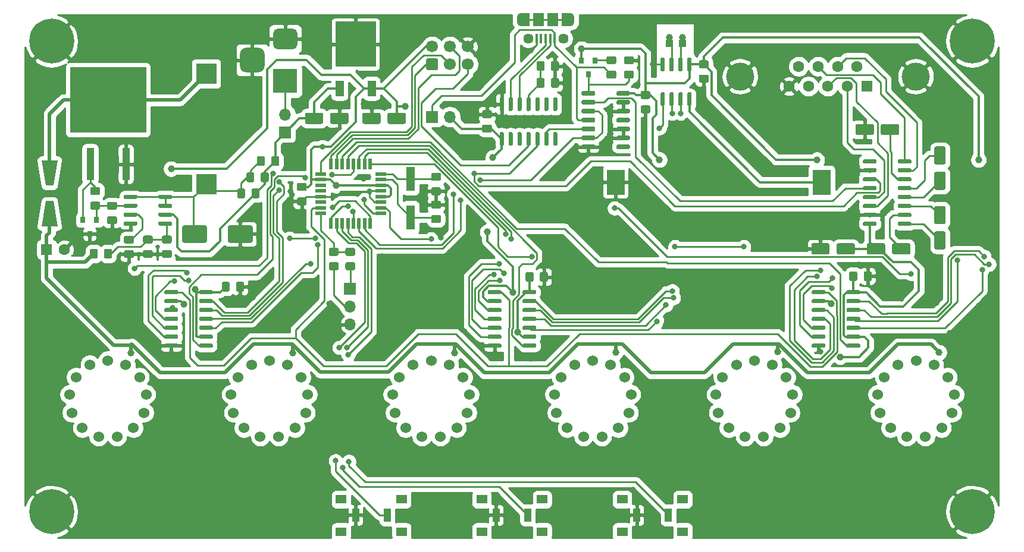
<source format=gbr>
%TF.GenerationSoftware,KiCad,Pcbnew,5.1.8+dfsg1-1+b1*%
%TF.CreationDate,2021-02-09T07:03:42+02:00*%
%TF.ProjectId,nixiedisp,6e697869-6564-4697-9370-2e6b69636164,2*%
%TF.SameCoordinates,Original*%
%TF.FileFunction,Copper,L1,Top*%
%TF.FilePolarity,Positive*%
%FSLAX46Y46*%
G04 Gerber Fmt 4.6, Leading zero omitted, Abs format (unit mm)*
G04 Created by KiCad (PCBNEW 5.1.8+dfsg1-1+b1) date 2021-02-09 07:03:42*
%MOMM*%
%LPD*%
G01*
G04 APERTURE LIST*
%TA.AperFunction,SMDPad,CuDef*%
%ADD10R,0.990600X1.905000*%
%TD*%
%TA.AperFunction,SMDPad,CuDef*%
%ADD11R,1.498600X1.295400*%
%TD*%
%TA.AperFunction,ComponentPad*%
%ADD12O,1.700000X1.700000*%
%TD*%
%TA.AperFunction,ComponentPad*%
%ADD13R,1.700000X1.700000*%
%TD*%
%TA.AperFunction,ComponentPad*%
%ADD14C,0.800000*%
%TD*%
%TA.AperFunction,ComponentPad*%
%ADD15C,6.400000*%
%TD*%
%TA.AperFunction,ComponentPad*%
%ADD16C,1.600000*%
%TD*%
%TA.AperFunction,ComponentPad*%
%ADD17R,1.600000X1.600000*%
%TD*%
%TA.AperFunction,SMDPad,CuDef*%
%ADD18R,5.800000X6.400000*%
%TD*%
%TA.AperFunction,SMDPad,CuDef*%
%ADD19R,1.200000X2.200000*%
%TD*%
%TA.AperFunction,SMDPad,CuDef*%
%ADD20R,10.800000X9.400000*%
%TD*%
%TA.AperFunction,SMDPad,CuDef*%
%ADD21R,1.100000X4.600000*%
%TD*%
%TA.AperFunction,SMDPad,CuDef*%
%ADD22R,0.800000X0.900000*%
%TD*%
%TA.AperFunction,SMDPad,CuDef*%
%ADD23R,2.900000X3.000000*%
%TD*%
%TA.AperFunction,ComponentPad*%
%ADD24R,3.500000X3.500000*%
%TD*%
%TA.AperFunction,ComponentPad*%
%ADD25C,4.000000*%
%TD*%
%TA.AperFunction,SMDPad,CuDef*%
%ADD26C,0.100000*%
%TD*%
%TA.AperFunction,SMDPad,CuDef*%
%ADD27R,1.500000X1.900000*%
%TD*%
%TA.AperFunction,ComponentPad*%
%ADD28C,1.450000*%
%TD*%
%TA.AperFunction,SMDPad,CuDef*%
%ADD29R,0.400000X1.350000*%
%TD*%
%TA.AperFunction,ComponentPad*%
%ADD30O,1.200000X1.900000*%
%TD*%
%TA.AperFunction,SMDPad,CuDef*%
%ADD31R,1.200000X1.900000*%
%TD*%
%TA.AperFunction,ComponentPad*%
%ADD32C,1.700000*%
%TD*%
%TA.AperFunction,SMDPad,CuDef*%
%ADD33R,1.600000X0.550000*%
%TD*%
%TA.AperFunction,SMDPad,CuDef*%
%ADD34R,0.550000X1.600000*%
%TD*%
%TA.AperFunction,ComponentPad*%
%ADD35C,1.524000*%
%TD*%
%TA.AperFunction,SMDPad,CuDef*%
%ADD36R,1.200000X3.500000*%
%TD*%
%TA.AperFunction,SMDPad,CuDef*%
%ADD37R,2.600000X3.600000*%
%TD*%
%TA.AperFunction,SMDPad,CuDef*%
%ADD38R,1.050000X1.100000*%
%TD*%
%TA.AperFunction,ComponentPad*%
%ADD39C,1.000000*%
%TD*%
%TA.AperFunction,ViaPad*%
%ADD40C,0.800000*%
%TD*%
%TA.AperFunction,ViaPad*%
%ADD41C,1.000000*%
%TD*%
%TA.AperFunction,Conductor*%
%ADD42C,0.250000*%
%TD*%
%TA.AperFunction,Conductor*%
%ADD43C,0.350000*%
%TD*%
%TA.AperFunction,Conductor*%
%ADD44C,0.500000*%
%TD*%
%TA.AperFunction,Conductor*%
%ADD45C,0.254000*%
%TD*%
%TA.AperFunction,Conductor*%
%ADD46C,0.100000*%
%TD*%
G04 APERTURE END LIST*
D10*
%TO.P,SW3,1*%
%TO.N,/SWB*%
X160750001Y-141549700D03*
%TO.P,SW3,2*%
%TO.N,GND*%
X156249999Y-141549700D03*
D11*
%TO.P,SW3,3*%
%TO.N,N/C*%
X162800002Y-143899708D03*
%TO.P,SW3,4*%
X154199998Y-143899708D03*
%TO.P,SW3,5*%
X162800002Y-139299700D03*
%TO.P,SW3,6*%
X154199998Y-139299700D03*
%TD*%
D10*
%TO.P,SW2,1*%
%TO.N,/SWA*%
X140750001Y-141549700D03*
%TO.P,SW2,2*%
%TO.N,GND*%
X136249999Y-141549700D03*
D11*
%TO.P,SW2,3*%
%TO.N,N/C*%
X142800002Y-143899708D03*
%TO.P,SW2,4*%
X134199998Y-143899708D03*
%TO.P,SW2,5*%
X142800002Y-139299700D03*
%TO.P,SW2,6*%
X134199998Y-139299700D03*
%TD*%
D10*
%TO.P,SW1,1*%
%TO.N,/SWMODE*%
X120750001Y-141549700D03*
%TO.P,SW1,2*%
%TO.N,GND*%
X116249999Y-141549700D03*
D11*
%TO.P,SW1,3*%
%TO.N,N/C*%
X122800002Y-143899708D03*
%TO.P,SW1,4*%
X114199998Y-143899708D03*
%TO.P,SW1,5*%
X122800002Y-139299700D03*
%TO.P,SW1,6*%
X114199998Y-139299700D03*
%TD*%
%TO.P,C17,2*%
%TO.N,GND*%
%TA.AperFunction,SMDPad,CuDef*%
G36*
G01*
X188550000Y-107950001D02*
X188550000Y-107049999D01*
G75*
G02*
X188799999Y-106800000I249999J0D01*
G01*
X189450001Y-106800000D01*
G75*
G02*
X189700000Y-107049999I0J-249999D01*
G01*
X189700000Y-107950001D01*
G75*
G02*
X189450001Y-108200000I-249999J0D01*
G01*
X188799999Y-108200000D01*
G75*
G02*
X188550000Y-107950001I0J249999D01*
G01*
G37*
%TD.AperFunction*%
%TO.P,C17,1*%
%TO.N,VCC*%
%TA.AperFunction,SMDPad,CuDef*%
G36*
G01*
X186500000Y-107950001D02*
X186500000Y-107049999D01*
G75*
G02*
X186749999Y-106800000I249999J0D01*
G01*
X187400001Y-106800000D01*
G75*
G02*
X187650000Y-107049999I0J-249999D01*
G01*
X187650000Y-107950001D01*
G75*
G02*
X187400001Y-108200000I-249999J0D01*
G01*
X186749999Y-108200000D01*
G75*
G02*
X186500000Y-107950001I0J249999D01*
G01*
G37*
%TD.AperFunction*%
%TD*%
D12*
%TO.P,J7,2*%
%TO.N,VCC*%
X129690000Y-84800000D03*
D13*
%TO.P,J7,1*%
%TO.N,/ENUSB*%
X127150000Y-84800000D03*
%TD*%
D14*
%TO.P,H4,1*%
%TO.N,GND*%
X205697056Y-72302944D03*
X204000000Y-71600000D03*
X202302944Y-72302944D03*
X201600000Y-74000000D03*
X202302944Y-75697056D03*
X204000000Y-76400000D03*
X205697056Y-75697056D03*
X206400000Y-74000000D03*
D15*
X204000000Y-74000000D03*
%TD*%
D14*
%TO.P,H3,1*%
%TO.N,GND*%
X205697056Y-139352944D03*
X204000000Y-138650000D03*
X202302944Y-139352944D03*
X201600000Y-141050000D03*
X202302944Y-142747056D03*
X204000000Y-143450000D03*
X205697056Y-142747056D03*
X206400000Y-141050000D03*
D15*
X204000000Y-141050000D03*
%TD*%
D14*
%TO.P,H2,1*%
%TO.N,GND*%
X74697056Y-72302944D03*
X73000000Y-71600000D03*
X71302944Y-72302944D03*
X70600000Y-74000000D03*
X71302944Y-75697056D03*
X73000000Y-76400000D03*
X74697056Y-75697056D03*
X75400000Y-74000000D03*
D15*
X73000000Y-74000000D03*
%TD*%
D14*
%TO.P,H1,1*%
%TO.N,GND*%
X74697056Y-139352944D03*
X73000000Y-138650000D03*
X71302944Y-139352944D03*
X70600000Y-141050000D03*
X71302944Y-142747056D03*
X73000000Y-143450000D03*
X74697056Y-142747056D03*
X75400000Y-141050000D03*
D15*
X73000000Y-141050000D03*
%TD*%
D16*
%TO.P,C39,2*%
%TO.N,GND*%
X74800000Y-103700000D03*
D17*
%TO.P,C39,1*%
%TO.N,HT*%
X72300000Y-103700000D03*
%TD*%
D18*
%TO.P,U34,2*%
%TO.N,GND*%
X116250000Y-74450000D03*
D19*
%TO.P,U34,3*%
%TO.N,VCC*%
X118530000Y-80750000D03*
%TO.P,U34,1*%
%TO.N,+12V*%
X113970000Y-80750000D03*
%TD*%
%TO.P,U33,8*%
%TO.N,Net-(C37-Pad1)*%
%TA.AperFunction,SMDPad,CuDef*%
G36*
G01*
X88200000Y-96345000D02*
X88200000Y-96045000D01*
G75*
G02*
X88350000Y-95895000I150000J0D01*
G01*
X90000000Y-95895000D01*
G75*
G02*
X90150000Y-96045000I0J-150000D01*
G01*
X90150000Y-96345000D01*
G75*
G02*
X90000000Y-96495000I-150000J0D01*
G01*
X88350000Y-96495000D01*
G75*
G02*
X88200000Y-96345000I0J150000D01*
G01*
G37*
%TD.AperFunction*%
%TO.P,U33,7*%
%TA.AperFunction,SMDPad,CuDef*%
G36*
G01*
X88200000Y-97615000D02*
X88200000Y-97315000D01*
G75*
G02*
X88350000Y-97165000I150000J0D01*
G01*
X90000000Y-97165000D01*
G75*
G02*
X90150000Y-97315000I0J-150000D01*
G01*
X90150000Y-97615000D01*
G75*
G02*
X90000000Y-97765000I-150000J0D01*
G01*
X88350000Y-97765000D01*
G75*
G02*
X88200000Y-97615000I0J150000D01*
G01*
G37*
%TD.AperFunction*%
%TO.P,U33,6*%
%TO.N,+12V*%
%TA.AperFunction,SMDPad,CuDef*%
G36*
G01*
X88200000Y-98885000D02*
X88200000Y-98585000D01*
G75*
G02*
X88350000Y-98435000I150000J0D01*
G01*
X90000000Y-98435000D01*
G75*
G02*
X90150000Y-98585000I0J-150000D01*
G01*
X90150000Y-98885000D01*
G75*
G02*
X90000000Y-99035000I-150000J0D01*
G01*
X88350000Y-99035000D01*
G75*
G02*
X88200000Y-98885000I0J150000D01*
G01*
G37*
%TD.AperFunction*%
%TO.P,U33,5*%
%TO.N,Net-(C38-Pad2)*%
%TA.AperFunction,SMDPad,CuDef*%
G36*
G01*
X88200000Y-100155000D02*
X88200000Y-99855000D01*
G75*
G02*
X88350000Y-99705000I150000J0D01*
G01*
X90000000Y-99705000D01*
G75*
G02*
X90150000Y-99855000I0J-150000D01*
G01*
X90150000Y-100155000D01*
G75*
G02*
X90000000Y-100305000I-150000J0D01*
G01*
X88350000Y-100305000D01*
G75*
G02*
X88200000Y-100155000I0J150000D01*
G01*
G37*
%TD.AperFunction*%
%TO.P,U33,4*%
%TO.N,GND*%
%TA.AperFunction,SMDPad,CuDef*%
G36*
G01*
X83250000Y-100155000D02*
X83250000Y-99855000D01*
G75*
G02*
X83400000Y-99705000I150000J0D01*
G01*
X85050000Y-99705000D01*
G75*
G02*
X85200000Y-99855000I0J-150000D01*
G01*
X85200000Y-100155000D01*
G75*
G02*
X85050000Y-100305000I-150000J0D01*
G01*
X83400000Y-100305000D01*
G75*
G02*
X83250000Y-100155000I0J150000D01*
G01*
G37*
%TD.AperFunction*%
%TO.P,U33,3*%
%TO.N,Net-(C16-Pad1)*%
%TA.AperFunction,SMDPad,CuDef*%
G36*
G01*
X83250000Y-98885000D02*
X83250000Y-98585000D01*
G75*
G02*
X83400000Y-98435000I150000J0D01*
G01*
X85050000Y-98435000D01*
G75*
G02*
X85200000Y-98585000I0J-150000D01*
G01*
X85200000Y-98885000D01*
G75*
G02*
X85050000Y-99035000I-150000J0D01*
G01*
X83400000Y-99035000D01*
G75*
G02*
X83250000Y-98885000I0J150000D01*
G01*
G37*
%TD.AperFunction*%
%TO.P,U33,2*%
%TO.N,Net-(D1-Pad2)*%
%TA.AperFunction,SMDPad,CuDef*%
G36*
G01*
X83250000Y-97615000D02*
X83250000Y-97315000D01*
G75*
G02*
X83400000Y-97165000I150000J0D01*
G01*
X85050000Y-97165000D01*
G75*
G02*
X85200000Y-97315000I0J-150000D01*
G01*
X85200000Y-97615000D01*
G75*
G02*
X85050000Y-97765000I-150000J0D01*
G01*
X83400000Y-97765000D01*
G75*
G02*
X83250000Y-97615000I0J150000D01*
G01*
G37*
%TD.AperFunction*%
%TO.P,U33,1*%
%TO.N,Net-(C37-Pad1)*%
%TA.AperFunction,SMDPad,CuDef*%
G36*
G01*
X83250000Y-96345000D02*
X83250000Y-96045000D01*
G75*
G02*
X83400000Y-95895000I150000J0D01*
G01*
X85050000Y-95895000D01*
G75*
G02*
X85200000Y-96045000I0J-150000D01*
G01*
X85200000Y-96345000D01*
G75*
G02*
X85050000Y-96495000I-150000J0D01*
G01*
X83400000Y-96495000D01*
G75*
G02*
X83250000Y-96345000I0J150000D01*
G01*
G37*
%TD.AperFunction*%
%TD*%
%TO.P,U3,14*%
%TO.N,VCC*%
%TA.AperFunction,SMDPad,CuDef*%
G36*
G01*
X153350000Y-81590000D02*
X153350000Y-81290000D01*
G75*
G02*
X153500000Y-81140000I150000J0D01*
G01*
X155150000Y-81140000D01*
G75*
G02*
X155300000Y-81290000I0J-150000D01*
G01*
X155300000Y-81590000D01*
G75*
G02*
X155150000Y-81740000I-150000J0D01*
G01*
X153500000Y-81740000D01*
G75*
G02*
X153350000Y-81590000I0J150000D01*
G01*
G37*
%TD.AperFunction*%
%TO.P,U3,13*%
%TO.N,GND*%
%TA.AperFunction,SMDPad,CuDef*%
G36*
G01*
X153350000Y-82860000D02*
X153350000Y-82560000D01*
G75*
G02*
X153500000Y-82410000I150000J0D01*
G01*
X155150000Y-82410000D01*
G75*
G02*
X155300000Y-82560000I0J-150000D01*
G01*
X155300000Y-82860000D01*
G75*
G02*
X155150000Y-83010000I-150000J0D01*
G01*
X153500000Y-83010000D01*
G75*
G02*
X153350000Y-82860000I0J150000D01*
G01*
G37*
%TD.AperFunction*%
%TO.P,U3,12*%
%TA.AperFunction,SMDPad,CuDef*%
G36*
G01*
X153350000Y-84130000D02*
X153350000Y-83830000D01*
G75*
G02*
X153500000Y-83680000I150000J0D01*
G01*
X155150000Y-83680000D01*
G75*
G02*
X155300000Y-83830000I0J-150000D01*
G01*
X155300000Y-84130000D01*
G75*
G02*
X155150000Y-84280000I-150000J0D01*
G01*
X153500000Y-84280000D01*
G75*
G02*
X153350000Y-84130000I0J150000D01*
G01*
G37*
%TD.AperFunction*%
%TO.P,U3,11*%
%TO.N,Net-(U3-Pad11)*%
%TA.AperFunction,SMDPad,CuDef*%
G36*
G01*
X153350000Y-85400000D02*
X153350000Y-85100000D01*
G75*
G02*
X153500000Y-84950000I150000J0D01*
G01*
X155150000Y-84950000D01*
G75*
G02*
X155300000Y-85100000I0J-150000D01*
G01*
X155300000Y-85400000D01*
G75*
G02*
X155150000Y-85550000I-150000J0D01*
G01*
X153500000Y-85550000D01*
G75*
G02*
X153350000Y-85400000I0J150000D01*
G01*
G37*
%TD.AperFunction*%
%TO.P,U3,10*%
%TO.N,GND*%
%TA.AperFunction,SMDPad,CuDef*%
G36*
G01*
X153350000Y-86670000D02*
X153350000Y-86370000D01*
G75*
G02*
X153500000Y-86220000I150000J0D01*
G01*
X155150000Y-86220000D01*
G75*
G02*
X155300000Y-86370000I0J-150000D01*
G01*
X155300000Y-86670000D01*
G75*
G02*
X155150000Y-86820000I-150000J0D01*
G01*
X153500000Y-86820000D01*
G75*
G02*
X153350000Y-86670000I0J150000D01*
G01*
G37*
%TD.AperFunction*%
%TO.P,U3,9*%
%TA.AperFunction,SMDPad,CuDef*%
G36*
G01*
X153350000Y-87940000D02*
X153350000Y-87640000D01*
G75*
G02*
X153500000Y-87490000I150000J0D01*
G01*
X155150000Y-87490000D01*
G75*
G02*
X155300000Y-87640000I0J-150000D01*
G01*
X155300000Y-87940000D01*
G75*
G02*
X155150000Y-88090000I-150000J0D01*
G01*
X153500000Y-88090000D01*
G75*
G02*
X153350000Y-87940000I0J150000D01*
G01*
G37*
%TD.AperFunction*%
%TO.P,U3,8*%
%TO.N,Net-(U3-Pad8)*%
%TA.AperFunction,SMDPad,CuDef*%
G36*
G01*
X153350000Y-89210000D02*
X153350000Y-88910000D01*
G75*
G02*
X153500000Y-88760000I150000J0D01*
G01*
X155150000Y-88760000D01*
G75*
G02*
X155300000Y-88910000I0J-150000D01*
G01*
X155300000Y-89210000D01*
G75*
G02*
X155150000Y-89360000I-150000J0D01*
G01*
X153500000Y-89360000D01*
G75*
G02*
X153350000Y-89210000I0J150000D01*
G01*
G37*
%TD.AperFunction*%
%TO.P,U3,7*%
%TO.N,GND*%
%TA.AperFunction,SMDPad,CuDef*%
G36*
G01*
X148400000Y-89210000D02*
X148400000Y-88910000D01*
G75*
G02*
X148550000Y-88760000I150000J0D01*
G01*
X150200000Y-88760000D01*
G75*
G02*
X150350000Y-88910000I0J-150000D01*
G01*
X150350000Y-89210000D01*
G75*
G02*
X150200000Y-89360000I-150000J0D01*
G01*
X148550000Y-89360000D01*
G75*
G02*
X148400000Y-89210000I0J150000D01*
G01*
G37*
%TD.AperFunction*%
%TO.P,U3,6*%
%TO.N,/RXD*%
%TA.AperFunction,SMDPad,CuDef*%
G36*
G01*
X148400000Y-87940000D02*
X148400000Y-87640000D01*
G75*
G02*
X148550000Y-87490000I150000J0D01*
G01*
X150200000Y-87490000D01*
G75*
G02*
X150350000Y-87640000I0J-150000D01*
G01*
X150350000Y-87940000D01*
G75*
G02*
X150200000Y-88090000I-150000J0D01*
G01*
X148550000Y-88090000D01*
G75*
G02*
X148400000Y-87940000I0J150000D01*
G01*
G37*
%TD.AperFunction*%
%TO.P,U3,5*%
%TO.N,/URX*%
%TA.AperFunction,SMDPad,CuDef*%
G36*
G01*
X148400000Y-86670000D02*
X148400000Y-86370000D01*
G75*
G02*
X148550000Y-86220000I150000J0D01*
G01*
X150200000Y-86220000D01*
G75*
G02*
X150350000Y-86370000I0J-150000D01*
G01*
X150350000Y-86670000D01*
G75*
G02*
X150200000Y-86820000I-150000J0D01*
G01*
X148550000Y-86820000D01*
G75*
G02*
X148400000Y-86670000I0J150000D01*
G01*
G37*
%TD.AperFunction*%
%TO.P,U3,4*%
%TO.N,/ENUSB*%
%TA.AperFunction,SMDPad,CuDef*%
G36*
G01*
X148400000Y-85400000D02*
X148400000Y-85100000D01*
G75*
G02*
X148550000Y-84950000I150000J0D01*
G01*
X150200000Y-84950000D01*
G75*
G02*
X150350000Y-85100000I0J-150000D01*
G01*
X150350000Y-85400000D01*
G75*
G02*
X150200000Y-85550000I-150000J0D01*
G01*
X148550000Y-85550000D01*
G75*
G02*
X148400000Y-85400000I0J150000D01*
G01*
G37*
%TD.AperFunction*%
%TO.P,U3,3*%
%TO.N,/RXD*%
%TA.AperFunction,SMDPad,CuDef*%
G36*
G01*
X148400000Y-84130000D02*
X148400000Y-83830000D01*
G75*
G02*
X148550000Y-83680000I150000J0D01*
G01*
X150200000Y-83680000D01*
G75*
G02*
X150350000Y-83830000I0J-150000D01*
G01*
X150350000Y-84130000D01*
G75*
G02*
X150200000Y-84280000I-150000J0D01*
G01*
X148550000Y-84280000D01*
G75*
G02*
X148400000Y-84130000I0J150000D01*
G01*
G37*
%TD.AperFunction*%
%TO.P,U3,2*%
%TO.N,/SRX*%
%TA.AperFunction,SMDPad,CuDef*%
G36*
G01*
X148400000Y-82860000D02*
X148400000Y-82560000D01*
G75*
G02*
X148550000Y-82410000I150000J0D01*
G01*
X150200000Y-82410000D01*
G75*
G02*
X150350000Y-82560000I0J-150000D01*
G01*
X150350000Y-82860000D01*
G75*
G02*
X150200000Y-83010000I-150000J0D01*
G01*
X148550000Y-83010000D01*
G75*
G02*
X148400000Y-82860000I0J150000D01*
G01*
G37*
%TD.AperFunction*%
%TO.P,U3,1*%
%TO.N,/~ENUSB*%
%TA.AperFunction,SMDPad,CuDef*%
G36*
G01*
X148400000Y-81590000D02*
X148400000Y-81290000D01*
G75*
G02*
X148550000Y-81140000I150000J0D01*
G01*
X150200000Y-81140000D01*
G75*
G02*
X150350000Y-81290000I0J-150000D01*
G01*
X150350000Y-81590000D01*
G75*
G02*
X150200000Y-81740000I-150000J0D01*
G01*
X148550000Y-81740000D01*
G75*
G02*
X148400000Y-81590000I0J150000D01*
G01*
G37*
%TD.AperFunction*%
%TD*%
%TO.P,U2,16*%
%TO.N,VCC*%
%TA.AperFunction,SMDPad,CuDef*%
G36*
G01*
X190400000Y-99895000D02*
X190400000Y-100195000D01*
G75*
G02*
X190250000Y-100345000I-150000J0D01*
G01*
X188600000Y-100345000D01*
G75*
G02*
X188450000Y-100195000I0J150000D01*
G01*
X188450000Y-99895000D01*
G75*
G02*
X188600000Y-99745000I150000J0D01*
G01*
X190250000Y-99745000D01*
G75*
G02*
X190400000Y-99895000I0J-150000D01*
G01*
G37*
%TD.AperFunction*%
%TO.P,U2,15*%
%TO.N,GND*%
%TA.AperFunction,SMDPad,CuDef*%
G36*
G01*
X190400000Y-98625000D02*
X190400000Y-98925000D01*
G75*
G02*
X190250000Y-99075000I-150000J0D01*
G01*
X188600000Y-99075000D01*
G75*
G02*
X188450000Y-98925000I0J150000D01*
G01*
X188450000Y-98625000D01*
G75*
G02*
X188600000Y-98475000I150000J0D01*
G01*
X190250000Y-98475000D01*
G75*
G02*
X190400000Y-98625000I0J-150000D01*
G01*
G37*
%TD.AperFunction*%
%TO.P,U2,14*%
%TO.N,/TX232*%
%TA.AperFunction,SMDPad,CuDef*%
G36*
G01*
X190400000Y-97355000D02*
X190400000Y-97655000D01*
G75*
G02*
X190250000Y-97805000I-150000J0D01*
G01*
X188600000Y-97805000D01*
G75*
G02*
X188450000Y-97655000I0J150000D01*
G01*
X188450000Y-97355000D01*
G75*
G02*
X188600000Y-97205000I150000J0D01*
G01*
X190250000Y-97205000D01*
G75*
G02*
X190400000Y-97355000I0J-150000D01*
G01*
G37*
%TD.AperFunction*%
%TO.P,U2,13*%
%TO.N,/RX232*%
%TA.AperFunction,SMDPad,CuDef*%
G36*
G01*
X190400000Y-96085000D02*
X190400000Y-96385000D01*
G75*
G02*
X190250000Y-96535000I-150000J0D01*
G01*
X188600000Y-96535000D01*
G75*
G02*
X188450000Y-96385000I0J150000D01*
G01*
X188450000Y-96085000D01*
G75*
G02*
X188600000Y-95935000I150000J0D01*
G01*
X190250000Y-95935000D01*
G75*
G02*
X190400000Y-96085000I0J-150000D01*
G01*
G37*
%TD.AperFunction*%
%TO.P,U2,12*%
%TO.N,/SRX*%
%TA.AperFunction,SMDPad,CuDef*%
G36*
G01*
X190400000Y-94815000D02*
X190400000Y-95115000D01*
G75*
G02*
X190250000Y-95265000I-150000J0D01*
G01*
X188600000Y-95265000D01*
G75*
G02*
X188450000Y-95115000I0J150000D01*
G01*
X188450000Y-94815000D01*
G75*
G02*
X188600000Y-94665000I150000J0D01*
G01*
X190250000Y-94665000D01*
G75*
G02*
X190400000Y-94815000I0J-150000D01*
G01*
G37*
%TD.AperFunction*%
%TO.P,U2,11*%
%TO.N,/TXD*%
%TA.AperFunction,SMDPad,CuDef*%
G36*
G01*
X190400000Y-93545000D02*
X190400000Y-93845000D01*
G75*
G02*
X190250000Y-93995000I-150000J0D01*
G01*
X188600000Y-93995000D01*
G75*
G02*
X188450000Y-93845000I0J150000D01*
G01*
X188450000Y-93545000D01*
G75*
G02*
X188600000Y-93395000I150000J0D01*
G01*
X190250000Y-93395000D01*
G75*
G02*
X190400000Y-93545000I0J-150000D01*
G01*
G37*
%TD.AperFunction*%
%TO.P,U2,10*%
%TO.N,GND*%
%TA.AperFunction,SMDPad,CuDef*%
G36*
G01*
X190400000Y-92275000D02*
X190400000Y-92575000D01*
G75*
G02*
X190250000Y-92725000I-150000J0D01*
G01*
X188600000Y-92725000D01*
G75*
G02*
X188450000Y-92575000I0J150000D01*
G01*
X188450000Y-92275000D01*
G75*
G02*
X188600000Y-92125000I150000J0D01*
G01*
X190250000Y-92125000D01*
G75*
G02*
X190400000Y-92275000I0J-150000D01*
G01*
G37*
%TD.AperFunction*%
%TO.P,U2,9*%
%TO.N,Net-(U2-Pad9)*%
%TA.AperFunction,SMDPad,CuDef*%
G36*
G01*
X190400000Y-91005000D02*
X190400000Y-91305000D01*
G75*
G02*
X190250000Y-91455000I-150000J0D01*
G01*
X188600000Y-91455000D01*
G75*
G02*
X188450000Y-91305000I0J150000D01*
G01*
X188450000Y-91005000D01*
G75*
G02*
X188600000Y-90855000I150000J0D01*
G01*
X190250000Y-90855000D01*
G75*
G02*
X190400000Y-91005000I0J-150000D01*
G01*
G37*
%TD.AperFunction*%
%TO.P,U2,8*%
%TO.N,/CTS232*%
%TA.AperFunction,SMDPad,CuDef*%
G36*
G01*
X195350000Y-91005000D02*
X195350000Y-91305000D01*
G75*
G02*
X195200000Y-91455000I-150000J0D01*
G01*
X193550000Y-91455000D01*
G75*
G02*
X193400000Y-91305000I0J150000D01*
G01*
X193400000Y-91005000D01*
G75*
G02*
X193550000Y-90855000I150000J0D01*
G01*
X195200000Y-90855000D01*
G75*
G02*
X195350000Y-91005000I0J-150000D01*
G01*
G37*
%TD.AperFunction*%
%TO.P,U2,7*%
%TO.N,/RTS232*%
%TA.AperFunction,SMDPad,CuDef*%
G36*
G01*
X195350000Y-92275000D02*
X195350000Y-92575000D01*
G75*
G02*
X195200000Y-92725000I-150000J0D01*
G01*
X193550000Y-92725000D01*
G75*
G02*
X193400000Y-92575000I0J150000D01*
G01*
X193400000Y-92275000D01*
G75*
G02*
X193550000Y-92125000I150000J0D01*
G01*
X195200000Y-92125000D01*
G75*
G02*
X195350000Y-92275000I0J-150000D01*
G01*
G37*
%TD.AperFunction*%
%TO.P,U2,6*%
%TO.N,Net-(C15-Pad2)*%
%TA.AperFunction,SMDPad,CuDef*%
G36*
G01*
X195350000Y-93545000D02*
X195350000Y-93845000D01*
G75*
G02*
X195200000Y-93995000I-150000J0D01*
G01*
X193550000Y-93995000D01*
G75*
G02*
X193400000Y-93845000I0J150000D01*
G01*
X193400000Y-93545000D01*
G75*
G02*
X193550000Y-93395000I150000J0D01*
G01*
X195200000Y-93395000D01*
G75*
G02*
X195350000Y-93545000I0J-150000D01*
G01*
G37*
%TD.AperFunction*%
%TO.P,U2,5*%
%TO.N,Net-(C4-Pad2)*%
%TA.AperFunction,SMDPad,CuDef*%
G36*
G01*
X195350000Y-94815000D02*
X195350000Y-95115000D01*
G75*
G02*
X195200000Y-95265000I-150000J0D01*
G01*
X193550000Y-95265000D01*
G75*
G02*
X193400000Y-95115000I0J150000D01*
G01*
X193400000Y-94815000D01*
G75*
G02*
X193550000Y-94665000I150000J0D01*
G01*
X195200000Y-94665000D01*
G75*
G02*
X195350000Y-94815000I0J-150000D01*
G01*
G37*
%TD.AperFunction*%
%TO.P,U2,4*%
%TO.N,Net-(C4-Pad1)*%
%TA.AperFunction,SMDPad,CuDef*%
G36*
G01*
X195350000Y-96085000D02*
X195350000Y-96385000D01*
G75*
G02*
X195200000Y-96535000I-150000J0D01*
G01*
X193550000Y-96535000D01*
G75*
G02*
X193400000Y-96385000I0J150000D01*
G01*
X193400000Y-96085000D01*
G75*
G02*
X193550000Y-95935000I150000J0D01*
G01*
X195200000Y-95935000D01*
G75*
G02*
X195350000Y-96085000I0J-150000D01*
G01*
G37*
%TD.AperFunction*%
%TO.P,U2,3*%
%TO.N,Net-(C1-Pad2)*%
%TA.AperFunction,SMDPad,CuDef*%
G36*
G01*
X195350000Y-97355000D02*
X195350000Y-97655000D01*
G75*
G02*
X195200000Y-97805000I-150000J0D01*
G01*
X193550000Y-97805000D01*
G75*
G02*
X193400000Y-97655000I0J150000D01*
G01*
X193400000Y-97355000D01*
G75*
G02*
X193550000Y-97205000I150000J0D01*
G01*
X195200000Y-97205000D01*
G75*
G02*
X195350000Y-97355000I0J-150000D01*
G01*
G37*
%TD.AperFunction*%
%TO.P,U2,2*%
%TO.N,Net-(C8-Pad1)*%
%TA.AperFunction,SMDPad,CuDef*%
G36*
G01*
X195350000Y-98625000D02*
X195350000Y-98925000D01*
G75*
G02*
X195200000Y-99075000I-150000J0D01*
G01*
X193550000Y-99075000D01*
G75*
G02*
X193400000Y-98925000I0J150000D01*
G01*
X193400000Y-98625000D01*
G75*
G02*
X193550000Y-98475000I150000J0D01*
G01*
X195200000Y-98475000D01*
G75*
G02*
X195350000Y-98625000I0J-150000D01*
G01*
G37*
%TD.AperFunction*%
%TO.P,U2,1*%
%TO.N,Net-(C1-Pad1)*%
%TA.AperFunction,SMDPad,CuDef*%
G36*
G01*
X195350000Y-99895000D02*
X195350000Y-100195000D01*
G75*
G02*
X195200000Y-100345000I-150000J0D01*
G01*
X193550000Y-100345000D01*
G75*
G02*
X193400000Y-100195000I0J150000D01*
G01*
X193400000Y-99895000D01*
G75*
G02*
X193550000Y-99745000I150000J0D01*
G01*
X195200000Y-99745000D01*
G75*
G02*
X195350000Y-99895000I0J-150000D01*
G01*
G37*
%TD.AperFunction*%
%TD*%
%TO.P,R94,2*%
%TO.N,GND*%
%TA.AperFunction,SMDPad,CuDef*%
G36*
G01*
X86249999Y-103750000D02*
X87150001Y-103750000D01*
G75*
G02*
X87400000Y-103999999I0J-249999D01*
G01*
X87400000Y-104650001D01*
G75*
G02*
X87150001Y-104900000I-249999J0D01*
G01*
X86249999Y-104900000D01*
G75*
G02*
X86000000Y-104650001I0J249999D01*
G01*
X86000000Y-103999999D01*
G75*
G02*
X86249999Y-103750000I249999J0D01*
G01*
G37*
%TD.AperFunction*%
%TO.P,R94,1*%
%TO.N,Net-(C38-Pad2)*%
%TA.AperFunction,SMDPad,CuDef*%
G36*
G01*
X86249999Y-101700000D02*
X87150001Y-101700000D01*
G75*
G02*
X87400000Y-101949999I0J-249999D01*
G01*
X87400000Y-102600001D01*
G75*
G02*
X87150001Y-102850000I-249999J0D01*
G01*
X86249999Y-102850000D01*
G75*
G02*
X86000000Y-102600001I0J249999D01*
G01*
X86000000Y-101949999D01*
G75*
G02*
X86249999Y-101700000I249999J0D01*
G01*
G37*
%TD.AperFunction*%
%TD*%
%TO.P,R93,2*%
%TO.N,Net-(C38-Pad2)*%
%TA.AperFunction,SMDPad,CuDef*%
G36*
G01*
X80450000Y-104750001D02*
X80450000Y-103849999D01*
G75*
G02*
X80699999Y-103600000I249999J0D01*
G01*
X81350001Y-103600000D01*
G75*
G02*
X81600000Y-103849999I0J-249999D01*
G01*
X81600000Y-104750001D01*
G75*
G02*
X81350001Y-105000000I-249999J0D01*
G01*
X80699999Y-105000000D01*
G75*
G02*
X80450000Y-104750001I0J249999D01*
G01*
G37*
%TD.AperFunction*%
%TO.P,R93,1*%
%TO.N,HT*%
%TA.AperFunction,SMDPad,CuDef*%
G36*
G01*
X78400000Y-104750001D02*
X78400000Y-103849999D01*
G75*
G02*
X78649999Y-103600000I249999J0D01*
G01*
X79300001Y-103600000D01*
G75*
G02*
X79550000Y-103849999I0J-249999D01*
G01*
X79550000Y-104750001D01*
G75*
G02*
X79300001Y-105000000I-249999J0D01*
G01*
X78649999Y-105000000D01*
G75*
G02*
X78400000Y-104750001I0J249999D01*
G01*
G37*
%TD.AperFunction*%
%TD*%
%TO.P,R8,2*%
%TO.N,GND*%
%TA.AperFunction,SMDPad,CuDef*%
G36*
G01*
X81149999Y-98950000D02*
X82050001Y-98950000D01*
G75*
G02*
X82300000Y-99199999I0J-249999D01*
G01*
X82300000Y-99850001D01*
G75*
G02*
X82050001Y-100100000I-249999J0D01*
G01*
X81149999Y-100100000D01*
G75*
G02*
X80900000Y-99850001I0J249999D01*
G01*
X80900000Y-99199999D01*
G75*
G02*
X81149999Y-98950000I249999J0D01*
G01*
G37*
%TD.AperFunction*%
%TO.P,R8,1*%
%TO.N,Net-(D1-Pad2)*%
%TA.AperFunction,SMDPad,CuDef*%
G36*
G01*
X81149999Y-96900000D02*
X82050001Y-96900000D01*
G75*
G02*
X82300000Y-97149999I0J-249999D01*
G01*
X82300000Y-97800001D01*
G75*
G02*
X82050001Y-98050000I-249999J0D01*
G01*
X81149999Y-98050000D01*
G75*
G02*
X80900000Y-97800001I0J249999D01*
G01*
X80900000Y-97149999D01*
G75*
G02*
X81149999Y-96900000I249999J0D01*
G01*
G37*
%TD.AperFunction*%
%TD*%
%TO.P,R7,2*%
%TO.N,+12V*%
%TA.AperFunction,SMDPad,CuDef*%
G36*
G01*
X101450000Y-96150001D02*
X101450000Y-95249999D01*
G75*
G02*
X101699999Y-95000000I249999J0D01*
G01*
X102350001Y-95000000D01*
G75*
G02*
X102600000Y-95249999I0J-249999D01*
G01*
X102600000Y-96150001D01*
G75*
G02*
X102350001Y-96400000I-249999J0D01*
G01*
X101699999Y-96400000D01*
G75*
G02*
X101450000Y-96150001I0J249999D01*
G01*
G37*
%TD.AperFunction*%
%TO.P,R7,1*%
%TO.N,Net-(C37-Pad1)*%
%TA.AperFunction,SMDPad,CuDef*%
G36*
G01*
X99400000Y-96150001D02*
X99400000Y-95249999D01*
G75*
G02*
X99649999Y-95000000I249999J0D01*
G01*
X100300001Y-95000000D01*
G75*
G02*
X100550000Y-95249999I0J-249999D01*
G01*
X100550000Y-96150001D01*
G75*
G02*
X100300001Y-96400000I-249999J0D01*
G01*
X99649999Y-96400000D01*
G75*
G02*
X99400000Y-96150001I0J249999D01*
G01*
G37*
%TD.AperFunction*%
%TD*%
%TO.P,R4,2*%
%TO.N,+12V*%
%TA.AperFunction,SMDPad,CuDef*%
G36*
G01*
X102750000Y-93850001D02*
X102750000Y-92949999D01*
G75*
G02*
X102999999Y-92700000I249999J0D01*
G01*
X103650001Y-92700000D01*
G75*
G02*
X103900000Y-92949999I0J-249999D01*
G01*
X103900000Y-93850001D01*
G75*
G02*
X103650001Y-94100000I-249999J0D01*
G01*
X102999999Y-94100000D01*
G75*
G02*
X102750000Y-93850001I0J249999D01*
G01*
G37*
%TD.AperFunction*%
%TO.P,R4,1*%
%TO.N,Net-(C37-Pad1)*%
%TA.AperFunction,SMDPad,CuDef*%
G36*
G01*
X100700000Y-93850001D02*
X100700000Y-92949999D01*
G75*
G02*
X100949999Y-92700000I249999J0D01*
G01*
X101600001Y-92700000D01*
G75*
G02*
X101850000Y-92949999I0J-249999D01*
G01*
X101850000Y-93850001D01*
G75*
G02*
X101600001Y-94100000I-249999J0D01*
G01*
X100949999Y-94100000D01*
G75*
G02*
X100700000Y-93850001I0J249999D01*
G01*
G37*
%TD.AperFunction*%
%TD*%
%TO.P,R3,2*%
%TO.N,+12V*%
%TA.AperFunction,SMDPad,CuDef*%
G36*
G01*
X104250000Y-91550001D02*
X104250000Y-90649999D01*
G75*
G02*
X104499999Y-90400000I249999J0D01*
G01*
X105150001Y-90400000D01*
G75*
G02*
X105400000Y-90649999I0J-249999D01*
G01*
X105400000Y-91550001D01*
G75*
G02*
X105150001Y-91800000I-249999J0D01*
G01*
X104499999Y-91800000D01*
G75*
G02*
X104250000Y-91550001I0J249999D01*
G01*
G37*
%TD.AperFunction*%
%TO.P,R3,1*%
%TO.N,Net-(C37-Pad1)*%
%TA.AperFunction,SMDPad,CuDef*%
G36*
G01*
X102200000Y-91550001D02*
X102200000Y-90649999D01*
G75*
G02*
X102449999Y-90400000I249999J0D01*
G01*
X103100001Y-90400000D01*
G75*
G02*
X103350000Y-90649999I0J-249999D01*
G01*
X103350000Y-91550001D01*
G75*
G02*
X103100001Y-91800000I-249999J0D01*
G01*
X102449999Y-91800000D01*
G75*
G02*
X102200000Y-91550001I0J249999D01*
G01*
G37*
%TD.AperFunction*%
%TD*%
%TO.P,R2,2*%
%TO.N,GND*%
%TA.AperFunction,SMDPad,CuDef*%
G36*
G01*
X155600001Y-77300000D02*
X154699999Y-77300000D01*
G75*
G02*
X154450000Y-77050001I0J249999D01*
G01*
X154450000Y-76399999D01*
G75*
G02*
X154699999Y-76150000I249999J0D01*
G01*
X155600001Y-76150000D01*
G75*
G02*
X155850000Y-76399999I0J-249999D01*
G01*
X155850000Y-77050001D01*
G75*
G02*
X155600001Y-77300000I-249999J0D01*
G01*
G37*
%TD.AperFunction*%
%TO.P,R2,1*%
%TO.N,/~ENUSB*%
%TA.AperFunction,SMDPad,CuDef*%
G36*
G01*
X155600001Y-79350000D02*
X154699999Y-79350000D01*
G75*
G02*
X154450000Y-79100001I0J249999D01*
G01*
X154450000Y-78449999D01*
G75*
G02*
X154699999Y-78200000I249999J0D01*
G01*
X155600001Y-78200000D01*
G75*
G02*
X155850000Y-78449999I0J-249999D01*
G01*
X155850000Y-79100001D01*
G75*
G02*
X155600001Y-79350000I-249999J0D01*
G01*
G37*
%TD.AperFunction*%
%TD*%
%TO.P,R1,2*%
%TO.N,/ENUSB*%
%TA.AperFunction,SMDPad,CuDef*%
G36*
G01*
X152199999Y-78200000D02*
X153100001Y-78200000D01*
G75*
G02*
X153350000Y-78449999I0J-249999D01*
G01*
X153350000Y-79100001D01*
G75*
G02*
X153100001Y-79350000I-249999J0D01*
G01*
X152199999Y-79350000D01*
G75*
G02*
X151950000Y-79100001I0J249999D01*
G01*
X151950000Y-78449999D01*
G75*
G02*
X152199999Y-78200000I249999J0D01*
G01*
G37*
%TD.AperFunction*%
%TO.P,R1,1*%
%TO.N,Net-(Q1-Pad1)*%
%TA.AperFunction,SMDPad,CuDef*%
G36*
G01*
X152199999Y-76150000D02*
X153100001Y-76150000D01*
G75*
G02*
X153350000Y-76399999I0J-249999D01*
G01*
X153350000Y-77050001D01*
G75*
G02*
X153100001Y-77300000I-249999J0D01*
G01*
X152199999Y-77300000D01*
G75*
G02*
X151950000Y-77050001I0J249999D01*
G01*
X151950000Y-76399999D01*
G75*
G02*
X152199999Y-76150000I249999J0D01*
G01*
G37*
%TD.AperFunction*%
%TD*%
D20*
%TO.P,Q69,2*%
%TO.N,/pwrsupply/TPAD*%
X81025000Y-82375000D03*
D21*
%TO.P,Q69,3*%
%TO.N,GND*%
X83565000Y-91525000D03*
%TO.P,Q69,1*%
%TO.N,Net-(D1-Pad1)*%
X78485000Y-91525000D03*
%TD*%
D22*
%TO.P,Q2,3*%
%TO.N,GND*%
X78400000Y-101500000D03*
%TO.P,Q2,2*%
%TO.N,Net-(D1-Pad1)*%
X77450000Y-99500000D03*
%TO.P,Q2,1*%
%TO.N,Net-(D1-Pad2)*%
X79350000Y-99500000D03*
%TD*%
%TO.P,Q1,3*%
%TO.N,/~ENUSB*%
X149350000Y-78750000D03*
%TO.P,Q1,2*%
%TO.N,VCC*%
X148400000Y-76750000D03*
%TO.P,Q1,1*%
%TO.N,Net-(Q1-Pad1)*%
X150300000Y-76750000D03*
%TD*%
D23*
%TO.P,L1,2*%
%TO.N,/pwrsupply/TPAD*%
X95000000Y-78650000D03*
%TO.P,L1,1*%
%TO.N,Net-(C37-Pad1)*%
X95000000Y-94350000D03*
%TD*%
D12*
%TO.P,J6,2*%
%TO.N,Net-(J4-Pad1)*%
X106250000Y-84460000D03*
D13*
%TO.P,J6,1*%
%TO.N,+12V*%
X106250000Y-87000000D03*
%TD*%
%TO.P,J4,3*%
%TO.N,GND*%
%TA.AperFunction,ComponentPad*%
G36*
G01*
X100675000Y-74950000D02*
X102425000Y-74950000D01*
G75*
G02*
X103300000Y-75825000I0J-875000D01*
G01*
X103300000Y-77575000D01*
G75*
G02*
X102425000Y-78450000I-875000J0D01*
G01*
X100675000Y-78450000D01*
G75*
G02*
X99800000Y-77575000I0J875000D01*
G01*
X99800000Y-75825000D01*
G75*
G02*
X100675000Y-74950000I875000J0D01*
G01*
G37*
%TD.AperFunction*%
%TO.P,J4,2*%
%TA.AperFunction,ComponentPad*%
G36*
G01*
X105250000Y-72200000D02*
X107250000Y-72200000D01*
G75*
G02*
X108000000Y-72950000I0J-750000D01*
G01*
X108000000Y-74450000D01*
G75*
G02*
X107250000Y-75200000I-750000J0D01*
G01*
X105250000Y-75200000D01*
G75*
G02*
X104500000Y-74450000I0J750000D01*
G01*
X104500000Y-72950000D01*
G75*
G02*
X105250000Y-72200000I750000J0D01*
G01*
G37*
%TD.AperFunction*%
D24*
%TO.P,J4,1*%
%TO.N,Net-(J4-Pad1)*%
X106250000Y-79700000D03*
%TD*%
D25*
%TO.P,J1,0*%
%TO.N,GND*%
X170960000Y-79030000D03*
X195960000Y-79030000D03*
D16*
%TO.P,J1,9*%
%TO.N,Net-(J1-Pad9)*%
X179305000Y-77610000D03*
%TO.P,J1,8*%
%TO.N,/CTS232*%
X182075000Y-77610000D03*
%TO.P,J1,7*%
%TO.N,/RTS232*%
X184845000Y-77610000D03*
%TO.P,J1,6*%
%TO.N,Net-(J1-Pad6)*%
X187615000Y-77610000D03*
%TO.P,J1,5*%
%TO.N,GND*%
X177920000Y-80450000D03*
%TO.P,J1,4*%
%TO.N,Net-(J1-Pad4)*%
X180690000Y-80450000D03*
%TO.P,J1,3*%
%TO.N,/TX232*%
X183460000Y-80450000D03*
%TO.P,J1,2*%
%TO.N,/RX232*%
X186230000Y-80450000D03*
D17*
%TO.P,J1,1*%
%TO.N,Net-(J1-Pad1)*%
X189000000Y-80450000D03*
%TD*%
%TA.AperFunction,SMDPad,CuDef*%
D26*
%TO.P,D2,2*%
%TO.N,/pwrsupply/TPAD*%
G36*
X71550000Y-91000000D02*
G01*
X73850000Y-91000000D01*
X73250000Y-94600000D01*
X72150000Y-94600000D01*
X71550000Y-91000000D01*
G37*
%TD.AperFunction*%
%TA.AperFunction,SMDPad,CuDef*%
%TO.P,D2,1*%
%TO.N,HT*%
G36*
X73850000Y-100400000D02*
G01*
X71550000Y-100400000D01*
X72150000Y-96800000D01*
X73250000Y-96800000D01*
X73850000Y-100400000D01*
G37*
%TD.AperFunction*%
%TD*%
%TO.P,D1,2*%
%TO.N,Net-(D1-Pad2)*%
%TA.AperFunction,SMDPad,CuDef*%
G36*
G01*
X78749999Y-96850000D02*
X79650001Y-96850000D01*
G75*
G02*
X79900000Y-97099999I0J-249999D01*
G01*
X79900000Y-97750001D01*
G75*
G02*
X79650001Y-98000000I-249999J0D01*
G01*
X78749999Y-98000000D01*
G75*
G02*
X78500000Y-97750001I0J249999D01*
G01*
X78500000Y-97099999D01*
G75*
G02*
X78749999Y-96850000I249999J0D01*
G01*
G37*
%TD.AperFunction*%
%TO.P,D1,1*%
%TO.N,Net-(D1-Pad1)*%
%TA.AperFunction,SMDPad,CuDef*%
G36*
G01*
X78749999Y-94800000D02*
X79650001Y-94800000D01*
G75*
G02*
X79900000Y-95049999I0J-249999D01*
G01*
X79900000Y-95700001D01*
G75*
G02*
X79650001Y-95950000I-249999J0D01*
G01*
X78749999Y-95950000D01*
G75*
G02*
X78500000Y-95700001I0J249999D01*
G01*
X78500000Y-95049999D01*
G75*
G02*
X78749999Y-94800000I249999J0D01*
G01*
G37*
%TD.AperFunction*%
%TD*%
%TO.P,C38,2*%
%TO.N,Net-(C38-Pad2)*%
%TA.AperFunction,SMDPad,CuDef*%
G36*
G01*
X89850001Y-102850000D02*
X88949999Y-102850000D01*
G75*
G02*
X88700000Y-102600001I0J249999D01*
G01*
X88700000Y-101949999D01*
G75*
G02*
X88949999Y-101700000I249999J0D01*
G01*
X89850001Y-101700000D01*
G75*
G02*
X90100000Y-101949999I0J-249999D01*
G01*
X90100000Y-102600001D01*
G75*
G02*
X89850001Y-102850000I-249999J0D01*
G01*
G37*
%TD.AperFunction*%
%TO.P,C38,1*%
%TO.N,GND*%
%TA.AperFunction,SMDPad,CuDef*%
G36*
G01*
X89850001Y-104900000D02*
X88949999Y-104900000D01*
G75*
G02*
X88700000Y-104650001I0J249999D01*
G01*
X88700000Y-103999999D01*
G75*
G02*
X88949999Y-103750000I249999J0D01*
G01*
X89850001Y-103750000D01*
G75*
G02*
X90100000Y-103999999I0J-249999D01*
G01*
X90100000Y-104650001D01*
G75*
G02*
X89850001Y-104900000I-249999J0D01*
G01*
G37*
%TD.AperFunction*%
%TD*%
%TO.P,C37,2*%
%TO.N,GND*%
%TA.AperFunction,SMDPad,CuDef*%
G36*
G01*
X98100000Y-102500000D02*
X98100000Y-100500000D01*
G75*
G02*
X98350000Y-100250000I250000J0D01*
G01*
X101350000Y-100250000D01*
G75*
G02*
X101600000Y-100500000I0J-250000D01*
G01*
X101600000Y-102500000D01*
G75*
G02*
X101350000Y-102750000I-250000J0D01*
G01*
X98350000Y-102750000D01*
G75*
G02*
X98100000Y-102500000I0J250000D01*
G01*
G37*
%TD.AperFunction*%
%TO.P,C37,1*%
%TO.N,Net-(C37-Pad1)*%
%TA.AperFunction,SMDPad,CuDef*%
G36*
G01*
X91600000Y-102500000D02*
X91600000Y-100500000D01*
G75*
G02*
X91850000Y-100250000I250000J0D01*
G01*
X94850000Y-100250000D01*
G75*
G02*
X95100000Y-100500000I0J-250000D01*
G01*
X95100000Y-102500000D01*
G75*
G02*
X94850000Y-102750000I-250000J0D01*
G01*
X91850000Y-102750000D01*
G75*
G02*
X91600000Y-102500000I0J250000D01*
G01*
G37*
%TD.AperFunction*%
%TD*%
%TO.P,C36,2*%
%TO.N,GND*%
%TA.AperFunction,SMDPad,CuDef*%
G36*
G01*
X119800000Y-84450000D02*
X119800000Y-85550000D01*
G75*
G02*
X119550000Y-85800000I-250000J0D01*
G01*
X117450000Y-85800000D01*
G75*
G02*
X117200000Y-85550000I0J250000D01*
G01*
X117200000Y-84450000D01*
G75*
G02*
X117450000Y-84200000I250000J0D01*
G01*
X119550000Y-84200000D01*
G75*
G02*
X119800000Y-84450000I0J-250000D01*
G01*
G37*
%TD.AperFunction*%
%TO.P,C36,1*%
%TO.N,VCC*%
%TA.AperFunction,SMDPad,CuDef*%
G36*
G01*
X123400000Y-84450000D02*
X123400000Y-85550000D01*
G75*
G02*
X123150000Y-85800000I-250000J0D01*
G01*
X121050000Y-85800000D01*
G75*
G02*
X120800000Y-85550000I0J250000D01*
G01*
X120800000Y-84450000D01*
G75*
G02*
X121050000Y-84200000I250000J0D01*
G01*
X123150000Y-84200000D01*
G75*
G02*
X123400000Y-84450000I0J-250000D01*
G01*
G37*
%TD.AperFunction*%
%TD*%
%TO.P,C35,2*%
%TO.N,GND*%
%TA.AperFunction,SMDPad,CuDef*%
G36*
G01*
X112650000Y-85550000D02*
X112650000Y-84450000D01*
G75*
G02*
X112900000Y-84200000I250000J0D01*
G01*
X115000000Y-84200000D01*
G75*
G02*
X115250000Y-84450000I0J-250000D01*
G01*
X115250000Y-85550000D01*
G75*
G02*
X115000000Y-85800000I-250000J0D01*
G01*
X112900000Y-85800000D01*
G75*
G02*
X112650000Y-85550000I0J250000D01*
G01*
G37*
%TD.AperFunction*%
%TO.P,C35,1*%
%TO.N,+12V*%
%TA.AperFunction,SMDPad,CuDef*%
G36*
G01*
X109050000Y-85550000D02*
X109050000Y-84450000D01*
G75*
G02*
X109300000Y-84200000I250000J0D01*
G01*
X111400000Y-84200000D01*
G75*
G02*
X111650000Y-84450000I0J-250000D01*
G01*
X111650000Y-85550000D01*
G75*
G02*
X111400000Y-85800000I-250000J0D01*
G01*
X109300000Y-85800000D01*
G75*
G02*
X109050000Y-85550000I0J250000D01*
G01*
G37*
%TD.AperFunction*%
%TD*%
%TO.P,C16,2*%
%TO.N,GND*%
%TA.AperFunction,SMDPad,CuDef*%
G36*
G01*
X83549999Y-103775000D02*
X84450001Y-103775000D01*
G75*
G02*
X84700000Y-104024999I0J-249999D01*
G01*
X84700000Y-104675001D01*
G75*
G02*
X84450001Y-104925000I-249999J0D01*
G01*
X83549999Y-104925000D01*
G75*
G02*
X83300000Y-104675001I0J249999D01*
G01*
X83300000Y-104024999D01*
G75*
G02*
X83549999Y-103775000I249999J0D01*
G01*
G37*
%TD.AperFunction*%
%TO.P,C16,1*%
%TO.N,Net-(C16-Pad1)*%
%TA.AperFunction,SMDPad,CuDef*%
G36*
G01*
X83549999Y-101725000D02*
X84450001Y-101725000D01*
G75*
G02*
X84700000Y-101974999I0J-249999D01*
G01*
X84700000Y-102625001D01*
G75*
G02*
X84450001Y-102875000I-249999J0D01*
G01*
X83549999Y-102875000D01*
G75*
G02*
X83300000Y-102625001I0J249999D01*
G01*
X83300000Y-101974999D01*
G75*
G02*
X83549999Y-101725000I249999J0D01*
G01*
G37*
%TD.AperFunction*%
%TD*%
%TO.P,C15,2*%
%TO.N,Net-(C15-Pad2)*%
%TA.AperFunction,SMDPad,CuDef*%
G36*
G01*
X191000000Y-87150000D02*
X191000000Y-86050000D01*
G75*
G02*
X191250000Y-85800000I250000J0D01*
G01*
X193350000Y-85800000D01*
G75*
G02*
X193600000Y-86050000I0J-250000D01*
G01*
X193600000Y-87150000D01*
G75*
G02*
X193350000Y-87400000I-250000J0D01*
G01*
X191250000Y-87400000D01*
G75*
G02*
X191000000Y-87150000I0J250000D01*
G01*
G37*
%TD.AperFunction*%
%TO.P,C15,1*%
%TO.N,GND*%
%TA.AperFunction,SMDPad,CuDef*%
G36*
G01*
X187400000Y-87150000D02*
X187400000Y-86050000D01*
G75*
G02*
X187650000Y-85800000I250000J0D01*
G01*
X189750000Y-85800000D01*
G75*
G02*
X190000000Y-86050000I0J-250000D01*
G01*
X190000000Y-87150000D01*
G75*
G02*
X189750000Y-87400000I-250000J0D01*
G01*
X187650000Y-87400000D01*
G75*
G02*
X187400000Y-87150000I0J250000D01*
G01*
G37*
%TD.AperFunction*%
%TD*%
%TO.P,C8,2*%
%TO.N,VCC*%
%TA.AperFunction,SMDPad,CuDef*%
G36*
G01*
X191600000Y-103050000D02*
X191600000Y-104150000D01*
G75*
G02*
X191350000Y-104400000I-250000J0D01*
G01*
X189250000Y-104400000D01*
G75*
G02*
X189000000Y-104150000I0J250000D01*
G01*
X189000000Y-103050000D01*
G75*
G02*
X189250000Y-102800000I250000J0D01*
G01*
X191350000Y-102800000D01*
G75*
G02*
X191600000Y-103050000I0J-250000D01*
G01*
G37*
%TD.AperFunction*%
%TO.P,C8,1*%
%TO.N,Net-(C8-Pad1)*%
%TA.AperFunction,SMDPad,CuDef*%
G36*
G01*
X195200000Y-103050000D02*
X195200000Y-104150000D01*
G75*
G02*
X194950000Y-104400000I-250000J0D01*
G01*
X192850000Y-104400000D01*
G75*
G02*
X192600000Y-104150000I0J250000D01*
G01*
X192600000Y-103050000D01*
G75*
G02*
X192850000Y-102800000I250000J0D01*
G01*
X194950000Y-102800000D01*
G75*
G02*
X195200000Y-103050000I0J-250000D01*
G01*
G37*
%TD.AperFunction*%
%TD*%
%TO.P,C4,2*%
%TO.N,Net-(C4-Pad2)*%
%TA.AperFunction,SMDPad,CuDef*%
G36*
G01*
X199950000Y-91600000D02*
X198850000Y-91600000D01*
G75*
G02*
X198600000Y-91350000I0J250000D01*
G01*
X198600000Y-89250000D01*
G75*
G02*
X198850000Y-89000000I250000J0D01*
G01*
X199950000Y-89000000D01*
G75*
G02*
X200200000Y-89250000I0J-250000D01*
G01*
X200200000Y-91350000D01*
G75*
G02*
X199950000Y-91600000I-250000J0D01*
G01*
G37*
%TD.AperFunction*%
%TO.P,C4,1*%
%TO.N,Net-(C4-Pad1)*%
%TA.AperFunction,SMDPad,CuDef*%
G36*
G01*
X199950000Y-95200000D02*
X198850000Y-95200000D01*
G75*
G02*
X198600000Y-94950000I0J250000D01*
G01*
X198600000Y-92850000D01*
G75*
G02*
X198850000Y-92600000I250000J0D01*
G01*
X199950000Y-92600000D01*
G75*
G02*
X200200000Y-92850000I0J-250000D01*
G01*
X200200000Y-94950000D01*
G75*
G02*
X199950000Y-95200000I-250000J0D01*
G01*
G37*
%TD.AperFunction*%
%TD*%
%TO.P,C2,2*%
%TO.N,GND*%
%TA.AperFunction,SMDPad,CuDef*%
G36*
G01*
X183700000Y-103050000D02*
X183700000Y-104150000D01*
G75*
G02*
X183450000Y-104400000I-250000J0D01*
G01*
X181350000Y-104400000D01*
G75*
G02*
X181100000Y-104150000I0J250000D01*
G01*
X181100000Y-103050000D01*
G75*
G02*
X181350000Y-102800000I250000J0D01*
G01*
X183450000Y-102800000D01*
G75*
G02*
X183700000Y-103050000I0J-250000D01*
G01*
G37*
%TD.AperFunction*%
%TO.P,C2,1*%
%TO.N,VCC*%
%TA.AperFunction,SMDPad,CuDef*%
G36*
G01*
X187300000Y-103050000D02*
X187300000Y-104150000D01*
G75*
G02*
X187050000Y-104400000I-250000J0D01*
G01*
X184950000Y-104400000D01*
G75*
G02*
X184700000Y-104150000I0J250000D01*
G01*
X184700000Y-103050000D01*
G75*
G02*
X184950000Y-102800000I250000J0D01*
G01*
X187050000Y-102800000D01*
G75*
G02*
X187300000Y-103050000I0J-250000D01*
G01*
G37*
%TD.AperFunction*%
%TD*%
%TO.P,C1,2*%
%TO.N,Net-(C1-Pad2)*%
%TA.AperFunction,SMDPad,CuDef*%
G36*
G01*
X199950000Y-100100000D02*
X198850000Y-100100000D01*
G75*
G02*
X198600000Y-99850000I0J250000D01*
G01*
X198600000Y-97750000D01*
G75*
G02*
X198850000Y-97500000I250000J0D01*
G01*
X199950000Y-97500000D01*
G75*
G02*
X200200000Y-97750000I0J-250000D01*
G01*
X200200000Y-99850000D01*
G75*
G02*
X199950000Y-100100000I-250000J0D01*
G01*
G37*
%TD.AperFunction*%
%TO.P,C1,1*%
%TO.N,Net-(C1-Pad1)*%
%TA.AperFunction,SMDPad,CuDef*%
G36*
G01*
X199950000Y-103700000D02*
X198850000Y-103700000D01*
G75*
G02*
X198600000Y-103450000I0J250000D01*
G01*
X198600000Y-101350000D01*
G75*
G02*
X198850000Y-101100000I250000J0D01*
G01*
X199950000Y-101100000D01*
G75*
G02*
X200200000Y-101350000I0J-250000D01*
G01*
X200200000Y-103450000D01*
G75*
G02*
X199950000Y-103700000I-250000J0D01*
G01*
G37*
%TD.AperFunction*%
%TD*%
%TO.P,C3,1*%
%TO.N,VCC*%
%TA.AperFunction,SMDPad,CuDef*%
G36*
G01*
X108149999Y-94200000D02*
X109050001Y-94200000D01*
G75*
G02*
X109300000Y-94449999I0J-249999D01*
G01*
X109300000Y-95100001D01*
G75*
G02*
X109050001Y-95350000I-249999J0D01*
G01*
X108149999Y-95350000D01*
G75*
G02*
X107900000Y-95100001I0J249999D01*
G01*
X107900000Y-94449999D01*
G75*
G02*
X108149999Y-94200000I249999J0D01*
G01*
G37*
%TD.AperFunction*%
%TO.P,C3,2*%
%TO.N,GND*%
%TA.AperFunction,SMDPad,CuDef*%
G36*
G01*
X108149999Y-96250000D02*
X109050001Y-96250000D01*
G75*
G02*
X109300000Y-96499999I0J-249999D01*
G01*
X109300000Y-97150001D01*
G75*
G02*
X109050001Y-97400000I-249999J0D01*
G01*
X108149999Y-97400000D01*
G75*
G02*
X107900000Y-97150001I0J249999D01*
G01*
X107900000Y-96499999D01*
G75*
G02*
X108149999Y-96250000I249999J0D01*
G01*
G37*
%TD.AperFunction*%
%TD*%
%TO.P,C5,2*%
%TO.N,GND*%
%TA.AperFunction,SMDPad,CuDef*%
G36*
G01*
X144050000Y-78000001D02*
X144050000Y-77099999D01*
G75*
G02*
X144299999Y-76850000I249999J0D01*
G01*
X144950001Y-76850000D01*
G75*
G02*
X145200000Y-77099999I0J-249999D01*
G01*
X145200000Y-78000001D01*
G75*
G02*
X144950001Y-78250000I-249999J0D01*
G01*
X144299999Y-78250000D01*
G75*
G02*
X144050000Y-78000001I0J249999D01*
G01*
G37*
%TD.AperFunction*%
%TO.P,C5,1*%
%TO.N,Net-(C5-Pad1)*%
%TA.AperFunction,SMDPad,CuDef*%
G36*
G01*
X142000000Y-78000001D02*
X142000000Y-77099999D01*
G75*
G02*
X142249999Y-76850000I249999J0D01*
G01*
X142900001Y-76850000D01*
G75*
G02*
X143150000Y-77099999I0J-249999D01*
G01*
X143150000Y-78000001D01*
G75*
G02*
X142900001Y-78250000I-249999J0D01*
G01*
X142249999Y-78250000D01*
G75*
G02*
X142000000Y-78000001I0J249999D01*
G01*
G37*
%TD.AperFunction*%
%TD*%
%TO.P,C6,2*%
%TO.N,GND*%
%TA.AperFunction,SMDPad,CuDef*%
G36*
G01*
X144050000Y-80400001D02*
X144050000Y-79499999D01*
G75*
G02*
X144299999Y-79250000I249999J0D01*
G01*
X144950001Y-79250000D01*
G75*
G02*
X145200000Y-79499999I0J-249999D01*
G01*
X145200000Y-80400001D01*
G75*
G02*
X144950001Y-80650000I-249999J0D01*
G01*
X144299999Y-80650000D01*
G75*
G02*
X144050000Y-80400001I0J249999D01*
G01*
G37*
%TD.AperFunction*%
%TO.P,C6,1*%
%TO.N,Net-(C5-Pad1)*%
%TA.AperFunction,SMDPad,CuDef*%
G36*
G01*
X142000000Y-80400001D02*
X142000000Y-79499999D01*
G75*
G02*
X142249999Y-79250000I249999J0D01*
G01*
X142900001Y-79250000D01*
G75*
G02*
X143150000Y-79499999I0J-249999D01*
G01*
X143150000Y-80400001D01*
G75*
G02*
X142900001Y-80650000I-249999J0D01*
G01*
X142249999Y-80650000D01*
G75*
G02*
X142000000Y-80400001I0J249999D01*
G01*
G37*
%TD.AperFunction*%
%TD*%
%TO.P,C7,1*%
%TO.N,VCC*%
%TA.AperFunction,SMDPad,CuDef*%
G36*
G01*
X165349999Y-76725000D02*
X166250001Y-76725000D01*
G75*
G02*
X166500000Y-76974999I0J-249999D01*
G01*
X166500000Y-77625001D01*
G75*
G02*
X166250001Y-77875000I-249999J0D01*
G01*
X165349999Y-77875000D01*
G75*
G02*
X165100000Y-77625001I0J249999D01*
G01*
X165100000Y-76974999D01*
G75*
G02*
X165349999Y-76725000I249999J0D01*
G01*
G37*
%TD.AperFunction*%
%TO.P,C7,2*%
%TO.N,GND*%
%TA.AperFunction,SMDPad,CuDef*%
G36*
G01*
X165349999Y-78775000D02*
X166250001Y-78775000D01*
G75*
G02*
X166500000Y-79024999I0J-249999D01*
G01*
X166500000Y-79675001D01*
G75*
G02*
X166250001Y-79925000I-249999J0D01*
G01*
X165349999Y-79925000D01*
G75*
G02*
X165100000Y-79675001I0J249999D01*
G01*
X165100000Y-79024999D01*
G75*
G02*
X165349999Y-78775000I249999J0D01*
G01*
G37*
%TD.AperFunction*%
%TD*%
%TO.P,C9,1*%
%TO.N,VCC*%
%TA.AperFunction,SMDPad,CuDef*%
G36*
G01*
X97200000Y-109450001D02*
X97200000Y-108549999D01*
G75*
G02*
X97449999Y-108300000I249999J0D01*
G01*
X98100001Y-108300000D01*
G75*
G02*
X98350000Y-108549999I0J-249999D01*
G01*
X98350000Y-109450001D01*
G75*
G02*
X98100001Y-109700000I-249999J0D01*
G01*
X97449999Y-109700000D01*
G75*
G02*
X97200000Y-109450001I0J249999D01*
G01*
G37*
%TD.AperFunction*%
%TO.P,C9,2*%
%TO.N,GND*%
%TA.AperFunction,SMDPad,CuDef*%
G36*
G01*
X99250000Y-109450001D02*
X99250000Y-108549999D01*
G75*
G02*
X99499999Y-108300000I249999J0D01*
G01*
X100150001Y-108300000D01*
G75*
G02*
X100400000Y-108549999I0J-249999D01*
G01*
X100400000Y-109450001D01*
G75*
G02*
X100150001Y-109700000I-249999J0D01*
G01*
X99499999Y-109700000D01*
G75*
G02*
X99250000Y-109450001I0J249999D01*
G01*
G37*
%TD.AperFunction*%
%TD*%
%TO.P,C10,1*%
%TO.N,VCC*%
%TA.AperFunction,SMDPad,CuDef*%
G36*
G01*
X140425000Y-108050001D02*
X140425000Y-107149999D01*
G75*
G02*
X140674999Y-106900000I249999J0D01*
G01*
X141325001Y-106900000D01*
G75*
G02*
X141575000Y-107149999I0J-249999D01*
G01*
X141575000Y-108050001D01*
G75*
G02*
X141325001Y-108300000I-249999J0D01*
G01*
X140674999Y-108300000D01*
G75*
G02*
X140425000Y-108050001I0J249999D01*
G01*
G37*
%TD.AperFunction*%
%TO.P,C10,2*%
%TO.N,GND*%
%TA.AperFunction,SMDPad,CuDef*%
G36*
G01*
X142475000Y-108050001D02*
X142475000Y-107149999D01*
G75*
G02*
X142724999Y-106900000I249999J0D01*
G01*
X143375001Y-106900000D01*
G75*
G02*
X143625000Y-107149999I0J-249999D01*
G01*
X143625000Y-108050001D01*
G75*
G02*
X143375001Y-108300000I-249999J0D01*
G01*
X142724999Y-108300000D01*
G75*
G02*
X142475000Y-108050001I0J249999D01*
G01*
G37*
%TD.AperFunction*%
%TD*%
%TO.P,C11,2*%
%TO.N,Net-(C11-Pad2)*%
%TA.AperFunction,SMDPad,CuDef*%
G36*
G01*
X127249999Y-98775000D02*
X128150001Y-98775000D01*
G75*
G02*
X128400000Y-99024999I0J-249999D01*
G01*
X128400000Y-99675001D01*
G75*
G02*
X128150001Y-99925000I-249999J0D01*
G01*
X127249999Y-99925000D01*
G75*
G02*
X127000000Y-99675001I0J249999D01*
G01*
X127000000Y-99024999D01*
G75*
G02*
X127249999Y-98775000I249999J0D01*
G01*
G37*
%TD.AperFunction*%
%TO.P,C11,1*%
%TO.N,GND*%
%TA.AperFunction,SMDPad,CuDef*%
G36*
G01*
X127249999Y-96725000D02*
X128150001Y-96725000D01*
G75*
G02*
X128400000Y-96974999I0J-249999D01*
G01*
X128400000Y-97625001D01*
G75*
G02*
X128150001Y-97875000I-249999J0D01*
G01*
X127249999Y-97875000D01*
G75*
G02*
X127000000Y-97625001I0J249999D01*
G01*
X127000000Y-96974999D01*
G75*
G02*
X127249999Y-96725000I249999J0D01*
G01*
G37*
%TD.AperFunction*%
%TD*%
%TO.P,C12,1*%
%TO.N,GND*%
%TA.AperFunction,SMDPad,CuDef*%
G36*
G01*
X128150001Y-95975000D02*
X127249999Y-95975000D01*
G75*
G02*
X127000000Y-95725001I0J249999D01*
G01*
X127000000Y-95074999D01*
G75*
G02*
X127249999Y-94825000I249999J0D01*
G01*
X128150001Y-94825000D01*
G75*
G02*
X128400000Y-95074999I0J-249999D01*
G01*
X128400000Y-95725001D01*
G75*
G02*
X128150001Y-95975000I-249999J0D01*
G01*
G37*
%TD.AperFunction*%
%TO.P,C12,2*%
%TO.N,Net-(C12-Pad2)*%
%TA.AperFunction,SMDPad,CuDef*%
G36*
G01*
X128150001Y-93925000D02*
X127249999Y-93925000D01*
G75*
G02*
X127000000Y-93675001I0J249999D01*
G01*
X127000000Y-93024999D01*
G75*
G02*
X127249999Y-92775000I249999J0D01*
G01*
X128150001Y-92775000D01*
G75*
G02*
X128400000Y-93024999I0J-249999D01*
G01*
X128400000Y-93675001D01*
G75*
G02*
X128150001Y-93925000I-249999J0D01*
G01*
G37*
%TD.AperFunction*%
%TD*%
%TO.P,C13,2*%
%TO.N,GND*%
%TA.AperFunction,SMDPad,CuDef*%
G36*
G01*
X135400001Y-85000000D02*
X134499999Y-85000000D01*
G75*
G02*
X134250000Y-84750001I0J249999D01*
G01*
X134250000Y-84099999D01*
G75*
G02*
X134499999Y-83850000I249999J0D01*
G01*
X135400001Y-83850000D01*
G75*
G02*
X135650000Y-84099999I0J-249999D01*
G01*
X135650000Y-84750001D01*
G75*
G02*
X135400001Y-85000000I-249999J0D01*
G01*
G37*
%TD.AperFunction*%
%TO.P,C13,1*%
%TO.N,VCC*%
%TA.AperFunction,SMDPad,CuDef*%
G36*
G01*
X135400001Y-87050000D02*
X134499999Y-87050000D01*
G75*
G02*
X134250000Y-86800001I0J249999D01*
G01*
X134250000Y-86149999D01*
G75*
G02*
X134499999Y-85900000I249999J0D01*
G01*
X135400001Y-85900000D01*
G75*
G02*
X135650000Y-86149999I0J-249999D01*
G01*
X135650000Y-86800001D01*
G75*
G02*
X135400001Y-87050000I-249999J0D01*
G01*
G37*
%TD.AperFunction*%
%TD*%
%TO.P,C14,2*%
%TO.N,GND*%
%TA.AperFunction,SMDPad,CuDef*%
G36*
G01*
X157049999Y-83150000D02*
X157950001Y-83150000D01*
G75*
G02*
X158200000Y-83399999I0J-249999D01*
G01*
X158200000Y-84050001D01*
G75*
G02*
X157950001Y-84300000I-249999J0D01*
G01*
X157049999Y-84300000D01*
G75*
G02*
X156800000Y-84050001I0J249999D01*
G01*
X156800000Y-83399999D01*
G75*
G02*
X157049999Y-83150000I249999J0D01*
G01*
G37*
%TD.AperFunction*%
%TO.P,C14,1*%
%TO.N,VCC*%
%TA.AperFunction,SMDPad,CuDef*%
G36*
G01*
X157049999Y-81100000D02*
X157950001Y-81100000D01*
G75*
G02*
X158200000Y-81349999I0J-249999D01*
G01*
X158200000Y-82000001D01*
G75*
G02*
X157950001Y-82250000I-249999J0D01*
G01*
X157049999Y-82250000D01*
G75*
G02*
X156800000Y-82000001I0J249999D01*
G01*
X156800000Y-81349999D01*
G75*
G02*
X157049999Y-81100000I249999J0D01*
G01*
G37*
%TD.AperFunction*%
%TD*%
D27*
%TO.P,J2,6*%
%TO.N,Net-(J2-Pad6)*%
X142300000Y-70912500D03*
D28*
X145800000Y-73612500D03*
D29*
%TO.P,J2,2*%
%TO.N,Net-(J2-Pad2)*%
X143950000Y-73612500D03*
%TO.P,J2,1*%
%TO.N,/ENUSB*%
X144600000Y-73612500D03*
%TO.P,J2,5*%
%TO.N,GND*%
X142000000Y-73612500D03*
%TO.P,J2,4*%
%TO.N,Net-(J2-Pad4)*%
X142650000Y-73612500D03*
%TO.P,J2,3*%
%TO.N,Net-(J2-Pad3)*%
X143300000Y-73612500D03*
D28*
%TO.P,J2,6*%
%TO.N,Net-(J2-Pad6)*%
X140800000Y-73612500D03*
D27*
X144300000Y-70912500D03*
D30*
X146800000Y-70912500D03*
X139800000Y-70912500D03*
D31*
X140400000Y-70912500D03*
X146200000Y-70912500D03*
%TD*%
%TO.P,J3,1*%
%TO.N,/MISO*%
%TA.AperFunction,ComponentPad*%
G36*
G01*
X127750000Y-78150000D02*
X126550000Y-78150000D01*
G75*
G02*
X126300000Y-77900000I0J250000D01*
G01*
X126300000Y-76700000D01*
G75*
G02*
X126550000Y-76450000I250000J0D01*
G01*
X127750000Y-76450000D01*
G75*
G02*
X128000000Y-76700000I0J-250000D01*
G01*
X128000000Y-77900000D01*
G75*
G02*
X127750000Y-78150000I-250000J0D01*
G01*
G37*
%TD.AperFunction*%
D32*
%TO.P,J3,3*%
%TO.N,/SCK*%
X129690000Y-77300000D03*
%TO.P,J3,5*%
%TO.N,/~RST*%
X132230000Y-77300000D03*
%TO.P,J3,2*%
%TO.N,VCC*%
X127150000Y-74760000D03*
%TO.P,J3,4*%
%TO.N,/MOSI*%
X129690000Y-74760000D03*
%TO.P,J3,6*%
%TO.N,GND*%
X132230000Y-74760000D03*
%TD*%
%TO.P,R5,2*%
%TO.N,/HRSEP*%
%TA.AperFunction,SMDPad,CuDef*%
G36*
G01*
X113600001Y-104600000D02*
X112699999Y-104600000D01*
G75*
G02*
X112450000Y-104350001I0J249999D01*
G01*
X112450000Y-103699999D01*
G75*
G02*
X112699999Y-103450000I249999J0D01*
G01*
X113600001Y-103450000D01*
G75*
G02*
X113850000Y-103699999I0J-249999D01*
G01*
X113850000Y-104350001D01*
G75*
G02*
X113600001Y-104600000I-249999J0D01*
G01*
G37*
%TD.AperFunction*%
%TO.P,R5,1*%
%TO.N,Net-(J5-Pad2)*%
%TA.AperFunction,SMDPad,CuDef*%
G36*
G01*
X113600001Y-106650000D02*
X112699999Y-106650000D01*
G75*
G02*
X112450000Y-106400001I0J249999D01*
G01*
X112450000Y-105749999D01*
G75*
G02*
X112699999Y-105500000I249999J0D01*
G01*
X113600001Y-105500000D01*
G75*
G02*
X113850000Y-105749999I0J-249999D01*
G01*
X113850000Y-106400001D01*
G75*
G02*
X113600001Y-106650000I-249999J0D01*
G01*
G37*
%TD.AperFunction*%
%TD*%
%TO.P,R6,1*%
%TO.N,Net-(J5-Pad1)*%
%TA.AperFunction,SMDPad,CuDef*%
G36*
G01*
X115950001Y-106650000D02*
X115049999Y-106650000D01*
G75*
G02*
X114800000Y-106400001I0J249999D01*
G01*
X114800000Y-105749999D01*
G75*
G02*
X115049999Y-105500000I249999J0D01*
G01*
X115950001Y-105500000D01*
G75*
G02*
X116200000Y-105749999I0J-249999D01*
G01*
X116200000Y-106400001D01*
G75*
G02*
X115950001Y-106650000I-249999J0D01*
G01*
G37*
%TD.AperFunction*%
%TO.P,R6,2*%
%TO.N,/HRSEP*%
%TA.AperFunction,SMDPad,CuDef*%
G36*
G01*
X115950001Y-104600000D02*
X115049999Y-104600000D01*
G75*
G02*
X114800000Y-104350001I0J249999D01*
G01*
X114800000Y-103699999D01*
G75*
G02*
X115049999Y-103450000I249999J0D01*
G01*
X115950001Y-103450000D01*
G75*
G02*
X116200000Y-103699999I0J-249999D01*
G01*
X116200000Y-104350001D01*
G75*
G02*
X115950001Y-104600000I-249999J0D01*
G01*
G37*
%TD.AperFunction*%
%TD*%
D33*
%TO.P,U1,1*%
%TO.N,/BDOT*%
X119800000Y-98550000D03*
%TO.P,U1,2*%
%TO.N,/CDOT*%
X119800000Y-97750000D03*
%TO.P,U1,3*%
%TO.N,GND*%
X119800000Y-96950000D03*
%TO.P,U1,4*%
%TO.N,VCC*%
X119800000Y-96150000D03*
%TO.P,U1,5*%
%TO.N,GND*%
X119800000Y-95350000D03*
%TO.P,U1,6*%
%TO.N,VCC*%
X119800000Y-94550000D03*
%TO.P,U1,7*%
%TO.N,Net-(C11-Pad2)*%
X119800000Y-93750000D03*
%TO.P,U1,8*%
%TO.N,Net-(C12-Pad2)*%
X119800000Y-92950000D03*
D34*
%TO.P,U1,9*%
%TO.N,/DDOT*%
X118350000Y-91500000D03*
%TO.P,U1,10*%
%TO.N,/EDOT*%
X117550000Y-91500000D03*
%TO.P,U1,11*%
%TO.N,/FDOT*%
X116750000Y-91500000D03*
%TO.P,U1,12*%
%TO.N,/CK1*%
X115950000Y-91500000D03*
%TO.P,U1,13*%
%TO.N,/CK2*%
X115150000Y-91500000D03*
%TO.P,U1,14*%
%TO.N,/CK3*%
X114350000Y-91500000D03*
%TO.P,U1,15*%
%TO.N,/MOSI*%
X113550000Y-91500000D03*
%TO.P,U1,16*%
%TO.N,/MISO*%
X112750000Y-91500000D03*
D33*
%TO.P,U1,17*%
%TO.N,/SCK*%
X111300000Y-92950000D03*
%TO.P,U1,18*%
%TO.N,VCC*%
X111300000Y-93750000D03*
%TO.P,U1,19*%
%TO.N,Net-(U1-Pad19)*%
X111300000Y-94550000D03*
%TO.P,U1,20*%
%TO.N,Net-(U1-Pad20)*%
X111300000Y-95350000D03*
%TO.P,U1,21*%
%TO.N,GND*%
X111300000Y-96150000D03*
%TO.P,U1,22*%
%TO.N,Net-(U1-Pad22)*%
X111300000Y-96950000D03*
%TO.P,U1,23*%
%TO.N,/SD*%
X111300000Y-97750000D03*
%TO.P,U1,24*%
%TO.N,/HRSEP*%
X111300000Y-98550000D03*
D34*
%TO.P,U1,25*%
%TO.N,/RTC_CE*%
X112750000Y-100000000D03*
%TO.P,U1,26*%
%TO.N,/SWMODE*%
X113550000Y-100000000D03*
%TO.P,U1,27*%
%TO.N,/SWA*%
X114350000Y-100000000D03*
%TO.P,U1,28*%
%TO.N,/SWB*%
X115150000Y-100000000D03*
%TO.P,U1,29*%
%TO.N,/~RST*%
X115950000Y-100000000D03*
%TO.P,U1,30*%
%TO.N,/RXD*%
X116750000Y-100000000D03*
%TO.P,U1,31*%
%TO.N,/TXD*%
X117550000Y-100000000D03*
%TO.P,U1,32*%
%TO.N,/ADOT*%
X118350000Y-100000000D03*
%TD*%
%TO.P,U4,14*%
%TO.N,GND*%
%TA.AperFunction,SMDPad,CuDef*%
G36*
G01*
X137190000Y-83950000D02*
X136890000Y-83950000D01*
G75*
G02*
X136740000Y-83800000I0J150000D01*
G01*
X136740000Y-82150000D01*
G75*
G02*
X136890000Y-82000000I150000J0D01*
G01*
X137190000Y-82000000D01*
G75*
G02*
X137340000Y-82150000I0J-150000D01*
G01*
X137340000Y-83800000D01*
G75*
G02*
X137190000Y-83950000I-150000J0D01*
G01*
G37*
%TD.AperFunction*%
%TO.P,U4,13*%
%TO.N,Net-(J2-Pad3)*%
%TA.AperFunction,SMDPad,CuDef*%
G36*
G01*
X138460000Y-83950000D02*
X138160000Y-83950000D01*
G75*
G02*
X138010000Y-83800000I0J150000D01*
G01*
X138010000Y-82150000D01*
G75*
G02*
X138160000Y-82000000I150000J0D01*
G01*
X138460000Y-82000000D01*
G75*
G02*
X138610000Y-82150000I0J-150000D01*
G01*
X138610000Y-83800000D01*
G75*
G02*
X138460000Y-83950000I-150000J0D01*
G01*
G37*
%TD.AperFunction*%
%TO.P,U4,12*%
%TO.N,Net-(J2-Pad2)*%
%TA.AperFunction,SMDPad,CuDef*%
G36*
G01*
X139730000Y-83950000D02*
X139430000Y-83950000D01*
G75*
G02*
X139280000Y-83800000I0J150000D01*
G01*
X139280000Y-82150000D01*
G75*
G02*
X139430000Y-82000000I150000J0D01*
G01*
X139730000Y-82000000D01*
G75*
G02*
X139880000Y-82150000I0J-150000D01*
G01*
X139880000Y-83800000D01*
G75*
G02*
X139730000Y-83950000I-150000J0D01*
G01*
G37*
%TD.AperFunction*%
%TO.P,U4,11*%
%TO.N,Net-(C5-Pad1)*%
%TA.AperFunction,SMDPad,CuDef*%
G36*
G01*
X141000000Y-83950000D02*
X140700000Y-83950000D01*
G75*
G02*
X140550000Y-83800000I0J150000D01*
G01*
X140550000Y-82150000D01*
G75*
G02*
X140700000Y-82000000I150000J0D01*
G01*
X141000000Y-82000000D01*
G75*
G02*
X141150000Y-82150000I0J-150000D01*
G01*
X141150000Y-83800000D01*
G75*
G02*
X141000000Y-83950000I-150000J0D01*
G01*
G37*
%TD.AperFunction*%
%TO.P,U4,10*%
%TO.N,Net-(U4-Pad10)*%
%TA.AperFunction,SMDPad,CuDef*%
G36*
G01*
X142270000Y-83950000D02*
X141970000Y-83950000D01*
G75*
G02*
X141820000Y-83800000I0J150000D01*
G01*
X141820000Y-82150000D01*
G75*
G02*
X141970000Y-82000000I150000J0D01*
G01*
X142270000Y-82000000D01*
G75*
G02*
X142420000Y-82150000I0J-150000D01*
G01*
X142420000Y-83800000D01*
G75*
G02*
X142270000Y-83950000I-150000J0D01*
G01*
G37*
%TD.AperFunction*%
%TO.P,U4,9*%
%TO.N,Net-(U4-Pad9)*%
%TA.AperFunction,SMDPad,CuDef*%
G36*
G01*
X143540000Y-83950000D02*
X143240000Y-83950000D01*
G75*
G02*
X143090000Y-83800000I0J150000D01*
G01*
X143090000Y-82150000D01*
G75*
G02*
X143240000Y-82000000I150000J0D01*
G01*
X143540000Y-82000000D01*
G75*
G02*
X143690000Y-82150000I0J-150000D01*
G01*
X143690000Y-83800000D01*
G75*
G02*
X143540000Y-83950000I-150000J0D01*
G01*
G37*
%TD.AperFunction*%
%TO.P,U4,8*%
%TO.N,Net-(U4-Pad8)*%
%TA.AperFunction,SMDPad,CuDef*%
G36*
G01*
X144810000Y-83950000D02*
X144510000Y-83950000D01*
G75*
G02*
X144360000Y-83800000I0J150000D01*
G01*
X144360000Y-82150000D01*
G75*
G02*
X144510000Y-82000000I150000J0D01*
G01*
X144810000Y-82000000D01*
G75*
G02*
X144960000Y-82150000I0J-150000D01*
G01*
X144960000Y-83800000D01*
G75*
G02*
X144810000Y-83950000I-150000J0D01*
G01*
G37*
%TD.AperFunction*%
%TO.P,U4,7*%
%TO.N,Net-(U4-Pad7)*%
%TA.AperFunction,SMDPad,CuDef*%
G36*
G01*
X144810000Y-88900000D02*
X144510000Y-88900000D01*
G75*
G02*
X144360000Y-88750000I0J150000D01*
G01*
X144360000Y-87100000D01*
G75*
G02*
X144510000Y-86950000I150000J0D01*
G01*
X144810000Y-86950000D01*
G75*
G02*
X144960000Y-87100000I0J-150000D01*
G01*
X144960000Y-88750000D01*
G75*
G02*
X144810000Y-88900000I-150000J0D01*
G01*
G37*
%TD.AperFunction*%
%TO.P,U4,6*%
%TO.N,/URX*%
%TA.AperFunction,SMDPad,CuDef*%
G36*
G01*
X143540000Y-88900000D02*
X143240000Y-88900000D01*
G75*
G02*
X143090000Y-88750000I0J150000D01*
G01*
X143090000Y-87100000D01*
G75*
G02*
X143240000Y-86950000I150000J0D01*
G01*
X143540000Y-86950000D01*
G75*
G02*
X143690000Y-87100000I0J-150000D01*
G01*
X143690000Y-88750000D01*
G75*
G02*
X143540000Y-88900000I-150000J0D01*
G01*
G37*
%TD.AperFunction*%
%TO.P,U4,5*%
%TO.N,/TXD*%
%TA.AperFunction,SMDPad,CuDef*%
G36*
G01*
X142270000Y-88900000D02*
X141970000Y-88900000D01*
G75*
G02*
X141820000Y-88750000I0J150000D01*
G01*
X141820000Y-87100000D01*
G75*
G02*
X141970000Y-86950000I150000J0D01*
G01*
X142270000Y-86950000D01*
G75*
G02*
X142420000Y-87100000I0J-150000D01*
G01*
X142420000Y-88750000D01*
G75*
G02*
X142270000Y-88900000I-150000J0D01*
G01*
G37*
%TD.AperFunction*%
%TO.P,U4,4*%
%TO.N,/~RST*%
%TA.AperFunction,SMDPad,CuDef*%
G36*
G01*
X141000000Y-88900000D02*
X140700000Y-88900000D01*
G75*
G02*
X140550000Y-88750000I0J150000D01*
G01*
X140550000Y-87100000D01*
G75*
G02*
X140700000Y-86950000I150000J0D01*
G01*
X141000000Y-86950000D01*
G75*
G02*
X141150000Y-87100000I0J-150000D01*
G01*
X141150000Y-88750000D01*
G75*
G02*
X141000000Y-88900000I-150000J0D01*
G01*
G37*
%TD.AperFunction*%
%TO.P,U4,3*%
%TO.N,Net-(U4-Pad3)*%
%TA.AperFunction,SMDPad,CuDef*%
G36*
G01*
X139730000Y-88900000D02*
X139430000Y-88900000D01*
G75*
G02*
X139280000Y-88750000I0J150000D01*
G01*
X139280000Y-87100000D01*
G75*
G02*
X139430000Y-86950000I150000J0D01*
G01*
X139730000Y-86950000D01*
G75*
G02*
X139880000Y-87100000I0J-150000D01*
G01*
X139880000Y-88750000D01*
G75*
G02*
X139730000Y-88900000I-150000J0D01*
G01*
G37*
%TD.AperFunction*%
%TO.P,U4,2*%
%TO.N,Net-(U4-Pad2)*%
%TA.AperFunction,SMDPad,CuDef*%
G36*
G01*
X138460000Y-88900000D02*
X138160000Y-88900000D01*
G75*
G02*
X138010000Y-88750000I0J150000D01*
G01*
X138010000Y-87100000D01*
G75*
G02*
X138160000Y-86950000I150000J0D01*
G01*
X138460000Y-86950000D01*
G75*
G02*
X138610000Y-87100000I0J-150000D01*
G01*
X138610000Y-88750000D01*
G75*
G02*
X138460000Y-88900000I-150000J0D01*
G01*
G37*
%TD.AperFunction*%
%TO.P,U4,1*%
%TO.N,VCC*%
%TA.AperFunction,SMDPad,CuDef*%
G36*
G01*
X137190000Y-88900000D02*
X136890000Y-88900000D01*
G75*
G02*
X136740000Y-88750000I0J150000D01*
G01*
X136740000Y-87100000D01*
G75*
G02*
X136890000Y-86950000I150000J0D01*
G01*
X137190000Y-86950000D01*
G75*
G02*
X137340000Y-87100000I0J-150000D01*
G01*
X137340000Y-88750000D01*
G75*
G02*
X137190000Y-88900000I-150000J0D01*
G01*
G37*
%TD.AperFunction*%
%TD*%
%TO.P,U5,1*%
%TO.N,/SD*%
%TA.AperFunction,SMDPad,CuDef*%
G36*
G01*
X89050000Y-109940000D02*
X89050000Y-109640000D01*
G75*
G02*
X89200000Y-109490000I150000J0D01*
G01*
X90850000Y-109490000D01*
G75*
G02*
X91000000Y-109640000I0J-150000D01*
G01*
X91000000Y-109940000D01*
G75*
G02*
X90850000Y-110090000I-150000J0D01*
G01*
X89200000Y-110090000D01*
G75*
G02*
X89050000Y-109940000I0J150000D01*
G01*
G37*
%TD.AperFunction*%
%TO.P,U5,2*%
%TO.N,VCC*%
%TA.AperFunction,SMDPad,CuDef*%
G36*
G01*
X89050000Y-111210000D02*
X89050000Y-110910000D01*
G75*
G02*
X89200000Y-110760000I150000J0D01*
G01*
X90850000Y-110760000D01*
G75*
G02*
X91000000Y-110910000I0J-150000D01*
G01*
X91000000Y-111210000D01*
G75*
G02*
X90850000Y-111360000I-150000J0D01*
G01*
X89200000Y-111360000D01*
G75*
G02*
X89050000Y-111210000I0J150000D01*
G01*
G37*
%TD.AperFunction*%
%TO.P,U5,3*%
%TO.N,/A0*%
%TA.AperFunction,SMDPad,CuDef*%
G36*
G01*
X89050000Y-112480000D02*
X89050000Y-112180000D01*
G75*
G02*
X89200000Y-112030000I150000J0D01*
G01*
X90850000Y-112030000D01*
G75*
G02*
X91000000Y-112180000I0J-150000D01*
G01*
X91000000Y-112480000D01*
G75*
G02*
X90850000Y-112630000I-150000J0D01*
G01*
X89200000Y-112630000D01*
G75*
G02*
X89050000Y-112480000I0J150000D01*
G01*
G37*
%TD.AperFunction*%
%TO.P,U5,4*%
%TO.N,/A1*%
%TA.AperFunction,SMDPad,CuDef*%
G36*
G01*
X89050000Y-113750000D02*
X89050000Y-113450000D01*
G75*
G02*
X89200000Y-113300000I150000J0D01*
G01*
X90850000Y-113300000D01*
G75*
G02*
X91000000Y-113450000I0J-150000D01*
G01*
X91000000Y-113750000D01*
G75*
G02*
X90850000Y-113900000I-150000J0D01*
G01*
X89200000Y-113900000D01*
G75*
G02*
X89050000Y-113750000I0J150000D01*
G01*
G37*
%TD.AperFunction*%
%TO.P,U5,5*%
%TO.N,/A2*%
%TA.AperFunction,SMDPad,CuDef*%
G36*
G01*
X89050000Y-115020000D02*
X89050000Y-114720000D01*
G75*
G02*
X89200000Y-114570000I150000J0D01*
G01*
X90850000Y-114570000D01*
G75*
G02*
X91000000Y-114720000I0J-150000D01*
G01*
X91000000Y-115020000D01*
G75*
G02*
X90850000Y-115170000I-150000J0D01*
G01*
X89200000Y-115170000D01*
G75*
G02*
X89050000Y-115020000I0J150000D01*
G01*
G37*
%TD.AperFunction*%
%TO.P,U5,6*%
%TO.N,/A3*%
%TA.AperFunction,SMDPad,CuDef*%
G36*
G01*
X89050000Y-116290000D02*
X89050000Y-115990000D01*
G75*
G02*
X89200000Y-115840000I150000J0D01*
G01*
X90850000Y-115840000D01*
G75*
G02*
X91000000Y-115990000I0J-150000D01*
G01*
X91000000Y-116290000D01*
G75*
G02*
X90850000Y-116440000I-150000J0D01*
G01*
X89200000Y-116440000D01*
G75*
G02*
X89050000Y-116290000I0J150000D01*
G01*
G37*
%TD.AperFunction*%
%TO.P,U5,7*%
%TO.N,GND*%
%TA.AperFunction,SMDPad,CuDef*%
G36*
G01*
X89050000Y-117560000D02*
X89050000Y-117260000D01*
G75*
G02*
X89200000Y-117110000I150000J0D01*
G01*
X90850000Y-117110000D01*
G75*
G02*
X91000000Y-117260000I0J-150000D01*
G01*
X91000000Y-117560000D01*
G75*
G02*
X90850000Y-117710000I-150000J0D01*
G01*
X89200000Y-117710000D01*
G75*
G02*
X89050000Y-117560000I0J150000D01*
G01*
G37*
%TD.AperFunction*%
%TO.P,U5,8*%
%TO.N,/CK1*%
%TA.AperFunction,SMDPad,CuDef*%
G36*
G01*
X94000000Y-117560000D02*
X94000000Y-117260000D01*
G75*
G02*
X94150000Y-117110000I150000J0D01*
G01*
X95800000Y-117110000D01*
G75*
G02*
X95950000Y-117260000I0J-150000D01*
G01*
X95950000Y-117560000D01*
G75*
G02*
X95800000Y-117710000I-150000J0D01*
G01*
X94150000Y-117710000D01*
G75*
G02*
X94000000Y-117560000I0J150000D01*
G01*
G37*
%TD.AperFunction*%
%TO.P,U5,9*%
%TO.N,VCC*%
%TA.AperFunction,SMDPad,CuDef*%
G36*
G01*
X94000000Y-116290000D02*
X94000000Y-115990000D01*
G75*
G02*
X94150000Y-115840000I150000J0D01*
G01*
X95800000Y-115840000D01*
G75*
G02*
X95950000Y-115990000I0J-150000D01*
G01*
X95950000Y-116290000D01*
G75*
G02*
X95800000Y-116440000I-150000J0D01*
G01*
X94150000Y-116440000D01*
G75*
G02*
X94000000Y-116290000I0J150000D01*
G01*
G37*
%TD.AperFunction*%
%TO.P,U5,10*%
%TO.N,/B0*%
%TA.AperFunction,SMDPad,CuDef*%
G36*
G01*
X94000000Y-115020000D02*
X94000000Y-114720000D01*
G75*
G02*
X94150000Y-114570000I150000J0D01*
G01*
X95800000Y-114570000D01*
G75*
G02*
X95950000Y-114720000I0J-150000D01*
G01*
X95950000Y-115020000D01*
G75*
G02*
X95800000Y-115170000I-150000J0D01*
G01*
X94150000Y-115170000D01*
G75*
G02*
X94000000Y-115020000I0J150000D01*
G01*
G37*
%TD.AperFunction*%
%TO.P,U5,11*%
%TO.N,/B1*%
%TA.AperFunction,SMDPad,CuDef*%
G36*
G01*
X94000000Y-113750000D02*
X94000000Y-113450000D01*
G75*
G02*
X94150000Y-113300000I150000J0D01*
G01*
X95800000Y-113300000D01*
G75*
G02*
X95950000Y-113450000I0J-150000D01*
G01*
X95950000Y-113750000D01*
G75*
G02*
X95800000Y-113900000I-150000J0D01*
G01*
X94150000Y-113900000D01*
G75*
G02*
X94000000Y-113750000I0J150000D01*
G01*
G37*
%TD.AperFunction*%
%TO.P,U5,12*%
%TO.N,/B2*%
%TA.AperFunction,SMDPad,CuDef*%
G36*
G01*
X94000000Y-112480000D02*
X94000000Y-112180000D01*
G75*
G02*
X94150000Y-112030000I150000J0D01*
G01*
X95800000Y-112030000D01*
G75*
G02*
X95950000Y-112180000I0J-150000D01*
G01*
X95950000Y-112480000D01*
G75*
G02*
X95800000Y-112630000I-150000J0D01*
G01*
X94150000Y-112630000D01*
G75*
G02*
X94000000Y-112480000I0J150000D01*
G01*
G37*
%TD.AperFunction*%
%TO.P,U5,13*%
%TO.N,/B3*%
%TA.AperFunction,SMDPad,CuDef*%
G36*
G01*
X94000000Y-111210000D02*
X94000000Y-110910000D01*
G75*
G02*
X94150000Y-110760000I150000J0D01*
G01*
X95800000Y-110760000D01*
G75*
G02*
X95950000Y-110910000I0J-150000D01*
G01*
X95950000Y-111210000D01*
G75*
G02*
X95800000Y-111360000I-150000J0D01*
G01*
X94150000Y-111360000D01*
G75*
G02*
X94000000Y-111210000I0J150000D01*
G01*
G37*
%TD.AperFunction*%
%TO.P,U5,14*%
%TO.N,VCC*%
%TA.AperFunction,SMDPad,CuDef*%
G36*
G01*
X94000000Y-109940000D02*
X94000000Y-109640000D01*
G75*
G02*
X94150000Y-109490000I150000J0D01*
G01*
X95800000Y-109490000D01*
G75*
G02*
X95950000Y-109640000I0J-150000D01*
G01*
X95950000Y-109940000D01*
G75*
G02*
X95800000Y-110090000I-150000J0D01*
G01*
X94150000Y-110090000D01*
G75*
G02*
X94000000Y-109940000I0J150000D01*
G01*
G37*
%TD.AperFunction*%
%TD*%
%TO.P,U6,14*%
%TO.N,VCC*%
%TA.AperFunction,SMDPad,CuDef*%
G36*
G01*
X140000000Y-109940000D02*
X140000000Y-109640000D01*
G75*
G02*
X140150000Y-109490000I150000J0D01*
G01*
X141800000Y-109490000D01*
G75*
G02*
X141950000Y-109640000I0J-150000D01*
G01*
X141950000Y-109940000D01*
G75*
G02*
X141800000Y-110090000I-150000J0D01*
G01*
X140150000Y-110090000D01*
G75*
G02*
X140000000Y-109940000I0J150000D01*
G01*
G37*
%TD.AperFunction*%
%TO.P,U6,13*%
%TO.N,/D3*%
%TA.AperFunction,SMDPad,CuDef*%
G36*
G01*
X140000000Y-111210000D02*
X140000000Y-110910000D01*
G75*
G02*
X140150000Y-110760000I150000J0D01*
G01*
X141800000Y-110760000D01*
G75*
G02*
X141950000Y-110910000I0J-150000D01*
G01*
X141950000Y-111210000D01*
G75*
G02*
X141800000Y-111360000I-150000J0D01*
G01*
X140150000Y-111360000D01*
G75*
G02*
X140000000Y-111210000I0J150000D01*
G01*
G37*
%TD.AperFunction*%
%TO.P,U6,12*%
%TO.N,/D2*%
%TA.AperFunction,SMDPad,CuDef*%
G36*
G01*
X140000000Y-112480000D02*
X140000000Y-112180000D01*
G75*
G02*
X140150000Y-112030000I150000J0D01*
G01*
X141800000Y-112030000D01*
G75*
G02*
X141950000Y-112180000I0J-150000D01*
G01*
X141950000Y-112480000D01*
G75*
G02*
X141800000Y-112630000I-150000J0D01*
G01*
X140150000Y-112630000D01*
G75*
G02*
X140000000Y-112480000I0J150000D01*
G01*
G37*
%TD.AperFunction*%
%TO.P,U6,11*%
%TO.N,/D1*%
%TA.AperFunction,SMDPad,CuDef*%
G36*
G01*
X140000000Y-113750000D02*
X140000000Y-113450000D01*
G75*
G02*
X140150000Y-113300000I150000J0D01*
G01*
X141800000Y-113300000D01*
G75*
G02*
X141950000Y-113450000I0J-150000D01*
G01*
X141950000Y-113750000D01*
G75*
G02*
X141800000Y-113900000I-150000J0D01*
G01*
X140150000Y-113900000D01*
G75*
G02*
X140000000Y-113750000I0J150000D01*
G01*
G37*
%TD.AperFunction*%
%TO.P,U6,10*%
%TO.N,/D0*%
%TA.AperFunction,SMDPad,CuDef*%
G36*
G01*
X140000000Y-115020000D02*
X140000000Y-114720000D01*
G75*
G02*
X140150000Y-114570000I150000J0D01*
G01*
X141800000Y-114570000D01*
G75*
G02*
X141950000Y-114720000I0J-150000D01*
G01*
X141950000Y-115020000D01*
G75*
G02*
X141800000Y-115170000I-150000J0D01*
G01*
X140150000Y-115170000D01*
G75*
G02*
X140000000Y-115020000I0J150000D01*
G01*
G37*
%TD.AperFunction*%
%TO.P,U6,9*%
%TO.N,VCC*%
%TA.AperFunction,SMDPad,CuDef*%
G36*
G01*
X140000000Y-116290000D02*
X140000000Y-115990000D01*
G75*
G02*
X140150000Y-115840000I150000J0D01*
G01*
X141800000Y-115840000D01*
G75*
G02*
X141950000Y-115990000I0J-150000D01*
G01*
X141950000Y-116290000D01*
G75*
G02*
X141800000Y-116440000I-150000J0D01*
G01*
X140150000Y-116440000D01*
G75*
G02*
X140000000Y-116290000I0J150000D01*
G01*
G37*
%TD.AperFunction*%
%TO.P,U6,8*%
%TO.N,/CK2*%
%TA.AperFunction,SMDPad,CuDef*%
G36*
G01*
X140000000Y-117560000D02*
X140000000Y-117260000D01*
G75*
G02*
X140150000Y-117110000I150000J0D01*
G01*
X141800000Y-117110000D01*
G75*
G02*
X141950000Y-117260000I0J-150000D01*
G01*
X141950000Y-117560000D01*
G75*
G02*
X141800000Y-117710000I-150000J0D01*
G01*
X140150000Y-117710000D01*
G75*
G02*
X140000000Y-117560000I0J150000D01*
G01*
G37*
%TD.AperFunction*%
%TO.P,U6,7*%
%TO.N,GND*%
%TA.AperFunction,SMDPad,CuDef*%
G36*
G01*
X135050000Y-117560000D02*
X135050000Y-117260000D01*
G75*
G02*
X135200000Y-117110000I150000J0D01*
G01*
X136850000Y-117110000D01*
G75*
G02*
X137000000Y-117260000I0J-150000D01*
G01*
X137000000Y-117560000D01*
G75*
G02*
X136850000Y-117710000I-150000J0D01*
G01*
X135200000Y-117710000D01*
G75*
G02*
X135050000Y-117560000I0J150000D01*
G01*
G37*
%TD.AperFunction*%
%TO.P,U6,6*%
%TO.N,/C3*%
%TA.AperFunction,SMDPad,CuDef*%
G36*
G01*
X135050000Y-116290000D02*
X135050000Y-115990000D01*
G75*
G02*
X135200000Y-115840000I150000J0D01*
G01*
X136850000Y-115840000D01*
G75*
G02*
X137000000Y-115990000I0J-150000D01*
G01*
X137000000Y-116290000D01*
G75*
G02*
X136850000Y-116440000I-150000J0D01*
G01*
X135200000Y-116440000D01*
G75*
G02*
X135050000Y-116290000I0J150000D01*
G01*
G37*
%TD.AperFunction*%
%TO.P,U6,5*%
%TO.N,/C2*%
%TA.AperFunction,SMDPad,CuDef*%
G36*
G01*
X135050000Y-115020000D02*
X135050000Y-114720000D01*
G75*
G02*
X135200000Y-114570000I150000J0D01*
G01*
X136850000Y-114570000D01*
G75*
G02*
X137000000Y-114720000I0J-150000D01*
G01*
X137000000Y-115020000D01*
G75*
G02*
X136850000Y-115170000I-150000J0D01*
G01*
X135200000Y-115170000D01*
G75*
G02*
X135050000Y-115020000I0J150000D01*
G01*
G37*
%TD.AperFunction*%
%TO.P,U6,4*%
%TO.N,/C1*%
%TA.AperFunction,SMDPad,CuDef*%
G36*
G01*
X135050000Y-113750000D02*
X135050000Y-113450000D01*
G75*
G02*
X135200000Y-113300000I150000J0D01*
G01*
X136850000Y-113300000D01*
G75*
G02*
X137000000Y-113450000I0J-150000D01*
G01*
X137000000Y-113750000D01*
G75*
G02*
X136850000Y-113900000I-150000J0D01*
G01*
X135200000Y-113900000D01*
G75*
G02*
X135050000Y-113750000I0J150000D01*
G01*
G37*
%TD.AperFunction*%
%TO.P,U6,3*%
%TO.N,/C0*%
%TA.AperFunction,SMDPad,CuDef*%
G36*
G01*
X135050000Y-112480000D02*
X135050000Y-112180000D01*
G75*
G02*
X135200000Y-112030000I150000J0D01*
G01*
X136850000Y-112030000D01*
G75*
G02*
X137000000Y-112180000I0J-150000D01*
G01*
X137000000Y-112480000D01*
G75*
G02*
X136850000Y-112630000I-150000J0D01*
G01*
X135200000Y-112630000D01*
G75*
G02*
X135050000Y-112480000I0J150000D01*
G01*
G37*
%TD.AperFunction*%
%TO.P,U6,2*%
%TO.N,VCC*%
%TA.AperFunction,SMDPad,CuDef*%
G36*
G01*
X135050000Y-111210000D02*
X135050000Y-110910000D01*
G75*
G02*
X135200000Y-110760000I150000J0D01*
G01*
X136850000Y-110760000D01*
G75*
G02*
X137000000Y-110910000I0J-150000D01*
G01*
X137000000Y-111210000D01*
G75*
G02*
X136850000Y-111360000I-150000J0D01*
G01*
X135200000Y-111360000D01*
G75*
G02*
X135050000Y-111210000I0J150000D01*
G01*
G37*
%TD.AperFunction*%
%TO.P,U6,1*%
%TO.N,/SD*%
%TA.AperFunction,SMDPad,CuDef*%
G36*
G01*
X135050000Y-109940000D02*
X135050000Y-109640000D01*
G75*
G02*
X135200000Y-109490000I150000J0D01*
G01*
X136850000Y-109490000D01*
G75*
G02*
X137000000Y-109640000I0J-150000D01*
G01*
X137000000Y-109940000D01*
G75*
G02*
X136850000Y-110090000I-150000J0D01*
G01*
X135200000Y-110090000D01*
G75*
G02*
X135050000Y-109940000I0J150000D01*
G01*
G37*
%TD.AperFunction*%
%TD*%
%TO.P,U7,1*%
%TO.N,/SD*%
%TA.AperFunction,SMDPad,CuDef*%
G36*
G01*
X181150000Y-109940000D02*
X181150000Y-109640000D01*
G75*
G02*
X181300000Y-109490000I150000J0D01*
G01*
X182950000Y-109490000D01*
G75*
G02*
X183100000Y-109640000I0J-150000D01*
G01*
X183100000Y-109940000D01*
G75*
G02*
X182950000Y-110090000I-150000J0D01*
G01*
X181300000Y-110090000D01*
G75*
G02*
X181150000Y-109940000I0J150000D01*
G01*
G37*
%TD.AperFunction*%
%TO.P,U7,2*%
%TO.N,VCC*%
%TA.AperFunction,SMDPad,CuDef*%
G36*
G01*
X181150000Y-111210000D02*
X181150000Y-110910000D01*
G75*
G02*
X181300000Y-110760000I150000J0D01*
G01*
X182950000Y-110760000D01*
G75*
G02*
X183100000Y-110910000I0J-150000D01*
G01*
X183100000Y-111210000D01*
G75*
G02*
X182950000Y-111360000I-150000J0D01*
G01*
X181300000Y-111360000D01*
G75*
G02*
X181150000Y-111210000I0J150000D01*
G01*
G37*
%TD.AperFunction*%
%TO.P,U7,3*%
%TO.N,/E0*%
%TA.AperFunction,SMDPad,CuDef*%
G36*
G01*
X181150000Y-112480000D02*
X181150000Y-112180000D01*
G75*
G02*
X181300000Y-112030000I150000J0D01*
G01*
X182950000Y-112030000D01*
G75*
G02*
X183100000Y-112180000I0J-150000D01*
G01*
X183100000Y-112480000D01*
G75*
G02*
X182950000Y-112630000I-150000J0D01*
G01*
X181300000Y-112630000D01*
G75*
G02*
X181150000Y-112480000I0J150000D01*
G01*
G37*
%TD.AperFunction*%
%TO.P,U7,4*%
%TO.N,/E1*%
%TA.AperFunction,SMDPad,CuDef*%
G36*
G01*
X181150000Y-113750000D02*
X181150000Y-113450000D01*
G75*
G02*
X181300000Y-113300000I150000J0D01*
G01*
X182950000Y-113300000D01*
G75*
G02*
X183100000Y-113450000I0J-150000D01*
G01*
X183100000Y-113750000D01*
G75*
G02*
X182950000Y-113900000I-150000J0D01*
G01*
X181300000Y-113900000D01*
G75*
G02*
X181150000Y-113750000I0J150000D01*
G01*
G37*
%TD.AperFunction*%
%TO.P,U7,5*%
%TO.N,/E2*%
%TA.AperFunction,SMDPad,CuDef*%
G36*
G01*
X181150000Y-115020000D02*
X181150000Y-114720000D01*
G75*
G02*
X181300000Y-114570000I150000J0D01*
G01*
X182950000Y-114570000D01*
G75*
G02*
X183100000Y-114720000I0J-150000D01*
G01*
X183100000Y-115020000D01*
G75*
G02*
X182950000Y-115170000I-150000J0D01*
G01*
X181300000Y-115170000D01*
G75*
G02*
X181150000Y-115020000I0J150000D01*
G01*
G37*
%TD.AperFunction*%
%TO.P,U7,6*%
%TO.N,/E3*%
%TA.AperFunction,SMDPad,CuDef*%
G36*
G01*
X181150000Y-116290000D02*
X181150000Y-115990000D01*
G75*
G02*
X181300000Y-115840000I150000J0D01*
G01*
X182950000Y-115840000D01*
G75*
G02*
X183100000Y-115990000I0J-150000D01*
G01*
X183100000Y-116290000D01*
G75*
G02*
X182950000Y-116440000I-150000J0D01*
G01*
X181300000Y-116440000D01*
G75*
G02*
X181150000Y-116290000I0J150000D01*
G01*
G37*
%TD.AperFunction*%
%TO.P,U7,7*%
%TO.N,GND*%
%TA.AperFunction,SMDPad,CuDef*%
G36*
G01*
X181150000Y-117560000D02*
X181150000Y-117260000D01*
G75*
G02*
X181300000Y-117110000I150000J0D01*
G01*
X182950000Y-117110000D01*
G75*
G02*
X183100000Y-117260000I0J-150000D01*
G01*
X183100000Y-117560000D01*
G75*
G02*
X182950000Y-117710000I-150000J0D01*
G01*
X181300000Y-117710000D01*
G75*
G02*
X181150000Y-117560000I0J150000D01*
G01*
G37*
%TD.AperFunction*%
%TO.P,U7,8*%
%TO.N,/CK3*%
%TA.AperFunction,SMDPad,CuDef*%
G36*
G01*
X186100000Y-117560000D02*
X186100000Y-117260000D01*
G75*
G02*
X186250000Y-117110000I150000J0D01*
G01*
X187900000Y-117110000D01*
G75*
G02*
X188050000Y-117260000I0J-150000D01*
G01*
X188050000Y-117560000D01*
G75*
G02*
X187900000Y-117710000I-150000J0D01*
G01*
X186250000Y-117710000D01*
G75*
G02*
X186100000Y-117560000I0J150000D01*
G01*
G37*
%TD.AperFunction*%
%TO.P,U7,9*%
%TO.N,VCC*%
%TA.AperFunction,SMDPad,CuDef*%
G36*
G01*
X186100000Y-116290000D02*
X186100000Y-115990000D01*
G75*
G02*
X186250000Y-115840000I150000J0D01*
G01*
X187900000Y-115840000D01*
G75*
G02*
X188050000Y-115990000I0J-150000D01*
G01*
X188050000Y-116290000D01*
G75*
G02*
X187900000Y-116440000I-150000J0D01*
G01*
X186250000Y-116440000D01*
G75*
G02*
X186100000Y-116290000I0J150000D01*
G01*
G37*
%TD.AperFunction*%
%TO.P,U7,10*%
%TO.N,/F0*%
%TA.AperFunction,SMDPad,CuDef*%
G36*
G01*
X186100000Y-115020000D02*
X186100000Y-114720000D01*
G75*
G02*
X186250000Y-114570000I150000J0D01*
G01*
X187900000Y-114570000D01*
G75*
G02*
X188050000Y-114720000I0J-150000D01*
G01*
X188050000Y-115020000D01*
G75*
G02*
X187900000Y-115170000I-150000J0D01*
G01*
X186250000Y-115170000D01*
G75*
G02*
X186100000Y-115020000I0J150000D01*
G01*
G37*
%TD.AperFunction*%
%TO.P,U7,11*%
%TO.N,/F1*%
%TA.AperFunction,SMDPad,CuDef*%
G36*
G01*
X186100000Y-113750000D02*
X186100000Y-113450000D01*
G75*
G02*
X186250000Y-113300000I150000J0D01*
G01*
X187900000Y-113300000D01*
G75*
G02*
X188050000Y-113450000I0J-150000D01*
G01*
X188050000Y-113750000D01*
G75*
G02*
X187900000Y-113900000I-150000J0D01*
G01*
X186250000Y-113900000D01*
G75*
G02*
X186100000Y-113750000I0J150000D01*
G01*
G37*
%TD.AperFunction*%
%TO.P,U7,12*%
%TO.N,/F2*%
%TA.AperFunction,SMDPad,CuDef*%
G36*
G01*
X186100000Y-112480000D02*
X186100000Y-112180000D01*
G75*
G02*
X186250000Y-112030000I150000J0D01*
G01*
X187900000Y-112030000D01*
G75*
G02*
X188050000Y-112180000I0J-150000D01*
G01*
X188050000Y-112480000D01*
G75*
G02*
X187900000Y-112630000I-150000J0D01*
G01*
X186250000Y-112630000D01*
G75*
G02*
X186100000Y-112480000I0J150000D01*
G01*
G37*
%TD.AperFunction*%
%TO.P,U7,13*%
%TO.N,/F3*%
%TA.AperFunction,SMDPad,CuDef*%
G36*
G01*
X186100000Y-111210000D02*
X186100000Y-110910000D01*
G75*
G02*
X186250000Y-110760000I150000J0D01*
G01*
X187900000Y-110760000D01*
G75*
G02*
X188050000Y-110910000I0J-150000D01*
G01*
X188050000Y-111210000D01*
G75*
G02*
X187900000Y-111360000I-150000J0D01*
G01*
X186250000Y-111360000D01*
G75*
G02*
X186100000Y-111210000I0J150000D01*
G01*
G37*
%TD.AperFunction*%
%TO.P,U7,14*%
%TO.N,VCC*%
%TA.AperFunction,SMDPad,CuDef*%
G36*
G01*
X186100000Y-109940000D02*
X186100000Y-109640000D01*
G75*
G02*
X186250000Y-109490000I150000J0D01*
G01*
X187900000Y-109490000D01*
G75*
G02*
X188050000Y-109640000I0J-150000D01*
G01*
X188050000Y-109940000D01*
G75*
G02*
X187900000Y-110090000I-150000J0D01*
G01*
X186250000Y-110090000D01*
G75*
G02*
X186100000Y-109940000I0J150000D01*
G01*
G37*
%TD.AperFunction*%
%TD*%
D35*
%TO.P,U8,12*%
%TO.N,/nixiedrivers/N0*%
X85520000Y-121890000D03*
%TO.P,U8,13*%
%TO.N,Net-(U8-Pad13)*%
X83560000Y-120130000D03*
%TO.P,U8,4*%
%TO.N,/nixiedrivers/N2*%
X75540000Y-124340000D03*
%TO.P,U8,5*%
%TO.N,/nixiedrivers/N3*%
X75860000Y-126950000D03*
%TO.P,U8,6*%
%TO.N,/nixiedrivers/N4*%
X77360000Y-129120000D03*
%TO.P,U8,7*%
%TO.N,/nixiedrivers/N5*%
X79690000Y-130340000D03*
%TO.P,U8,8*%
%TO.N,/nixiedrivers/N6*%
X82310000Y-130340000D03*
%TO.P,U8,9*%
%TO.N,/nixiedrivers/N7*%
X84650000Y-129110000D03*
%TO.P,U8,10*%
%TO.N,/nixiedrivers/N8*%
X86140000Y-126950000D03*
%TO.P,U8,11*%
%TO.N,/nixiedrivers/N9*%
X86460000Y-124340000D03*
%TO.P,U8,3*%
%TO.N,/nixiedrivers/N1*%
X76480000Y-121880000D03*
%TO.P,U8,2*%
%TO.N,/nixiedrivers/NL*%
X78450000Y-120100000D03*
%TO.P,U8,1*%
%TO.N,/AA*%
X81000000Y-119500000D03*
%TD*%
%TO.P,U9,1*%
%TO.N,/BA*%
X104000000Y-119500000D03*
%TO.P,U9,2*%
%TO.N,/nixiedrivers2/NL*%
X101450000Y-120100000D03*
%TO.P,U9,3*%
%TO.N,/nixiedrivers2/N1*%
X99480000Y-121880000D03*
%TO.P,U9,11*%
%TO.N,/nixiedrivers2/N9*%
X109460000Y-124340000D03*
%TO.P,U9,10*%
%TO.N,/nixiedrivers2/N8*%
X109140000Y-126950000D03*
%TO.P,U9,9*%
%TO.N,/nixiedrivers2/N7*%
X107650000Y-129110000D03*
%TO.P,U9,8*%
%TO.N,/nixiedrivers2/N6*%
X105310000Y-130340000D03*
%TO.P,U9,7*%
%TO.N,/nixiedrivers2/N5*%
X102690000Y-130340000D03*
%TO.P,U9,6*%
%TO.N,/nixiedrivers2/N4*%
X100360000Y-129120000D03*
%TO.P,U9,5*%
%TO.N,/nixiedrivers2/N3*%
X98860000Y-126950000D03*
%TO.P,U9,4*%
%TO.N,/nixiedrivers2/N2*%
X98540000Y-124340000D03*
%TO.P,U9,13*%
%TO.N,Net-(U9-Pad13)*%
X106560000Y-120130000D03*
%TO.P,U9,12*%
%TO.N,/nixiedrivers2/N0*%
X108520000Y-121890000D03*
%TD*%
%TO.P,U10,12*%
%TO.N,/nixiedrivers3/N0*%
X131520000Y-121890000D03*
%TO.P,U10,13*%
%TO.N,Net-(U10-Pad13)*%
X129560000Y-120130000D03*
%TO.P,U10,4*%
%TO.N,/nixiedrivers3/N2*%
X121540000Y-124340000D03*
%TO.P,U10,5*%
%TO.N,/nixiedrivers3/N3*%
X121860000Y-126950000D03*
%TO.P,U10,6*%
%TO.N,/nixiedrivers3/N4*%
X123360000Y-129120000D03*
%TO.P,U10,7*%
%TO.N,/nixiedrivers3/N5*%
X125690000Y-130340000D03*
%TO.P,U10,8*%
%TO.N,/nixiedrivers3/N6*%
X128310000Y-130340000D03*
%TO.P,U10,9*%
%TO.N,/nixiedrivers3/N7*%
X130650000Y-129110000D03*
%TO.P,U10,10*%
%TO.N,/nixiedrivers3/N8*%
X132140000Y-126950000D03*
%TO.P,U10,11*%
%TO.N,/nixiedrivers3/N9*%
X132460000Y-124340000D03*
%TO.P,U10,3*%
%TO.N,/nixiedrivers3/N1*%
X122480000Y-121880000D03*
%TO.P,U10,2*%
%TO.N,/nixiedrivers3/NL*%
X124450000Y-120100000D03*
%TO.P,U10,1*%
%TO.N,/CA*%
X127000000Y-119500000D03*
%TD*%
%TO.P,U11,1*%
%TO.N,/DA*%
X150000000Y-119500000D03*
%TO.P,U11,2*%
%TO.N,/nixiedrivers4/NL*%
X147450000Y-120100000D03*
%TO.P,U11,3*%
%TO.N,/nixiedrivers4/N1*%
X145480000Y-121880000D03*
%TO.P,U11,11*%
%TO.N,/nixiedrivers4/N9*%
X155460000Y-124340000D03*
%TO.P,U11,10*%
%TO.N,/nixiedrivers4/N8*%
X155140000Y-126950000D03*
%TO.P,U11,9*%
%TO.N,/nixiedrivers4/N7*%
X153650000Y-129110000D03*
%TO.P,U11,8*%
%TO.N,/nixiedrivers4/N6*%
X151310000Y-130340000D03*
%TO.P,U11,7*%
%TO.N,/nixiedrivers4/N5*%
X148690000Y-130340000D03*
%TO.P,U11,6*%
%TO.N,/nixiedrivers4/N4*%
X146360000Y-129120000D03*
%TO.P,U11,5*%
%TO.N,/nixiedrivers4/N3*%
X144860000Y-126950000D03*
%TO.P,U11,4*%
%TO.N,/nixiedrivers4/N2*%
X144540000Y-124340000D03*
%TO.P,U11,13*%
%TO.N,Net-(U11-Pad13)*%
X152560000Y-120130000D03*
%TO.P,U11,12*%
%TO.N,/nixiedrivers4/N0*%
X154520000Y-121890000D03*
%TD*%
%TO.P,U12,12*%
%TO.N,/nixiedrivers5/N0*%
X177520000Y-121890000D03*
%TO.P,U12,13*%
%TO.N,Net-(U12-Pad13)*%
X175560000Y-120130000D03*
%TO.P,U12,4*%
%TO.N,/nixiedrivers5/N2*%
X167540000Y-124340000D03*
%TO.P,U12,5*%
%TO.N,/nixiedrivers5/N3*%
X167860000Y-126950000D03*
%TO.P,U12,6*%
%TO.N,/nixiedrivers5/N4*%
X169360000Y-129120000D03*
%TO.P,U12,7*%
%TO.N,/nixiedrivers5/N5*%
X171690000Y-130340000D03*
%TO.P,U12,8*%
%TO.N,/nixiedrivers5/N6*%
X174310000Y-130340000D03*
%TO.P,U12,9*%
%TO.N,/nixiedrivers5/N7*%
X176650000Y-129110000D03*
%TO.P,U12,10*%
%TO.N,/nixiedrivers5/N8*%
X178140000Y-126950000D03*
%TO.P,U12,11*%
%TO.N,/nixiedrivers5/N9*%
X178460000Y-124340000D03*
%TO.P,U12,3*%
%TO.N,/nixiedrivers5/N1*%
X168480000Y-121880000D03*
%TO.P,U12,2*%
%TO.N,/nixiedrivers5/NL*%
X170450000Y-120100000D03*
%TO.P,U12,1*%
%TO.N,/EA*%
X173000000Y-119500000D03*
%TD*%
%TO.P,U13,1*%
%TO.N,/FA*%
X196000000Y-119500000D03*
%TO.P,U13,2*%
%TO.N,/nixiedrivers6/NL*%
X193450000Y-120100000D03*
%TO.P,U13,3*%
%TO.N,/nixiedrivers6/N1*%
X191480000Y-121880000D03*
%TO.P,U13,11*%
%TO.N,/nixiedrivers6/N9*%
X201460000Y-124340000D03*
%TO.P,U13,10*%
%TO.N,/nixiedrivers6/N8*%
X201140000Y-126950000D03*
%TO.P,U13,9*%
%TO.N,/nixiedrivers6/N7*%
X199650000Y-129110000D03*
%TO.P,U13,8*%
%TO.N,/nixiedrivers6/N6*%
X197310000Y-130340000D03*
%TO.P,U13,7*%
%TO.N,/nixiedrivers6/N5*%
X194690000Y-130340000D03*
%TO.P,U13,6*%
%TO.N,/nixiedrivers6/N4*%
X192360000Y-129120000D03*
%TO.P,U13,5*%
%TO.N,/nixiedrivers6/N3*%
X190860000Y-126950000D03*
%TO.P,U13,4*%
%TO.N,/nixiedrivers6/N2*%
X190540000Y-124340000D03*
%TO.P,U13,13*%
%TO.N,Net-(U13-Pad13)*%
X198560000Y-120130000D03*
%TO.P,U13,12*%
%TO.N,/nixiedrivers6/N0*%
X200520000Y-121890000D03*
%TD*%
D36*
%TO.P,Y1,1*%
%TO.N,Net-(C11-Pad2)*%
X124100000Y-99100000D03*
%TO.P,Y1,2*%
%TO.N,Net-(C12-Pad2)*%
X124100000Y-93600000D03*
%TD*%
D37*
%TO.P,BT1,2*%
%TO.N,GND*%
X153250000Y-94100000D03*
%TO.P,BT1,1*%
%TO.N,/VBATT*%
X182550000Y-94100000D03*
%TD*%
%TO.P,U32,1*%
%TO.N,VCC*%
%TA.AperFunction,SMDPad,CuDef*%
G36*
G01*
X163605000Y-76350000D02*
X163905000Y-76350000D01*
G75*
G02*
X164055000Y-76500000I0J-150000D01*
G01*
X164055000Y-78150000D01*
G75*
G02*
X163905000Y-78300000I-150000J0D01*
G01*
X163605000Y-78300000D01*
G75*
G02*
X163455000Y-78150000I0J150000D01*
G01*
X163455000Y-76500000D01*
G75*
G02*
X163605000Y-76350000I150000J0D01*
G01*
G37*
%TD.AperFunction*%
%TO.P,U32,2*%
%TO.N,Net-(U32-Pad2)*%
%TA.AperFunction,SMDPad,CuDef*%
G36*
G01*
X162335000Y-76350000D02*
X162635000Y-76350000D01*
G75*
G02*
X162785000Y-76500000I0J-150000D01*
G01*
X162785000Y-78150000D01*
G75*
G02*
X162635000Y-78300000I-150000J0D01*
G01*
X162335000Y-78300000D01*
G75*
G02*
X162185000Y-78150000I0J150000D01*
G01*
X162185000Y-76500000D01*
G75*
G02*
X162335000Y-76350000I150000J0D01*
G01*
G37*
%TD.AperFunction*%
%TO.P,U32,3*%
%TO.N,Net-(U32-Pad3)*%
%TA.AperFunction,SMDPad,CuDef*%
G36*
G01*
X161065000Y-76350000D02*
X161365000Y-76350000D01*
G75*
G02*
X161515000Y-76500000I0J-150000D01*
G01*
X161515000Y-78150000D01*
G75*
G02*
X161365000Y-78300000I-150000J0D01*
G01*
X161065000Y-78300000D01*
G75*
G02*
X160915000Y-78150000I0J150000D01*
G01*
X160915000Y-76500000D01*
G75*
G02*
X161065000Y-76350000I150000J0D01*
G01*
G37*
%TD.AperFunction*%
%TO.P,U32,4*%
%TO.N,GND*%
%TA.AperFunction,SMDPad,CuDef*%
G36*
G01*
X159795000Y-76350000D02*
X160095000Y-76350000D01*
G75*
G02*
X160245000Y-76500000I0J-150000D01*
G01*
X160245000Y-78150000D01*
G75*
G02*
X160095000Y-78300000I-150000J0D01*
G01*
X159795000Y-78300000D01*
G75*
G02*
X159645000Y-78150000I0J150000D01*
G01*
X159645000Y-76500000D01*
G75*
G02*
X159795000Y-76350000I150000J0D01*
G01*
G37*
%TD.AperFunction*%
%TO.P,U32,5*%
%TO.N,/RTC_CE*%
%TA.AperFunction,SMDPad,CuDef*%
G36*
G01*
X159795000Y-81300000D02*
X160095000Y-81300000D01*
G75*
G02*
X160245000Y-81450000I0J-150000D01*
G01*
X160245000Y-83100000D01*
G75*
G02*
X160095000Y-83250000I-150000J0D01*
G01*
X159795000Y-83250000D01*
G75*
G02*
X159645000Y-83100000I0J150000D01*
G01*
X159645000Y-81450000D01*
G75*
G02*
X159795000Y-81300000I150000J0D01*
G01*
G37*
%TD.AperFunction*%
%TO.P,U32,6*%
%TO.N,/MISO*%
%TA.AperFunction,SMDPad,CuDef*%
G36*
G01*
X161065000Y-81300000D02*
X161365000Y-81300000D01*
G75*
G02*
X161515000Y-81450000I0J-150000D01*
G01*
X161515000Y-83100000D01*
G75*
G02*
X161365000Y-83250000I-150000J0D01*
G01*
X161065000Y-83250000D01*
G75*
G02*
X160915000Y-83100000I0J150000D01*
G01*
X160915000Y-81450000D01*
G75*
G02*
X161065000Y-81300000I150000J0D01*
G01*
G37*
%TD.AperFunction*%
%TO.P,U32,7*%
%TO.N,/SCK*%
%TA.AperFunction,SMDPad,CuDef*%
G36*
G01*
X162335000Y-81300000D02*
X162635000Y-81300000D01*
G75*
G02*
X162785000Y-81450000I0J-150000D01*
G01*
X162785000Y-83100000D01*
G75*
G02*
X162635000Y-83250000I-150000J0D01*
G01*
X162335000Y-83250000D01*
G75*
G02*
X162185000Y-83100000I0J150000D01*
G01*
X162185000Y-81450000D01*
G75*
G02*
X162335000Y-81300000I150000J0D01*
G01*
G37*
%TD.AperFunction*%
%TO.P,U32,8*%
%TO.N,/VBATT*%
%TA.AperFunction,SMDPad,CuDef*%
G36*
G01*
X163605000Y-81300000D02*
X163905000Y-81300000D01*
G75*
G02*
X164055000Y-81450000I0J-150000D01*
G01*
X164055000Y-83100000D01*
G75*
G02*
X163905000Y-83250000I-150000J0D01*
G01*
X163605000Y-83250000D01*
G75*
G02*
X163455000Y-83100000I0J150000D01*
G01*
X163455000Y-81450000D01*
G75*
G02*
X163605000Y-81300000I150000J0D01*
G01*
G37*
%TD.AperFunction*%
%TD*%
D38*
%TO.P,Y2,1*%
%TO.N,Net-(U32-Pad2)*%
X162775000Y-74350000D03*
%TO.P,Y2,2*%
%TO.N,Net-(U32-Pad3)*%
X160925000Y-74350000D03*
%TD*%
D13*
%TO.P,J5,1*%
%TO.N,Net-(J5-Pad1)*%
X115450000Y-109300000D03*
D12*
%TO.P,J5,2*%
%TO.N,Net-(J5-Pad2)*%
X115450000Y-111840000D03*
%TO.P,J5,3*%
%TO.N,GND*%
X115450000Y-114380000D03*
%TD*%
D39*
%TO.P,Y3,1*%
%TO.N,Net-(U32-Pad2)*%
X162800000Y-73500000D03*
%TO.P,Y3,2*%
%TO.N,Net-(U32-Pad3)*%
X160900000Y-73500000D03*
%TD*%
D40*
%TO.N,/pwrsupply/TPAD*%
X81050000Y-78500000D03*
X81050000Y-86250000D03*
X81050000Y-80600000D03*
X81050000Y-84150000D03*
%TO.N,GND*%
X115100000Y-83000000D03*
X99900000Y-85300000D03*
X101500000Y-71500000D03*
X122300000Y-73300000D03*
X117400000Y-83000000D03*
X132600000Y-84400000D03*
X130000000Y-87800000D03*
X117400000Y-93600000D03*
X118200000Y-95400000D03*
X107000000Y-95400000D03*
X108200000Y-88700000D03*
X113500000Y-86700000D03*
X109800000Y-81500000D03*
X110800000Y-73700000D03*
X128400000Y-102000000D03*
X124700000Y-111400000D03*
X122500000Y-110200000D03*
X131100000Y-111600000D03*
X136100000Y-119100000D03*
X135100000Y-128900000D03*
X139000000Y-126700000D03*
X142100000Y-128900000D03*
X145900000Y-132200000D03*
X149100000Y-134100000D03*
X155700000Y-137900000D03*
X153400000Y-133900000D03*
X158700000Y-129100000D03*
X165700000Y-130700000D03*
X169700000Y-133700000D03*
X173100000Y-133900000D03*
X176100000Y-133200000D03*
X158600000Y-141600000D03*
X138600000Y-141600000D03*
X118500000Y-142100000D03*
X91500000Y-142100000D03*
X96400000Y-132400000D03*
X100600000Y-133700000D03*
X104000000Y-134000000D03*
X107400000Y-133600000D03*
X83800000Y-132900000D03*
X80900000Y-133800000D03*
X77800000Y-133700000D03*
X74500000Y-129600000D03*
X72500000Y-133900000D03*
X121100000Y-131600000D03*
X123600000Y-134000000D03*
X127200000Y-134100000D03*
X130400000Y-133600000D03*
X181300000Y-132000000D03*
X188300000Y-129400000D03*
X191100000Y-133400000D03*
X194700000Y-134500000D03*
X199400000Y-134400000D03*
X202000000Y-130800000D03*
X165800000Y-82600000D03*
X156400000Y-80200000D03*
X152500000Y-86500000D03*
X157300000Y-86500000D03*
X163400000Y-88400000D03*
X158500000Y-77300000D03*
X155500000Y-93800000D03*
X159000000Y-98700000D03*
X152400000Y-102300000D03*
X166000000Y-102000000D03*
X182600000Y-98700000D03*
X175300000Y-102400000D03*
X187500000Y-92400000D03*
X187600000Y-84600000D03*
X201700000Y-93000000D03*
X205400000Y-98200000D03*
X197400000Y-102200000D03*
X198900000Y-111300000D03*
X204900000Y-111700000D03*
X200800000Y-115600000D03*
X192000000Y-108900000D03*
X187800000Y-105800000D03*
X189500000Y-119200000D03*
X193900000Y-110700000D03*
X182400000Y-118300000D03*
X176400000Y-111600000D03*
X168900000Y-111300000D03*
X171400000Y-112000000D03*
X172500000Y-107100000D03*
X160400000Y-114400000D03*
X158800000Y-107500000D03*
X165600000Y-114400000D03*
X154200000Y-112000000D03*
X112700000Y-114400000D03*
X112500000Y-111400000D03*
X104200000Y-106900000D03*
X90800000Y-118900000D03*
X95200000Y-118900000D03*
X98000000Y-116700000D03*
X89300000Y-129400000D03*
X103100000Y-114400000D03*
X99600000Y-110500000D03*
X101600000Y-110600000D03*
X102500000Y-102100000D03*
X96700000Y-104800000D03*
X86600000Y-91600000D03*
X89000000Y-94100000D03*
X75100000Y-97200000D03*
X70300000Y-95200000D03*
X75800000Y-93300000D03*
X178700000Y-92700000D03*
X146000000Y-110100000D03*
X148100000Y-111600000D03*
X143200000Y-102100000D03*
X147200000Y-104200000D03*
X141200000Y-119300000D03*
X120600000Y-118700000D03*
X108800000Y-112300000D03*
X84500000Y-111600000D03*
X79000000Y-111300000D03*
X76700000Y-110100000D03*
X74500000Y-118500000D03*
X79900000Y-102100000D03*
X136700000Y-96000000D03*
X129300000Y-94900000D03*
X133300000Y-89200000D03*
X141200000Y-75300000D03*
X120000000Y-104600000D03*
X110600000Y-110100000D03*
X187600000Y-100600000D03*
X134500000Y-79000000D03*
X137000000Y-81100000D03*
X143575000Y-118500000D03*
D41*
%TO.N,VCC*%
X139300000Y-115440000D03*
X183900000Y-111400000D03*
X185200000Y-119000000D03*
X90000000Y-92200000D03*
X123300000Y-83300000D03*
X135800000Y-90600000D03*
X91849950Y-111500000D03*
X93400000Y-109400000D03*
X135000000Y-101200000D03*
X148400000Y-75100000D03*
X181900000Y-90900000D03*
X159500000Y-90900000D03*
X204900000Y-90900000D03*
X138623682Y-109819976D03*
X113500000Y-94600004D03*
D40*
X111550000Y-89050000D03*
D41*
%TO.N,HT*%
X199300000Y-118350000D03*
X176300000Y-118250000D03*
X153250000Y-118350000D03*
X130300000Y-118450000D03*
X107300000Y-118400000D03*
X84300000Y-118450000D03*
D40*
%TO.N,/MISO*%
X161300000Y-84300000D03*
%TO.N,/SCK*%
X162500000Y-84300000D03*
%TO.N,/~RST*%
X115855815Y-98318865D03*
%TO.N,/ADOT*%
X84800000Y-106400000D03*
X104513833Y-92850503D03*
X112999997Y-97700003D03*
%TO.N,/BDOT*%
X106887335Y-102112661D03*
X117500000Y-96600000D03*
X110570391Y-102095711D03*
%TO.N,/CDOT*%
X127000000Y-102200000D03*
%TO.N,/EDOT*%
X171500000Y-103300000D03*
X161700000Y-103300000D03*
X137600000Y-101500000D03*
%TO.N,/FDOT*%
X153100000Y-97800000D03*
X195249998Y-107150000D03*
X138400000Y-102200000D03*
%TO.N,/DDOT*%
X141325010Y-104700000D03*
%TO.N,/CK1*%
X109100000Y-93500000D03*
X112937000Y-92997888D03*
%TO.N,/RXD*%
X134000000Y-93800000D03*
X131200000Y-96700000D03*
%TO.N,/TXD*%
X133100000Y-92900000D03*
X130200000Y-95800000D03*
%TO.N,/A0*%
X90221302Y-111966346D03*
%TO.N,/A1*%
X90469567Y-108225981D03*
%TO.N,/A2*%
X92469590Y-108084087D03*
%TO.N,/A3*%
X92227888Y-107031857D03*
%TO.N,/B0*%
X110833185Y-103060575D03*
%TO.N,/B1*%
X109825010Y-105700000D03*
%TO.N,/B2*%
X105400035Y-94062660D03*
%TO.N,/B3*%
X105349989Y-95231966D03*
%TO.N,/D3*%
X161325034Y-109600000D03*
%TO.N,/D2*%
X161506608Y-110593398D03*
%TO.N,/D1*%
X160422702Y-111607815D03*
%TO.N,/D0*%
X159134268Y-113921568D03*
%TO.N,/C3*%
X136674990Y-105762660D03*
%TO.N,/C2*%
X137400000Y-107100000D03*
%TO.N,/C1*%
X135900000Y-107225010D03*
%TO.N,/C0*%
X136750928Y-108124990D03*
%TO.N,/E0*%
X182424998Y-106647946D03*
%TO.N,/E1*%
X181930842Y-107517333D03*
%TO.N,/E2*%
X184000000Y-109199994D03*
%TO.N,/E3*%
X184096313Y-107803687D03*
%TO.N,/F0*%
X205400004Y-106600000D03*
%TO.N,/F1*%
X201925010Y-105200000D03*
%TO.N,/F2*%
X206400000Y-105800000D03*
%TO.N,/F3*%
X205700000Y-104700000D03*
%TO.N,/RTC_CE*%
X159500000Y-86400000D03*
X115200000Y-97525010D03*
%TO.N,/SWMODE*%
X113400000Y-133799998D03*
X113908880Y-117683560D03*
%TO.N,/SWA*%
X114449998Y-134800000D03*
X114999386Y-117697131D03*
%TO.N,/SWB*%
X115300000Y-133900000D03*
X115208710Y-118674990D03*
%TO.N,/pwrsupply/TPAD*%
X76500000Y-78500000D03*
X85500000Y-78500000D03*
X78850000Y-78500000D03*
X83150000Y-78500000D03*
X76500000Y-86250000D03*
X85500000Y-86250000D03*
X83150000Y-86250000D03*
X78850000Y-86250000D03*
X76500000Y-80600000D03*
X85500000Y-80600000D03*
X78850000Y-80600000D03*
X83150000Y-80600000D03*
X78850000Y-84150000D03*
X76500000Y-84150000D03*
X83150000Y-84150000D03*
X85500000Y-84150000D03*
X78850000Y-82350000D03*
X76500000Y-82350000D03*
X83150000Y-82350000D03*
X85500000Y-82350000D03*
X81050000Y-82350000D03*
%TD*%
D42*
%TO.N,Net-(C1-Pad1)*%
X197045000Y-100045000D02*
X199400000Y-102400000D01*
X194375000Y-100045000D02*
X197045000Y-100045000D01*
%TO.N,GND*%
X118250000Y-95350000D02*
X118200000Y-95400000D01*
X119800000Y-95350000D02*
X118250000Y-95350000D01*
X118200000Y-96210002D02*
X118200000Y-95400000D01*
X118939998Y-96950000D02*
X118200000Y-96210002D01*
X119800000Y-96950000D02*
X118939998Y-96950000D01*
X159920000Y-77300000D02*
X159945000Y-77325000D01*
X158500000Y-77300000D02*
X159920000Y-77300000D01*
X190600000Y-107500000D02*
X192000000Y-108900000D01*
X189125000Y-107500000D02*
X190600000Y-107500000D01*
X109275000Y-96150000D02*
X111300000Y-96150000D01*
X108600000Y-96825000D02*
X109275000Y-96150000D01*
X98000000Y-116700000D02*
X99300000Y-116700000D01*
X99300000Y-116700000D02*
X100800000Y-115200000D01*
X102300000Y-115200000D02*
X103100000Y-114400000D01*
X100800000Y-115200000D02*
X102300000Y-115200000D01*
X111300000Y-96150000D02*
X113450000Y-96150000D01*
X114200000Y-95400000D02*
X118200000Y-95400000D01*
X113450000Y-96150000D02*
X114200000Y-95400000D01*
X142000000Y-74500000D02*
X141200000Y-75300000D01*
X142000000Y-73612500D02*
X142000000Y-74500000D01*
X154325000Y-83980000D02*
X154325000Y-82710000D01*
D43*
%TO.N,+12V*%
X103325000Y-94400000D02*
X102025000Y-95700000D01*
X103325000Y-93400000D02*
X103325000Y-94400000D01*
X90900000Y-99300000D02*
X90335000Y-98735000D01*
X90900000Y-103400000D02*
X90900000Y-99300000D01*
X95500000Y-104000000D02*
X91500000Y-104000000D01*
X91500000Y-104000000D02*
X90900000Y-103400000D01*
X97000000Y-102500000D02*
X95500000Y-104000000D01*
X97000000Y-100725000D02*
X97000000Y-102500000D01*
X90335000Y-98735000D02*
X89175000Y-98735000D01*
X102025000Y-95700000D02*
X97000000Y-100725000D01*
X110350000Y-85000000D02*
X110350000Y-82700000D01*
X112300000Y-80750000D02*
X113970000Y-80750000D01*
X110350000Y-82700000D02*
X112300000Y-80750000D01*
X104825000Y-88425000D02*
X104825000Y-91100000D01*
X108250000Y-85000000D02*
X104825000Y-88425000D01*
X110350000Y-85000000D02*
X108250000Y-85000000D01*
X104825000Y-91100000D02*
X103325000Y-92600000D01*
X103325000Y-92600000D02*
X103325000Y-93400000D01*
%TO.N,VCC*%
X189425000Y-102725000D02*
X190300000Y-103600000D01*
X189425000Y-100045000D02*
X189425000Y-102725000D01*
X135590000Y-86475000D02*
X137040000Y-87925000D01*
X134950000Y-86475000D02*
X135590000Y-86475000D01*
X108600000Y-94775000D02*
X108925000Y-94775000D01*
X186000000Y-103600000D02*
X190300000Y-103600000D01*
X120250000Y-80750000D02*
X118530000Y-80750000D01*
X126240000Y-74760000D02*
X120250000Y-80750000D01*
X127150000Y-74760000D02*
X126240000Y-74760000D01*
X122100000Y-82600000D02*
X120250000Y-80750000D01*
X134925000Y-86500000D02*
X134950000Y-86475000D01*
X131390000Y-86500000D02*
X134925000Y-86500000D01*
X129690000Y-84800000D02*
X131390000Y-86500000D01*
X157500000Y-81675000D02*
X156175000Y-81675000D01*
X155940000Y-81440000D02*
X154325000Y-81440000D01*
X156175000Y-81675000D02*
X155940000Y-81440000D01*
X96985000Y-109790000D02*
X97775000Y-109000000D01*
X94975000Y-109790000D02*
X96985000Y-109790000D01*
X140000000Y-116140000D02*
X140975000Y-116140000D01*
X139300000Y-115440000D02*
X140000000Y-116140000D01*
X187075000Y-109790000D02*
X187075000Y-107500000D01*
X183560000Y-111060000D02*
X183900000Y-111400000D01*
X182125000Y-111060000D02*
X183560000Y-111060000D01*
X185200000Y-119000000D02*
X187900000Y-119000000D01*
X187900000Y-119000000D02*
X189200000Y-117700000D01*
X189200000Y-117700000D02*
X189200000Y-116700000D01*
X188640000Y-116140000D02*
X187075000Y-116140000D01*
X189200000Y-116700000D02*
X188640000Y-116140000D01*
X118530000Y-80750000D02*
X117450000Y-80750000D01*
X97900000Y-92200000D02*
X90000000Y-92200000D01*
X103700000Y-86400000D02*
X97900000Y-92200000D01*
X105067782Y-76700000D02*
X103700000Y-78067782D01*
X103700000Y-78067782D02*
X103700000Y-86400000D01*
X109300000Y-76700000D02*
X105067782Y-76700000D01*
X111400000Y-78800000D02*
X109300000Y-76700000D01*
X115500000Y-78800000D02*
X111400000Y-78800000D01*
X117450000Y-80750000D02*
X115500000Y-78800000D01*
X119800000Y-94550000D02*
X120850000Y-94550000D01*
X120850000Y-94550000D02*
X121300000Y-95000000D01*
X121300000Y-95000000D02*
X121300000Y-95900000D01*
X121050000Y-96150000D02*
X119800000Y-96150000D01*
X121300000Y-95900000D02*
X121050000Y-96150000D01*
X122100000Y-85000000D02*
X122100000Y-83300000D01*
X122100000Y-83300000D02*
X122100000Y-82600000D01*
X122100000Y-83300000D02*
X123300000Y-83300000D01*
X137040000Y-89360000D02*
X135800000Y-90600000D01*
X137040000Y-87925000D02*
X137040000Y-89360000D01*
X91409950Y-111060000D02*
X91849950Y-111500000D01*
X90025000Y-111060000D02*
X91409950Y-111060000D01*
X93624990Y-109624990D02*
X93400000Y-109400000D01*
X93624990Y-116024990D02*
X93624990Y-109624990D01*
X93740000Y-116140000D02*
X93624990Y-116024990D01*
X94975000Y-116140000D02*
X93740000Y-116140000D01*
X93790000Y-109790000D02*
X93400000Y-109400000D01*
X94975000Y-109790000D02*
X93790000Y-109790000D01*
X140975000Y-107625000D02*
X141000000Y-107600000D01*
X140975000Y-109790000D02*
X140975000Y-107625000D01*
X148400000Y-75100000D02*
X148400000Y-76750000D01*
X157500000Y-80000000D02*
X157500000Y-81675000D01*
X163780000Y-77300000D02*
X163755000Y-77325000D01*
X165800000Y-77300000D02*
X163780000Y-77300000D01*
X166875010Y-78375010D02*
X166875010Y-81675010D01*
X165800000Y-77300000D02*
X166875010Y-78375010D01*
X176100000Y-90900000D02*
X181900000Y-90900000D01*
X166875010Y-81675010D02*
X176100000Y-90900000D01*
X157500000Y-81675000D02*
X158175000Y-81675000D01*
X159025020Y-84495292D02*
X158500000Y-85020312D01*
X159025021Y-82525022D02*
X159025020Y-84495292D01*
X158175000Y-81675000D02*
X159025021Y-82525022D01*
X158500000Y-85020312D02*
X158500000Y-89900000D01*
X158500000Y-89900000D02*
X159500000Y-90900000D01*
X165800000Y-77300000D02*
X165800000Y-76200000D01*
X165800000Y-76200000D02*
X168500000Y-73500000D01*
X168500000Y-73500000D02*
X196500000Y-73500000D01*
X204900000Y-81900000D02*
X204900000Y-90900000D01*
X196500000Y-73500000D02*
X204900000Y-81900000D01*
X109525000Y-94775000D02*
X108600000Y-94775000D01*
X109950000Y-94350000D02*
X109525000Y-94775000D01*
X110050000Y-93750000D02*
X109950000Y-93850000D01*
X111300000Y-93750000D02*
X110050000Y-93750000D01*
X109950000Y-93850000D02*
X109950000Y-94350000D01*
X136025000Y-111060000D02*
X134960000Y-111060000D01*
X134400000Y-110500000D02*
X134400000Y-109697522D01*
X134960000Y-111060000D02*
X134400000Y-110500000D01*
X135000000Y-102500000D02*
X138623682Y-106123682D01*
X134400000Y-109697522D02*
X135197522Y-108900000D01*
X137703706Y-108900000D02*
X138623682Y-109819976D01*
X135197522Y-108900000D02*
X137703706Y-108900000D01*
X139300000Y-111017522D02*
X139300000Y-115440000D01*
X140975000Y-109790000D02*
X140527522Y-109790000D01*
X138623682Y-106123682D02*
X138623682Y-109819976D01*
X135000000Y-101200000D02*
X135000000Y-102500000D01*
X140527522Y-109790000D02*
X139300000Y-111017522D01*
X157500000Y-75800000D02*
X157500000Y-80000000D01*
X156800000Y-75100000D02*
X157500000Y-75800000D01*
X148400000Y-75100000D02*
X156800000Y-75100000D01*
X163110000Y-80000000D02*
X157500000Y-80000000D01*
X163755000Y-79355000D02*
X163110000Y-80000000D01*
X163755000Y-77325000D02*
X163755000Y-79355000D01*
X192707122Y-105500000D02*
X190807122Y-103600000D01*
X195300000Y-105500000D02*
X192707122Y-105500000D01*
X196400000Y-106600000D02*
X195300000Y-105500000D01*
X190807122Y-103600000D02*
X190300000Y-103600000D01*
X196400000Y-109600000D02*
X196400000Y-106600000D01*
X194200000Y-111800000D02*
X196400000Y-109600000D01*
X190900000Y-111800000D02*
X194200000Y-111800000D01*
X188890000Y-109790000D02*
X190900000Y-111800000D01*
X187075000Y-109790000D02*
X188890000Y-109790000D01*
X186100000Y-109790000D02*
X187075000Y-109790000D01*
X187075000Y-116140000D02*
X185940000Y-116140000D01*
X185940000Y-116140000D02*
X185700033Y-115900033D01*
X185700033Y-115900033D02*
X185700033Y-110189967D01*
X185700033Y-110189967D02*
X186100000Y-109790000D01*
X113550004Y-94550000D02*
X113500000Y-94600004D01*
X119800000Y-94550000D02*
X113550004Y-94550000D01*
X111300000Y-93750000D02*
X112649996Y-93750000D01*
X112649996Y-93750000D02*
X113500000Y-94600004D01*
X109950000Y-89450000D02*
X109950000Y-93850000D01*
X116250000Y-85500000D02*
X112700000Y-89050000D01*
X110350000Y-89050000D02*
X109950000Y-89450000D01*
X112700000Y-89050000D02*
X110350000Y-89050000D01*
X116250000Y-81950000D02*
X116250000Y-85500000D01*
X117450000Y-80750000D02*
X116250000Y-81950000D01*
D42*
%TO.N,Net-(C5-Pad1)*%
X142575000Y-77550000D02*
X142575000Y-79950000D01*
X140850000Y-81675000D02*
X140850000Y-82975000D01*
X142575000Y-79950000D02*
X140850000Y-81675000D01*
%TO.N,Net-(C8-Pad1)*%
X193900000Y-103600000D02*
X192200000Y-101900000D01*
X192200000Y-101900000D02*
X192200000Y-99300000D01*
X192725000Y-98775000D02*
X194375000Y-98775000D01*
X192200000Y-99300000D02*
X192725000Y-98775000D01*
%TO.N,Net-(C11-Pad2)*%
X127450000Y-99100000D02*
X127700000Y-99350000D01*
X124100000Y-99100000D02*
X127450000Y-99100000D01*
X122200000Y-97200000D02*
X124100000Y-99100000D01*
X122200000Y-94500000D02*
X122200000Y-97200000D01*
X121450000Y-93750000D02*
X122200000Y-94500000D01*
X119800000Y-93750000D02*
X121450000Y-93750000D01*
%TO.N,Net-(C12-Pad2)*%
X127450000Y-93600000D02*
X127700000Y-93350000D01*
X124100000Y-93600000D02*
X127450000Y-93600000D01*
X122200000Y-93600000D02*
X124100000Y-93600000D01*
X121550000Y-92950000D02*
X122200000Y-93600000D01*
X119800000Y-92950000D02*
X121550000Y-92950000D01*
%TO.N,Net-(C15-Pad2)*%
X192300000Y-86600000D02*
X192300000Y-89663589D01*
X192300000Y-89663589D02*
X192450011Y-89813600D01*
X192450011Y-89813600D02*
X192450011Y-92745011D01*
X192450011Y-92745011D02*
X193400000Y-93695000D01*
X193400000Y-93695000D02*
X194375000Y-93695000D01*
D44*
%TO.N,HT*%
X176300000Y-117300000D02*
X176200000Y-117200000D01*
X176300000Y-118250000D02*
X176300000Y-117300000D01*
X153250000Y-117300000D02*
X153150000Y-117200000D01*
X153250000Y-118350000D02*
X153250000Y-117300000D01*
X130300000Y-117250000D02*
X130250000Y-117200000D01*
X130300000Y-118450000D02*
X130300000Y-117250000D01*
X107300000Y-118400000D02*
X107300000Y-117250000D01*
X169950000Y-117200000D02*
X176200000Y-117200000D01*
X158250000Y-121250000D02*
X165900000Y-121250000D01*
X154200000Y-117200000D02*
X158250000Y-121250000D01*
X165900000Y-121250000D02*
X169950000Y-117200000D01*
X153150000Y-117200000D02*
X154200000Y-117200000D01*
X84300000Y-118450000D02*
X84300000Y-117300000D01*
X84300000Y-117300000D02*
X81800000Y-117300000D01*
X81800000Y-117300000D02*
X72300000Y-107800000D01*
X78975000Y-104300000D02*
X77775000Y-105500000D01*
X77775000Y-105500000D02*
X74100000Y-105500000D01*
X72300000Y-101700000D02*
X72300000Y-103700000D01*
X72700000Y-101300000D02*
X72300000Y-101700000D01*
X72700000Y-98600000D02*
X72700000Y-101300000D01*
X74100000Y-105500000D02*
X72300000Y-105500000D01*
X72300000Y-105500000D02*
X72300000Y-103700000D01*
X72300000Y-107800000D02*
X72300000Y-105500000D01*
X193400000Y-117200000D02*
X198150000Y-117200000D01*
X198150000Y-117200000D02*
X199300000Y-118350000D01*
X180550000Y-121250000D02*
X189350000Y-121250000D01*
X189350000Y-121250000D02*
X193400000Y-117200000D01*
X176500000Y-117200000D02*
X180550000Y-121250000D01*
X176200000Y-117200000D02*
X176500000Y-117200000D01*
X107250000Y-117200000D02*
X107300000Y-117250000D01*
X97687452Y-121250000D02*
X101737452Y-117200000D01*
X101737452Y-117200000D02*
X107250000Y-117200000D01*
X84400000Y-117200000D02*
X88450000Y-121250000D01*
X88450000Y-121250000D02*
X97687452Y-121250000D01*
X84300000Y-117300000D02*
X84400000Y-117200000D01*
X130500000Y-117200000D02*
X134550000Y-121250000D01*
X130250000Y-117200000D02*
X130500000Y-117200000D01*
X143787452Y-121250000D02*
X147837452Y-117200000D01*
X134550000Y-121250000D02*
X143787452Y-121250000D01*
X147837452Y-117200000D02*
X153150000Y-117200000D01*
X120947227Y-121175011D02*
X124922238Y-117200000D01*
X107300000Y-117250000D02*
X111225011Y-121175011D01*
X111225011Y-121175011D02*
X120947227Y-121175011D01*
X124922238Y-117200000D02*
X130250000Y-117200000D01*
D42*
%TO.N,Net-(D1-Pad1)*%
X78485000Y-91525000D02*
X78485000Y-91785000D01*
X77450000Y-95150000D02*
X77450000Y-99500000D01*
X78485000Y-94115000D02*
X77450000Y-95150000D01*
X79200000Y-94830000D02*
X78485000Y-94115000D01*
X79200000Y-95375000D02*
X79200000Y-94830000D01*
X78485000Y-91525000D02*
X78485000Y-94115000D01*
%TO.N,Net-(D1-Pad2)*%
X84210000Y-97450000D02*
X84225000Y-97465000D01*
X81610000Y-97465000D02*
X81600000Y-97475000D01*
X84225000Y-97465000D02*
X81610000Y-97465000D01*
X79250000Y-97475000D02*
X79200000Y-97425000D01*
X81600000Y-97475000D02*
X79250000Y-97475000D01*
X79350000Y-97575000D02*
X79200000Y-97425000D01*
X79350000Y-99500000D02*
X79350000Y-97575000D01*
%TO.N,/HRSEP*%
X113150000Y-104025000D02*
X115500000Y-104025000D01*
X113150000Y-102813590D02*
X113150000Y-104025000D01*
X111300000Y-98550000D02*
X111300000Y-100963590D01*
X111300000Y-100963590D02*
X113150000Y-102813590D01*
%TO.N,Net-(J2-Pad6)*%
X140400000Y-70912500D02*
X139800000Y-70912500D01*
X140400000Y-70912500D02*
X142300000Y-70912500D01*
X142300000Y-70912500D02*
X144300000Y-70912500D01*
X144300000Y-70912500D02*
X146200000Y-70912500D01*
%TO.N,Net-(J2-Pad2)*%
X139580000Y-78907500D02*
X139580000Y-82975000D01*
X143950000Y-73612500D02*
X143950000Y-74537500D01*
X143950000Y-74537500D02*
X139580000Y-78907500D01*
%TO.N,Net-(J2-Pad3)*%
X138310000Y-79527500D02*
X138310000Y-82975000D01*
X143300000Y-74537500D02*
X138310000Y-79527500D01*
X143300000Y-73612500D02*
X143300000Y-74537500D01*
%TO.N,/MISO*%
X161215000Y-82275000D02*
X161215000Y-84215000D01*
X161215000Y-84215000D02*
X161300000Y-84300000D01*
X124699978Y-86336433D02*
X124699978Y-78900022D01*
X112750000Y-90343533D02*
X115743522Y-87350011D01*
X126300000Y-77300000D02*
X127150000Y-77300000D01*
X124699978Y-78900022D02*
X126300000Y-77300000D01*
X112750000Y-91500000D02*
X112750000Y-90343533D01*
X123686400Y-87350011D02*
X124699978Y-86336433D01*
X115743522Y-87350011D02*
X123686400Y-87350011D01*
%TO.N,/SCK*%
X162500000Y-82290000D02*
X162485000Y-82275000D01*
X162500000Y-84300000D02*
X162500000Y-82290000D01*
X128390000Y-76000000D02*
X129690000Y-77300000D01*
X125900000Y-76000000D02*
X128390000Y-76000000D01*
X115557122Y-86900000D02*
X123500000Y-86900000D01*
X124249967Y-86150033D02*
X124249967Y-77650033D01*
X123500000Y-86900000D02*
X124249967Y-86150033D01*
X111300000Y-92950000D02*
X111300000Y-91157122D01*
X124249967Y-77650033D02*
X125900000Y-76000000D01*
X111300000Y-91157122D02*
X115557122Y-86900000D01*
%TO.N,/~RST*%
X115950000Y-100000000D02*
X115950000Y-98413050D01*
X115950000Y-98413050D02*
X115855815Y-98318865D01*
X140850000Y-88900000D02*
X140850000Y-87925000D01*
X138050000Y-91700000D02*
X140850000Y-88900000D01*
X131200000Y-91700000D02*
X138050000Y-91700000D01*
X125600000Y-86100000D02*
X131200000Y-91700000D01*
X125600000Y-82800000D02*
X125600000Y-86100000D01*
X127600000Y-80800000D02*
X125600000Y-82800000D01*
X130100000Y-80800000D02*
X127600000Y-80800000D01*
X132230000Y-78670000D02*
X130100000Y-80800000D01*
X132230000Y-77300000D02*
X132230000Y-78670000D01*
%TO.N,/MOSI*%
X127000000Y-78800000D02*
X130400000Y-78800000D01*
X131000000Y-78200000D02*
X131000000Y-76070000D01*
X113550000Y-91500000D02*
X113550000Y-90179943D01*
X115829943Y-87900000D02*
X123772821Y-87900000D01*
X123772821Y-87900000D02*
X125149989Y-86522833D01*
X113550000Y-90179943D02*
X115829943Y-87900000D01*
X131000000Y-76070000D02*
X130539999Y-75609999D01*
X125149989Y-80650011D02*
X127000000Y-78800000D01*
X130539999Y-75609999D02*
X129690000Y-74760000D01*
X125149989Y-86522833D02*
X125149989Y-80650011D01*
X130400000Y-78800000D02*
X131000000Y-78200000D01*
%TO.N,/ADOT*%
X84800000Y-106400000D02*
X85199999Y-106000001D01*
X85199999Y-106000001D02*
X102499999Y-106000001D01*
X102499999Y-106000001D02*
X103649967Y-104850033D01*
X103649967Y-104850033D02*
X103649967Y-95172130D01*
X103649967Y-95172130D02*
X104225010Y-94597087D01*
X104225010Y-93139326D02*
X104513833Y-92850503D01*
X104225010Y-94597087D02*
X104225010Y-93139326D01*
X113900000Y-96800000D02*
X112999997Y-97700003D01*
X118350000Y-98950000D02*
X116200000Y-96800000D01*
X116200000Y-96800000D02*
X113900000Y-96800000D01*
X118350000Y-100000000D02*
X118350000Y-98950000D01*
%TO.N,/BDOT*%
X117500000Y-97300000D02*
X117500000Y-96600000D01*
X118750000Y-98550000D02*
X117500000Y-97300000D01*
X119800000Y-98550000D02*
X118750000Y-98550000D01*
X106887335Y-102112661D02*
X110553441Y-102112661D01*
X110553441Y-102112661D02*
X110570391Y-102095711D01*
%TO.N,/CDOT*%
X122700000Y-102200000D02*
X127000000Y-102200000D01*
X121100000Y-100600000D02*
X122700000Y-102200000D01*
X121100000Y-98300000D02*
X121100000Y-100600000D01*
X120550000Y-97750000D02*
X121100000Y-98300000D01*
X119800000Y-97750000D02*
X120550000Y-97750000D01*
%TO.N,/EDOT*%
X171500000Y-103300000D02*
X161700000Y-103300000D01*
X118100000Y-89900000D02*
X126474601Y-89900000D01*
X137600000Y-101025399D02*
X137600000Y-101500000D01*
X117550000Y-91500000D02*
X117550000Y-90450000D01*
X117550000Y-90450000D02*
X118100000Y-89900000D01*
X126474601Y-89900000D02*
X137600000Y-101025399D01*
%TO.N,/FDOT*%
X126611012Y-89400000D02*
X138400000Y-101188988D01*
X138400000Y-101188988D02*
X138400000Y-102200000D01*
X116750000Y-90450000D02*
X117800000Y-89400000D01*
X116750000Y-91500000D02*
X116750000Y-90450000D01*
X117800000Y-89400000D02*
X126611012Y-89400000D01*
X191225010Y-104725010D02*
X193650000Y-107150000D01*
X193650000Y-107150000D02*
X195249998Y-107150000D01*
X184711820Y-104725010D02*
X191225010Y-104725010D01*
X183688180Y-104725010D02*
X183713190Y-104700000D01*
X183713190Y-104700000D02*
X184686810Y-104700000D01*
X153665685Y-97800000D02*
X160590695Y-104725010D01*
X153100000Y-97800000D02*
X153665685Y-97800000D01*
X184686810Y-104700000D02*
X184711820Y-104725010D01*
X160590695Y-104725010D02*
X183688180Y-104725010D01*
%TO.N,/DDOT*%
X137907122Y-104700000D02*
X141325010Y-104700000D01*
X118350000Y-91500000D02*
X127438190Y-91500000D01*
X127438190Y-91500000D02*
X136500000Y-100561810D01*
X136500000Y-100561810D02*
X136500000Y-103292878D01*
X136500000Y-103292878D02*
X137907122Y-104700000D01*
%TO.N,/CK1*%
X108800000Y-93200000D02*
X109100000Y-93500000D01*
X104675021Y-93714633D02*
X105189654Y-93200000D01*
X94975000Y-117410000D02*
X94000000Y-117410000D01*
X104099978Y-101509210D02*
X104099978Y-95408975D01*
X104399978Y-105100022D02*
X104399978Y-101809210D01*
X92574998Y-109003998D02*
X94278996Y-107300000D01*
X94000000Y-117410000D02*
X93124979Y-116534979D01*
X102200000Y-107300000D02*
X104399978Y-105100022D01*
X94278996Y-107300000D02*
X102200000Y-107300000D01*
X104675021Y-94833932D02*
X104675021Y-93714633D01*
X93124979Y-116534979D02*
X93124979Y-110445983D01*
X93124979Y-110445983D02*
X92574998Y-109896002D01*
X92574998Y-109896002D02*
X92574998Y-109003998D01*
X104399978Y-101809210D02*
X104099978Y-101509210D01*
X105189654Y-93200000D02*
X108800000Y-93200000D01*
X104099978Y-95408975D02*
X104675021Y-94833932D01*
X115950000Y-92550000D02*
X115502112Y-92997888D01*
X115502112Y-92997888D02*
X112937000Y-92997888D01*
X115950000Y-91500000D02*
X115950000Y-92550000D01*
%TO.N,/CK2*%
X138474999Y-115043999D02*
X138600000Y-114918998D01*
X138600000Y-114918998D02*
X138600000Y-111010400D01*
X139525002Y-106174998D02*
X140000000Y-105700000D01*
X138600000Y-111010400D02*
X139525002Y-110085398D01*
X139525002Y-110085398D02*
X139525002Y-106174998D01*
X140975000Y-117410000D02*
X140000000Y-117410000D01*
X138474999Y-115884999D02*
X138474999Y-115043999D01*
X142050012Y-105049988D02*
X142050012Y-104202590D01*
X126747422Y-88900000D02*
X116700000Y-88900000D01*
X116700000Y-88900000D02*
X115150000Y-90450000D01*
X115150000Y-90450000D02*
X115150000Y-91500000D01*
X142050012Y-104202590D02*
X126747422Y-88900000D01*
X141400000Y-105700000D02*
X142050012Y-105049988D01*
X140000000Y-105700000D02*
X141400000Y-105700000D01*
X140000000Y-117410000D02*
X138474999Y-115884999D01*
%TO.N,/CK3*%
X186100000Y-117410000D02*
X187075000Y-117410000D01*
X183650011Y-105650011D02*
X185175013Y-107175013D01*
X114350000Y-90450000D02*
X116400000Y-88400000D01*
X185200022Y-112948204D02*
X185200022Y-116510022D01*
X160463589Y-105500000D02*
X160613600Y-105650011D01*
X160613600Y-105650011D02*
X183650011Y-105650011D01*
X116400000Y-88400000D02*
X126883832Y-88400000D01*
X114350000Y-91500000D02*
X114350000Y-90450000D01*
X185200022Y-116510022D02*
X186100000Y-117410000D01*
X126883832Y-88400000D02*
X139183832Y-100700000D01*
X146000000Y-100700000D02*
X150800000Y-105500000D01*
X150800000Y-105500000D02*
X160463589Y-105500000D01*
X185175013Y-107175013D02*
X185175013Y-112923195D01*
X139183832Y-100700000D02*
X146000000Y-100700000D01*
X185175013Y-112923195D02*
X185200022Y-112948204D01*
%TO.N,/SD*%
X137000000Y-109790000D02*
X136025000Y-109790000D01*
X138100000Y-114782587D02*
X138100000Y-110890000D01*
X138024988Y-120275012D02*
X138024988Y-114857599D01*
X138100000Y-110890000D02*
X137000000Y-109790000D01*
X138024988Y-114857599D02*
X138100000Y-114782587D01*
X138000000Y-120300000D02*
X138024988Y-120275012D01*
X91590000Y-109790000D02*
X90025000Y-109790000D01*
X92674969Y-119074969D02*
X92674969Y-110874969D01*
X93800000Y-120200000D02*
X92674969Y-119074969D01*
X97500000Y-120200000D02*
X93800000Y-120200000D01*
X101400000Y-116300000D02*
X97500000Y-120200000D01*
X107700000Y-116300000D02*
X101400000Y-116300000D01*
X120584786Y-120300000D02*
X111700000Y-120300000D01*
X125184786Y-115700000D02*
X120584786Y-120300000D01*
X92674969Y-110874969D02*
X91590000Y-109790000D01*
X130500000Y-115700000D02*
X125184786Y-115700000D01*
X148100000Y-115700000D02*
X143500000Y-120300000D01*
X111700000Y-120300000D02*
X107700000Y-116300000D01*
X143500000Y-120300000D02*
X135100000Y-120300000D01*
X135100000Y-120300000D02*
X130500000Y-115700000D01*
X182125000Y-109790000D02*
X183511004Y-109790000D01*
X184725002Y-113109595D02*
X184750011Y-113134604D01*
X184750011Y-113134604D02*
X184750011Y-118272811D01*
X183511004Y-109790000D02*
X184725002Y-111003998D01*
X184750011Y-118272811D02*
X182672811Y-120350011D01*
X184725002Y-111003998D02*
X184725002Y-113109595D01*
X180950011Y-120350011D02*
X176300000Y-115700000D01*
X182672811Y-120350011D02*
X180950011Y-120350011D01*
X176300000Y-115700000D02*
X148100000Y-115700000D01*
X111300000Y-97750000D02*
X110150000Y-97750000D01*
X110150000Y-97750000D02*
X109900000Y-98000000D01*
X109900000Y-98000000D02*
X109900000Y-100400000D01*
X109900000Y-100400000D02*
X111800000Y-102300000D01*
X107700000Y-115126998D02*
X107700000Y-116300000D01*
X111800000Y-111026998D02*
X107700000Y-115126998D01*
X111800000Y-102300000D02*
X111800000Y-111026998D01*
%TO.N,/RXD*%
X149375000Y-83980000D02*
X150780000Y-83980000D01*
X150780000Y-83980000D02*
X151300000Y-84500000D01*
X151300000Y-84500000D02*
X151300000Y-87000000D01*
X150510000Y-87790000D02*
X149375000Y-87790000D01*
X151300000Y-87000000D02*
X150510000Y-87790000D01*
X147210000Y-87790000D02*
X141200000Y-93800000D01*
X141200000Y-93800000D02*
X134000000Y-93800000D01*
X149375000Y-87790000D02*
X147210000Y-87790000D01*
X131200000Y-100936411D02*
X131200000Y-96700000D01*
X128636411Y-103500000D02*
X131200000Y-100936411D01*
X116750000Y-101050000D02*
X119200000Y-103500000D01*
X119200000Y-103500000D02*
X128636411Y-103500000D01*
X116750000Y-100000000D02*
X116750000Y-101050000D01*
%TO.N,/TXD*%
X142120000Y-88900000D02*
X138120000Y-92900000D01*
X138120000Y-92900000D02*
X133100000Y-92900000D01*
X142120000Y-87925000D02*
X142120000Y-88900000D01*
X189425000Y-93695000D02*
X190400000Y-93695000D01*
X185700000Y-97500000D02*
X161700000Y-97500000D01*
X190900000Y-94195000D02*
X190900000Y-95363590D01*
X133100000Y-93979757D02*
X133100000Y-92900000D01*
X149700000Y-91100000D02*
X146174998Y-94625002D01*
X146174998Y-94625002D02*
X133745244Y-94625002D01*
X190400000Y-93695000D02*
X190900000Y-94195000D01*
X190663590Y-95600000D02*
X187600000Y-95600000D01*
X190900000Y-95363590D02*
X190663590Y-95600000D01*
X161700000Y-97500000D02*
X155300000Y-91100000D01*
X187600000Y-95600000D02*
X185700000Y-97500000D01*
X155300000Y-91100000D02*
X149700000Y-91100000D01*
X133745244Y-94625002D02*
X133100000Y-93979757D01*
X130200000Y-101300000D02*
X130200000Y-95800000D01*
X128500000Y-103000000D02*
X130200000Y-101300000D01*
X119689998Y-103000000D02*
X128500000Y-103000000D01*
X117550000Y-100860002D02*
X119689998Y-103000000D01*
X117550000Y-100000000D02*
X117550000Y-100860002D01*
%TO.N,/A0*%
X90221302Y-112133698D02*
X90221302Y-111966346D01*
X90025000Y-112330000D02*
X90221302Y-112133698D01*
%TO.N,/A1*%
X89050000Y-113600000D02*
X87749989Y-112299989D01*
X90025000Y-113600000D02*
X89050000Y-113600000D01*
X87749989Y-110379874D02*
X89903882Y-108225981D01*
X87749989Y-112299989D02*
X87749989Y-110379874D01*
X89903882Y-108225981D02*
X90469567Y-108225981D01*
%TO.N,/A2*%
X91903905Y-108084087D02*
X92469590Y-108084087D01*
X90025000Y-114870000D02*
X89050000Y-114870000D01*
X89050000Y-114870000D02*
X87299978Y-113119978D01*
X87299978Y-113119978D02*
X87299978Y-107634337D01*
X87299978Y-107634337D02*
X87534314Y-107400001D01*
X87534314Y-107400001D02*
X91219819Y-107400001D01*
X91219819Y-107400001D02*
X91903905Y-108084087D01*
%TO.N,/A3*%
X91827889Y-106631858D02*
X92227888Y-107031857D01*
X86749969Y-113839969D02*
X86749969Y-107384346D01*
X86749969Y-107384346D02*
X87502457Y-106631858D01*
X89050000Y-116140000D02*
X86749969Y-113839969D01*
X87502457Y-106631858D02*
X91827889Y-106631858D01*
X90025000Y-116140000D02*
X89050000Y-116140000D01*
%TO.N,/B0*%
X110833185Y-106266815D02*
X110833185Y-103060575D01*
X96330000Y-114870000D02*
X97200000Y-114000000D01*
X110100000Y-107000000D02*
X110833185Y-106266815D01*
X101500000Y-114000000D02*
X108500000Y-107000000D01*
X97200000Y-114000000D02*
X101500000Y-114000000D01*
X94975000Y-114870000D02*
X96330000Y-114870000D01*
X108500000Y-107000000D02*
X110100000Y-107000000D01*
%TO.N,/B1*%
X94975000Y-113600000D02*
X94300000Y-113600000D01*
X101313601Y-113549989D02*
X109163590Y-105700000D01*
X94975000Y-113600000D02*
X95025011Y-113549989D01*
X95025011Y-113549989D02*
X101313601Y-113549989D01*
X109163590Y-105700000D02*
X109825010Y-105700000D01*
%TO.N,/B2*%
X94975000Y-112330000D02*
X96493589Y-112330000D01*
X106074999Y-94737624D02*
X105400035Y-94062660D01*
X105900000Y-108327180D02*
X105900000Y-102036410D01*
X96493589Y-112330000D02*
X97263567Y-113099978D01*
X105000000Y-101136410D02*
X105000000Y-96823000D01*
X97263567Y-113099978D02*
X101127202Y-113099978D01*
X101127202Y-113099978D02*
X105900000Y-108327180D01*
X106074999Y-95748001D02*
X106074999Y-94737624D01*
X105000000Y-96823000D02*
X106074999Y-95748001D01*
X105900000Y-102036410D02*
X105000000Y-101136410D01*
%TO.N,/B3*%
X105349989Y-102122810D02*
X104549989Y-101322810D01*
X105349989Y-108150011D02*
X105349989Y-102122810D01*
X100850033Y-112649967D02*
X105349989Y-108150011D01*
X104549989Y-101322810D02*
X104549989Y-96031966D01*
X95950000Y-111060000D02*
X97539967Y-112649967D01*
X94975000Y-111060000D02*
X95950000Y-111060000D01*
X104549989Y-96031966D02*
X105349989Y-95231966D01*
X97539967Y-112649967D02*
X100850033Y-112649967D01*
%TO.N,/D3*%
X156400000Y-113600000D02*
X160400000Y-109600000D01*
X140975000Y-111060000D02*
X141860000Y-111060000D01*
X144400000Y-113600000D02*
X156400000Y-113600000D01*
X141860000Y-111060000D02*
X144400000Y-113600000D01*
X160400000Y-109600000D02*
X161325034Y-109600000D01*
%TO.N,/D2*%
X160043012Y-110593398D02*
X161506608Y-110593398D01*
X156586400Y-114050011D02*
X160043012Y-110593398D01*
X144213600Y-114050011D02*
X156586400Y-114050011D01*
X142493590Y-112330000D02*
X144213600Y-114050011D01*
X140975000Y-112330000D02*
X142493590Y-112330000D01*
%TO.N,/D1*%
X143127180Y-113600000D02*
X144027200Y-114500022D01*
X140975000Y-113600000D02*
X143127180Y-113600000D01*
X157530495Y-114500022D02*
X160422702Y-111607815D01*
X144027200Y-114500022D02*
X157530495Y-114500022D01*
%TO.N,/D0*%
X157885836Y-115170000D02*
X159134268Y-113921568D01*
X141275000Y-115170000D02*
X157885836Y-115170000D01*
X140975000Y-114870000D02*
X141275000Y-115170000D01*
%TO.N,/C3*%
X134137340Y-105762660D02*
X136674990Y-105762660D01*
X136025000Y-116140000D02*
X134040000Y-116140000D01*
X134040000Y-116140000D02*
X132349956Y-114449956D01*
X132349956Y-107550044D02*
X134137340Y-105762660D01*
X132349956Y-114449956D02*
X132349956Y-107550044D01*
%TO.N,/C2*%
X134070000Y-114870000D02*
X132799967Y-113599967D01*
X132799967Y-108100033D02*
X134399999Y-106500001D01*
X136025000Y-114870000D02*
X134070000Y-114870000D01*
X134399999Y-106500001D02*
X136800001Y-106500001D01*
X136800001Y-106500001D02*
X137400000Y-107100000D01*
X132799967Y-113599967D02*
X132799967Y-108100033D01*
%TO.N,/C1*%
X133249978Y-112249978D02*
X133249978Y-109309347D01*
X135334315Y-107225010D02*
X135900000Y-107225010D01*
X136025000Y-113600000D02*
X134600000Y-113600000D01*
X133249978Y-109309347D02*
X135334315Y-107225010D01*
X134600000Y-113600000D02*
X133249978Y-112249978D01*
%TO.N,/C0*%
X133699989Y-109592889D02*
X135167888Y-108124990D01*
X135050000Y-112330000D02*
X133699989Y-110979989D01*
X135167888Y-108124990D02*
X136750928Y-108124990D01*
X133699989Y-110979989D02*
X133699989Y-109592889D01*
X136025000Y-112330000D02*
X135050000Y-112330000D01*
%TO.N,/E0*%
X182636400Y-119750011D02*
X181113600Y-119750011D01*
X178000000Y-108900000D02*
X180252054Y-106647946D01*
X182125000Y-112330000D02*
X183308996Y-112330000D01*
X178000000Y-116636411D02*
X178000000Y-108900000D01*
X180252054Y-106647946D02*
X182424998Y-106647946D01*
X181113600Y-119750011D02*
X178000000Y-116636411D01*
X184300000Y-113321004D02*
X184300000Y-118086411D01*
X184300000Y-118086411D02*
X182636400Y-119750011D01*
X183308996Y-112330000D02*
X184300000Y-113321004D01*
%TO.N,/E1*%
X180582667Y-107517333D02*
X181930842Y-107517333D01*
X178665867Y-116665867D02*
X178665867Y-109434133D01*
X181300000Y-119300000D02*
X178665867Y-116665867D01*
X182450000Y-119300000D02*
X181300000Y-119300000D01*
X183800000Y-117950000D02*
X182450000Y-119300000D01*
X183800000Y-114300000D02*
X183800000Y-117950000D01*
X183100000Y-113600000D02*
X183800000Y-114300000D01*
X182125000Y-113600000D02*
X183100000Y-113600000D01*
X178665867Y-109434133D02*
X180582667Y-107517333D01*
%TO.N,/E2*%
X179949991Y-113669991D02*
X179949991Y-110050009D01*
X181099999Y-108900001D02*
X183700007Y-108900001D01*
X181150000Y-114870000D02*
X179949991Y-113669991D01*
X183700007Y-108900001D02*
X184000000Y-109199994D01*
X182125000Y-114870000D02*
X181150000Y-114870000D01*
X179949991Y-110050009D02*
X181099999Y-108900001D01*
%TO.N,/E3*%
X180700001Y-108299999D02*
X183600001Y-108299999D01*
X182125000Y-116140000D02*
X181150000Y-116140000D01*
X181150000Y-116140000D02*
X179449989Y-114439989D01*
X183600001Y-108299999D02*
X184096313Y-107803687D01*
X179449989Y-114439989D02*
X179449989Y-109550011D01*
X179449989Y-109550011D02*
X180700001Y-108299999D01*
%TO.N,/F0*%
X205400004Y-109599996D02*
X205400004Y-106600000D01*
X200130000Y-114870000D02*
X205400004Y-109599996D01*
X187075000Y-114870000D02*
X200130000Y-114870000D01*
%TO.N,/F1*%
X201925010Y-111074990D02*
X201925010Y-105200000D01*
X187075000Y-113600000D02*
X187375000Y-113900000D01*
X199100000Y-113900000D02*
X201925010Y-111074990D01*
X187375000Y-113900000D02*
X199100000Y-113900000D01*
%TO.N,/F2*%
X200950011Y-111349989D02*
X200950011Y-105084304D01*
X188633590Y-112330000D02*
X189578602Y-113275012D01*
X204334316Y-104400001D02*
X205734315Y-105800000D01*
X201634314Y-104400001D02*
X204334316Y-104400001D01*
X200950011Y-105084304D02*
X201634314Y-104400001D01*
X199024988Y-113275012D02*
X200950011Y-111349989D01*
X187075000Y-112330000D02*
X188633590Y-112330000D01*
X205734315Y-105800000D02*
X206400000Y-105800000D01*
X189578602Y-113275012D02*
X199024988Y-113275012D01*
%TO.N,/F3*%
X201434314Y-103900001D02*
X204900001Y-103900001D01*
X200500000Y-104834315D02*
X201434314Y-103900001D01*
X198800000Y-112800000D02*
X200500000Y-111100000D01*
X191873002Y-112800000D02*
X198800000Y-112800000D01*
X191151999Y-112825001D02*
X191848001Y-112825001D01*
X191126998Y-112800000D02*
X191151999Y-112825001D01*
X191007179Y-112800000D02*
X191126998Y-112800000D01*
X189267179Y-111060000D02*
X191007179Y-112800000D01*
X204900001Y-103900001D02*
X205700000Y-104700000D01*
X200500000Y-111100000D02*
X200500000Y-104834315D01*
X191848001Y-112825001D02*
X191873002Y-112800000D01*
X187075000Y-111060000D02*
X189267179Y-111060000D01*
%TO.N,/RTC_CE*%
X159945000Y-85955000D02*
X159500000Y-86400000D01*
X159945000Y-82275000D02*
X159945000Y-85955000D01*
X114347994Y-97525010D02*
X115200000Y-97525010D01*
X112750000Y-100000000D02*
X112750000Y-99123004D01*
X112750000Y-99123004D02*
X114347994Y-97525010D01*
%TO.N,Net-(U32-Pad2)*%
X162485000Y-74640000D02*
X162775000Y-74350000D01*
X162485000Y-77325000D02*
X162485000Y-74640000D01*
X162800000Y-74325000D02*
X162775000Y-74350000D01*
X162775000Y-73525000D02*
X162800000Y-73500000D01*
X162775000Y-74350000D02*
X162775000Y-73525000D01*
%TO.N,Net-(U32-Pad3)*%
X161215000Y-74640000D02*
X160925000Y-74350000D01*
X161215000Y-77325000D02*
X161215000Y-74640000D01*
X160925000Y-73525000D02*
X160900000Y-73500000D01*
X160925000Y-74350000D02*
X160925000Y-73525000D01*
D43*
%TO.N,/VBATT*%
X163755000Y-84055000D02*
X163755000Y-82275000D01*
X173800000Y-94100000D02*
X163755000Y-84055000D01*
X182550000Y-94100000D02*
X173800000Y-94100000D01*
D42*
%TO.N,Net-(J5-Pad1)*%
X115500000Y-109250000D02*
X115450000Y-109300000D01*
X115500000Y-106075000D02*
X115500000Y-109250000D01*
%TO.N,Net-(J5-Pad2)*%
X114740000Y-111840000D02*
X115450000Y-111840000D01*
X113150000Y-110250000D02*
X114740000Y-111840000D01*
X113150000Y-110250000D02*
X113150000Y-106075000D01*
%TO.N,Net-(C1-Pad2)*%
X198105000Y-97505000D02*
X194375000Y-97505000D01*
X199400000Y-98800000D02*
X198105000Y-97505000D01*
%TO.N,Net-(C4-Pad2)*%
X197900000Y-90300000D02*
X199400000Y-90300000D01*
X197200000Y-91000000D02*
X197900000Y-90300000D01*
X197200000Y-93800000D02*
X197200000Y-91000000D01*
X196035000Y-94965000D02*
X197200000Y-93800000D01*
X194375000Y-94965000D02*
X196035000Y-94965000D01*
%TO.N,Net-(C4-Pad1)*%
X197065000Y-96235000D02*
X194375000Y-96235000D01*
X199400000Y-93900000D02*
X197065000Y-96235000D01*
%TO.N,Net-(C16-Pad1)*%
X84000000Y-102300000D02*
X84300000Y-102300000D01*
X84300000Y-102300000D02*
X85900000Y-100700000D01*
X85900000Y-100700000D02*
X85900000Y-99300000D01*
X85335000Y-98735000D02*
X84225000Y-98735000D01*
X85900000Y-99300000D02*
X85335000Y-98735000D01*
%TO.N,Net-(C37-Pad1)*%
X89175000Y-96195000D02*
X89175000Y-97465000D01*
X89210000Y-97500000D02*
X89175000Y-97465000D01*
X89175000Y-96195000D02*
X84225000Y-96195000D01*
X93155000Y-96195000D02*
X95000000Y-94350000D01*
X89175000Y-96195000D02*
X93155000Y-96195000D01*
X93155000Y-101305000D02*
X93350000Y-101500000D01*
X93155000Y-96195000D02*
X93155000Y-101305000D01*
X102775000Y-91100000D02*
X102600000Y-91100000D01*
X101275000Y-92425000D02*
X101275000Y-93400000D01*
X102600000Y-91100000D02*
X101275000Y-92425000D01*
X101275000Y-93400000D02*
X100800000Y-93400000D01*
X99975000Y-94225000D02*
X99975000Y-95700000D01*
X100800000Y-93400000D02*
X99975000Y-94225000D01*
X95950000Y-95300000D02*
X95000000Y-94350000D01*
X99575000Y-95300000D02*
X95950000Y-95300000D01*
X99975000Y-95700000D02*
X99575000Y-95300000D01*
%TO.N,Net-(C38-Pad2)*%
X81025000Y-104300000D02*
X81400000Y-104300000D01*
X81400000Y-104300000D02*
X82400000Y-103300000D01*
X85675000Y-103300000D02*
X86700000Y-102275000D01*
X82400000Y-103300000D02*
X85675000Y-103300000D01*
X89375000Y-102275000D02*
X89400000Y-102250000D01*
X86700000Y-102275000D02*
X89400000Y-102275000D01*
X89400000Y-100230000D02*
X89175000Y-100005000D01*
X89400000Y-102275000D02*
X89400000Y-100230000D01*
%TO.N,/CTS232*%
X183265000Y-78800000D02*
X182075000Y-77610000D01*
X189900000Y-78800000D02*
X183265000Y-78800000D01*
X191000000Y-79900000D02*
X189900000Y-78800000D01*
X194375000Y-91155000D02*
X194375000Y-84875000D01*
X194375000Y-84875000D02*
X191000000Y-81500000D01*
X191000000Y-81500000D02*
X191000000Y-79900000D01*
%TO.N,/RTS232*%
X186055000Y-76400000D02*
X184845000Y-77610000D01*
X188700000Y-76400000D02*
X186055000Y-76400000D01*
X191700000Y-79400000D02*
X188700000Y-76400000D01*
X196100000Y-85600000D02*
X191700000Y-81200000D01*
X196100000Y-91900000D02*
X196100000Y-85600000D01*
X191700000Y-81200000D02*
X191700000Y-79400000D01*
X195575000Y-92425000D02*
X196100000Y-91900000D01*
X194375000Y-92425000D02*
X195575000Y-92425000D01*
%TO.N,/TX232*%
X184659989Y-79250011D02*
X183460000Y-80450000D01*
X190500000Y-88500000D02*
X190500000Y-85600000D01*
X187500000Y-80000000D02*
X186750011Y-79250011D01*
X187500000Y-82600000D02*
X187500000Y-80000000D01*
X192000000Y-96000000D02*
X192000000Y-90000000D01*
X190495000Y-97505000D02*
X192000000Y-96000000D01*
X189425000Y-97505000D02*
X190495000Y-97505000D01*
X186750011Y-79250011D02*
X184659989Y-79250011D01*
X190500000Y-85600000D02*
X187500000Y-82600000D01*
X192000000Y-90000000D02*
X190500000Y-88500000D01*
%TO.N,/RX232*%
X187150000Y-89400000D02*
X186250000Y-88500000D01*
X189863590Y-89400000D02*
X187150000Y-89400000D01*
X191449991Y-90986401D02*
X189863590Y-89400000D01*
X191449991Y-95450009D02*
X191449991Y-90986401D01*
X190665000Y-96235000D02*
X191449991Y-95450009D01*
X189425000Y-96235000D02*
X190665000Y-96235000D01*
X186250000Y-80470000D02*
X186230000Y-80450000D01*
X186250000Y-88500000D02*
X186250000Y-80470000D01*
%TO.N,/ENUSB*%
X151625000Y-77750000D02*
X152650000Y-78775000D01*
X147700000Y-77750000D02*
X151625000Y-77750000D01*
X144600000Y-74650000D02*
X147700000Y-77750000D01*
X144600000Y-73612500D02*
X144600000Y-74650000D01*
X144150000Y-72400000D02*
X144600000Y-72850000D01*
X144600000Y-72850000D02*
X144600000Y-73612500D01*
X139600000Y-72400000D02*
X144150000Y-72400000D01*
X138900000Y-73100000D02*
X139600000Y-72400000D01*
X138900000Y-77000000D02*
X138900000Y-73100000D01*
X134150000Y-81750000D02*
X138900000Y-77000000D01*
X128500000Y-81750000D02*
X134150000Y-81750000D01*
X127150000Y-83100000D02*
X128500000Y-81750000D01*
X127150000Y-84800000D02*
X127150000Y-83100000D01*
X149375000Y-85250000D02*
X147950000Y-85250000D01*
X147700000Y-85000000D02*
X147700000Y-77750000D01*
X147950000Y-85250000D02*
X147700000Y-85000000D01*
%TO.N,Net-(J4-Pad1)*%
X106250000Y-84460000D02*
X106250000Y-79700000D01*
%TO.N,/~ENUSB*%
X149375000Y-78775000D02*
X149350000Y-78750000D01*
X155150000Y-78775000D02*
X155150000Y-79650000D01*
X154675000Y-80125000D02*
X149375000Y-80125000D01*
X155150000Y-79650000D02*
X154675000Y-80125000D01*
X149375000Y-80125000D02*
X149375000Y-78775000D01*
X149375000Y-81440000D02*
X149375000Y-80125000D01*
%TO.N,Net-(Q1-Pad1)*%
X150325000Y-76725000D02*
X150300000Y-76750000D01*
X152650000Y-76725000D02*
X150325000Y-76725000D01*
%TO.N,/SRX*%
X184100000Y-96800000D02*
X185935000Y-94965000D01*
X162400000Y-96800000D02*
X184100000Y-96800000D01*
X156100000Y-90500000D02*
X162400000Y-96800000D01*
X156100000Y-82700000D02*
X156100000Y-90500000D01*
X155484990Y-82084990D02*
X156100000Y-82700000D01*
X152215010Y-82084990D02*
X155484990Y-82084990D01*
X151590000Y-82710000D02*
X152215010Y-82084990D01*
X185935000Y-94965000D02*
X189425000Y-94965000D01*
X149375000Y-82710000D02*
X151590000Y-82710000D01*
%TO.N,/URX*%
X143390000Y-86950000D02*
X143390000Y-87925000D01*
X143820000Y-86520000D02*
X143390000Y-86950000D01*
X149375000Y-86520000D02*
X143820000Y-86520000D01*
%TO.N,/SWMODE*%
X113400000Y-135300000D02*
X113400000Y-133799998D01*
X119649700Y-141549700D02*
X113400000Y-135300000D01*
X120750001Y-141549700D02*
X119649700Y-141549700D01*
X113550000Y-101086410D02*
X115263612Y-102800022D01*
X117549989Y-103986399D02*
X117549989Y-114042451D01*
X116363612Y-102800022D02*
X117549989Y-103986399D01*
X117549989Y-114042451D02*
X113908880Y-117683560D01*
X113550000Y-100000000D02*
X113550000Y-101086410D01*
X115263612Y-102800022D02*
X116363612Y-102800022D01*
%TO.N,/SWA*%
X114449998Y-135149998D02*
X114449998Y-134800000D01*
X116800000Y-137500000D02*
X114449998Y-135149998D01*
X136700301Y-137500000D02*
X116800000Y-137500000D01*
X140750001Y-141549700D02*
X136700301Y-137500000D01*
X116550011Y-102350011D02*
X118000000Y-103800000D01*
X118000000Y-103800000D02*
X118000000Y-114696517D01*
X114350000Y-100000000D02*
X114350000Y-101086411D01*
X114350000Y-101086411D02*
X115613600Y-102350011D01*
X115613600Y-102350011D02*
X116550011Y-102350011D01*
X118000000Y-114696517D02*
X114999386Y-117697131D01*
%TO.N,/SWB*%
X115150000Y-100000000D02*
X115150000Y-101250000D01*
X118500000Y-103600000D02*
X118500000Y-115383700D01*
X116800000Y-101900000D02*
X118500000Y-103600000D01*
X115800000Y-101900000D02*
X116800000Y-101900000D01*
X115150000Y-101250000D02*
X115800000Y-101900000D01*
X118500000Y-115383700D02*
X115208710Y-118674990D01*
X115300000Y-134500000D02*
X115300000Y-133900000D01*
X117600000Y-136800000D02*
X115300000Y-134500000D01*
X160750001Y-141449851D02*
X156100150Y-136800000D01*
X156100150Y-136800000D02*
X117600000Y-136800000D01*
X160750001Y-141549700D02*
X160750001Y-141449851D01*
D44*
%TO.N,/pwrsupply/TPAD*%
X91275000Y-82375000D02*
X95000000Y-78650000D01*
X81025000Y-82375000D02*
X91275000Y-82375000D01*
X72700000Y-92800000D02*
X72700000Y-84400000D01*
X74725000Y-82375000D02*
X81025000Y-82375000D01*
X72700000Y-84400000D02*
X74725000Y-82375000D01*
%TD*%
D45*
%TO.N,GND*%
X138492201Y-70302363D02*
X138473000Y-70497316D01*
X138473000Y-71327683D01*
X138492201Y-71522636D01*
X138568081Y-71772777D01*
X138691302Y-72003307D01*
X138736594Y-72058496D01*
X138327141Y-72467950D01*
X138294631Y-72494630D01*
X138267952Y-72527139D01*
X138188161Y-72624364D01*
X138109046Y-72772377D01*
X138077814Y-72875337D01*
X138062835Y-72924720D01*
X138060329Y-72932980D01*
X138043878Y-73100000D01*
X138048001Y-73141859D01*
X138048000Y-76647090D01*
X133797091Y-80898000D01*
X131206909Y-80898000D01*
X132802860Y-79302050D01*
X132835370Y-79275370D01*
X132897326Y-79199876D01*
X132941839Y-79145637D01*
X133020954Y-78997624D01*
X133022977Y-78990954D01*
X133069672Y-78837021D01*
X133082000Y-78711852D01*
X133082000Y-78711849D01*
X133086122Y-78670000D01*
X133082000Y-78628151D01*
X133082000Y-78627353D01*
X133235279Y-78524936D01*
X133454936Y-78305279D01*
X133627519Y-78046989D01*
X133746396Y-77759994D01*
X133807000Y-77455321D01*
X133807000Y-77144679D01*
X133746396Y-76840006D01*
X133627519Y-76553011D01*
X133454936Y-76294721D01*
X133235279Y-76075064D01*
X133031815Y-75939114D01*
X133078792Y-75788397D01*
X132230000Y-74939605D01*
X132215858Y-74953748D01*
X132036253Y-74774143D01*
X132050395Y-74760000D01*
X132409605Y-74760000D01*
X133258397Y-75608792D01*
X133507472Y-75531157D01*
X133633371Y-75267117D01*
X133705339Y-74983589D01*
X133720611Y-74691469D01*
X133678599Y-74401981D01*
X133580919Y-74126253D01*
X133507472Y-73988843D01*
X133258397Y-73911208D01*
X132409605Y-74760000D01*
X132050395Y-74760000D01*
X131201603Y-73911208D01*
X131050886Y-73958185D01*
X130914936Y-73754721D01*
X130891818Y-73731603D01*
X131381208Y-73731603D01*
X132230000Y-74580395D01*
X133078792Y-73731603D01*
X133001157Y-73482528D01*
X132737117Y-73356629D01*
X132453589Y-73284661D01*
X132161469Y-73269389D01*
X131871981Y-73311401D01*
X131596253Y-73409081D01*
X131458843Y-73482528D01*
X131381208Y-73731603D01*
X130891818Y-73731603D01*
X130695279Y-73535064D01*
X130436989Y-73362481D01*
X130149994Y-73243604D01*
X129845321Y-73183000D01*
X129534679Y-73183000D01*
X129230006Y-73243604D01*
X128943011Y-73362481D01*
X128684721Y-73535064D01*
X128465064Y-73754721D01*
X128420000Y-73822164D01*
X128374936Y-73754721D01*
X128155279Y-73535064D01*
X127896989Y-73362481D01*
X127609994Y-73243604D01*
X127305321Y-73183000D01*
X126994679Y-73183000D01*
X126690006Y-73243604D01*
X126403011Y-73362481D01*
X126144721Y-73535064D01*
X125925064Y-73754721D01*
X125768273Y-73989377D01*
X125736451Y-74006386D01*
X125599104Y-74119104D01*
X125570857Y-74153523D01*
X119876380Y-79848000D01*
X119860517Y-79848000D01*
X119860517Y-79650000D01*
X119846480Y-79507483D01*
X119804910Y-79370443D01*
X119737403Y-79244147D01*
X119646554Y-79133446D01*
X119535853Y-79042597D01*
X119409557Y-78975090D01*
X119272517Y-78933520D01*
X119130000Y-78919483D01*
X117930000Y-78919483D01*
X117787483Y-78933520D01*
X117650443Y-78975090D01*
X117524147Y-79042597D01*
X117413446Y-79133446D01*
X117322597Y-79244147D01*
X117286778Y-79311158D01*
X116260620Y-78285000D01*
X116377002Y-78285000D01*
X116377002Y-78126252D01*
X116535750Y-78285000D01*
X119150000Y-78288072D01*
X119274482Y-78275812D01*
X119394180Y-78239502D01*
X119504494Y-78180537D01*
X119601185Y-78101185D01*
X119680537Y-78004494D01*
X119739502Y-77894180D01*
X119775812Y-77774482D01*
X119788072Y-77650000D01*
X119785000Y-74735750D01*
X119626250Y-74577000D01*
X116377000Y-74577000D01*
X116377000Y-74597000D01*
X116123000Y-74597000D01*
X116123000Y-74577000D01*
X112873750Y-74577000D01*
X112715000Y-74735750D01*
X112711928Y-77650000D01*
X112724188Y-77774482D01*
X112760498Y-77894180D01*
X112762540Y-77898000D01*
X111773620Y-77898000D01*
X109969143Y-76093523D01*
X109940896Y-76059104D01*
X109803549Y-75946386D01*
X109646850Y-75862629D01*
X109476823Y-75811052D01*
X109344307Y-75798000D01*
X109344299Y-75798000D01*
X109300000Y-75793637D01*
X109255701Y-75798000D01*
X108216166Y-75798000D01*
X108244180Y-75789502D01*
X108354494Y-75730537D01*
X108451185Y-75651185D01*
X108530537Y-75554494D01*
X108589502Y-75444180D01*
X108625812Y-75324482D01*
X108638072Y-75200000D01*
X108635000Y-73985750D01*
X108476250Y-73827000D01*
X106377000Y-73827000D01*
X106377000Y-73847000D01*
X106123000Y-73847000D01*
X106123000Y-73827000D01*
X104023750Y-73827000D01*
X103865000Y-73985750D01*
X103863302Y-74656805D01*
X103830537Y-74595506D01*
X103751185Y-74498815D01*
X103654494Y-74419463D01*
X103544180Y-74360498D01*
X103424482Y-74324188D01*
X103300000Y-74311928D01*
X101835750Y-74315000D01*
X101677000Y-74473750D01*
X101677000Y-76573000D01*
X101697000Y-76573000D01*
X101697000Y-76827000D01*
X101677000Y-76827000D01*
X101677000Y-78926250D01*
X101835750Y-79085000D01*
X102798000Y-79087019D01*
X102798001Y-86026378D01*
X97526380Y-91298000D01*
X90833240Y-91298000D01*
X90782167Y-91246927D01*
X90581202Y-91112647D01*
X90357903Y-91020153D01*
X90120849Y-90973000D01*
X89879151Y-90973000D01*
X89642097Y-91020153D01*
X89418798Y-91112647D01*
X89217833Y-91246927D01*
X89046927Y-91417833D01*
X88912647Y-91618798D01*
X88820153Y-91842097D01*
X88773000Y-92079151D01*
X88773000Y-92320849D01*
X88820153Y-92557903D01*
X88912647Y-92781202D01*
X89046927Y-92982167D01*
X89217833Y-93153073D01*
X89418798Y-93287353D01*
X89642097Y-93379847D01*
X89879151Y-93427000D01*
X90120849Y-93427000D01*
X90357903Y-93379847D01*
X90581202Y-93287353D01*
X90782167Y-93153073D01*
X90833240Y-93102000D01*
X92819483Y-93102000D01*
X92819483Y-95325608D01*
X92802091Y-95343000D01*
X90525894Y-95343000D01*
X90489189Y-95312877D01*
X90336959Y-95231508D01*
X90171780Y-95181402D01*
X90000000Y-95164483D01*
X88350000Y-95164483D01*
X88178220Y-95181402D01*
X88013041Y-95231508D01*
X87860811Y-95312877D01*
X87824106Y-95343000D01*
X85575894Y-95343000D01*
X85539189Y-95312877D01*
X85386959Y-95231508D01*
X85221780Y-95181402D01*
X85050000Y-95164483D01*
X83400000Y-95164483D01*
X83228220Y-95181402D01*
X83063041Y-95231508D01*
X82910811Y-95312877D01*
X82777380Y-95422380D01*
X82667877Y-95555811D01*
X82586508Y-95708041D01*
X82536402Y-95873220D01*
X82519483Y-96045000D01*
X82519483Y-96294500D01*
X82425228Y-96244120D01*
X82241290Y-96188323D01*
X82050001Y-96169483D01*
X81149999Y-96169483D01*
X80958710Y-96188323D01*
X80774772Y-96244120D01*
X80605253Y-96334730D01*
X80456669Y-96456669D01*
X80420517Y-96500721D01*
X80343331Y-96406669D01*
X80335205Y-96400000D01*
X80343331Y-96393331D01*
X80465270Y-96244747D01*
X80555880Y-96075228D01*
X80611677Y-95891290D01*
X80630517Y-95700001D01*
X80630517Y-95049999D01*
X80611677Y-94858710D01*
X80555880Y-94674772D01*
X80465270Y-94505253D01*
X80343331Y-94356669D01*
X80194747Y-94234730D01*
X80025228Y-94144120D01*
X79841290Y-94088323D01*
X79718503Y-94076230D01*
X79751480Y-93967517D01*
X79765517Y-93825000D01*
X82376928Y-93825000D01*
X82389188Y-93949482D01*
X82425498Y-94069180D01*
X82484463Y-94179494D01*
X82563815Y-94276185D01*
X82660506Y-94355537D01*
X82770820Y-94414502D01*
X82890518Y-94450812D01*
X83015000Y-94463072D01*
X83279250Y-94460000D01*
X83438000Y-94301250D01*
X83438000Y-91652000D01*
X83692000Y-91652000D01*
X83692000Y-94301250D01*
X83850750Y-94460000D01*
X84115000Y-94463072D01*
X84239482Y-94450812D01*
X84359180Y-94414502D01*
X84469494Y-94355537D01*
X84566185Y-94276185D01*
X84645537Y-94179494D01*
X84704502Y-94069180D01*
X84740812Y-93949482D01*
X84753072Y-93825000D01*
X84750000Y-91810750D01*
X84591250Y-91652000D01*
X83692000Y-91652000D01*
X83438000Y-91652000D01*
X82538750Y-91652000D01*
X82380000Y-91810750D01*
X82376928Y-93825000D01*
X79765517Y-93825000D01*
X79765517Y-89225000D01*
X82376928Y-89225000D01*
X82380000Y-91239250D01*
X82538750Y-91398000D01*
X83438000Y-91398000D01*
X83438000Y-88748750D01*
X83692000Y-88748750D01*
X83692000Y-91398000D01*
X84591250Y-91398000D01*
X84750000Y-91239250D01*
X84753072Y-89225000D01*
X84740812Y-89100518D01*
X84704502Y-88980820D01*
X84645537Y-88870506D01*
X84566185Y-88773815D01*
X84469494Y-88694463D01*
X84359180Y-88635498D01*
X84239482Y-88599188D01*
X84115000Y-88586928D01*
X83850750Y-88590000D01*
X83692000Y-88748750D01*
X83438000Y-88748750D01*
X83279250Y-88590000D01*
X83015000Y-88586928D01*
X82890518Y-88599188D01*
X82770820Y-88635498D01*
X82660506Y-88694463D01*
X82563815Y-88773815D01*
X82484463Y-88870506D01*
X82425498Y-88980820D01*
X82389188Y-89100518D01*
X82376928Y-89225000D01*
X79765517Y-89225000D01*
X79751480Y-89082483D01*
X79709910Y-88945443D01*
X79642403Y-88819147D01*
X79551554Y-88708446D01*
X79440853Y-88617597D01*
X79314557Y-88550090D01*
X79177517Y-88508520D01*
X79035000Y-88494483D01*
X77935000Y-88494483D01*
X77792483Y-88508520D01*
X77655443Y-88550090D01*
X77529147Y-88617597D01*
X77418446Y-88708446D01*
X77327597Y-88819147D01*
X77260090Y-88945443D01*
X77218520Y-89082483D01*
X77204483Y-89225000D01*
X77204483Y-93825000D01*
X77218520Y-93967517D01*
X77260090Y-94104557D01*
X77270694Y-94124396D01*
X76877145Y-94517945D01*
X76844630Y-94544630D01*
X76778671Y-94625003D01*
X76738161Y-94674364D01*
X76686662Y-94770711D01*
X76659046Y-94822377D01*
X76610328Y-94982980D01*
X76600617Y-95081579D01*
X76593878Y-95150000D01*
X76598000Y-95191849D01*
X76598001Y-98480468D01*
X76533446Y-98533446D01*
X76442597Y-98644147D01*
X76375090Y-98770443D01*
X76333520Y-98907483D01*
X76319483Y-99050000D01*
X76319483Y-99950000D01*
X76333520Y-100092517D01*
X76375090Y-100229557D01*
X76442597Y-100355853D01*
X76533446Y-100466554D01*
X76644147Y-100557403D01*
X76770443Y-100624910D01*
X76907483Y-100666480D01*
X77050000Y-100680517D01*
X77481764Y-100680517D01*
X77469463Y-100695506D01*
X77410498Y-100805820D01*
X77374188Y-100925518D01*
X77361928Y-101050000D01*
X77365000Y-101214250D01*
X77523750Y-101373000D01*
X78273000Y-101373000D01*
X78273000Y-101353000D01*
X78527000Y-101353000D01*
X78527000Y-101373000D01*
X79276250Y-101373000D01*
X79435000Y-101214250D01*
X79438072Y-101050000D01*
X79425812Y-100925518D01*
X79389502Y-100805820D01*
X79330537Y-100695506D01*
X79318236Y-100680517D01*
X79750000Y-100680517D01*
X79892517Y-100666480D01*
X80029557Y-100624910D01*
X80155853Y-100557403D01*
X80266554Y-100466554D01*
X80332777Y-100385860D01*
X80369463Y-100454494D01*
X80448815Y-100551185D01*
X80545506Y-100630537D01*
X80655820Y-100689502D01*
X80775518Y-100725812D01*
X80900000Y-100738072D01*
X81314250Y-100735000D01*
X81473000Y-100576250D01*
X81473000Y-99652000D01*
X81453000Y-99652000D01*
X81453000Y-99398000D01*
X81473000Y-99398000D01*
X81473000Y-99378000D01*
X81727000Y-99378000D01*
X81727000Y-99398000D01*
X81747000Y-99398000D01*
X81747000Y-99652000D01*
X81727000Y-99652000D01*
X81727000Y-100576250D01*
X81885750Y-100735000D01*
X82300000Y-100738072D01*
X82424482Y-100725812D01*
X82544180Y-100689502D01*
X82654494Y-100630537D01*
X82688895Y-100602305D01*
X82719463Y-100659494D01*
X82798815Y-100756185D01*
X82895506Y-100835537D01*
X83005820Y-100894502D01*
X83125518Y-100930812D01*
X83250000Y-100943072D01*
X83939250Y-100940000D01*
X84098000Y-100781250D01*
X84098000Y-100132000D01*
X84078000Y-100132000D01*
X84078000Y-99878000D01*
X84098000Y-99878000D01*
X84098000Y-99858000D01*
X84352000Y-99858000D01*
X84352000Y-99878000D01*
X84372000Y-99878000D01*
X84372000Y-100132000D01*
X84352000Y-100132000D01*
X84352000Y-100781250D01*
X84482920Y-100912170D01*
X84400608Y-100994483D01*
X83549999Y-100994483D01*
X83358710Y-101013323D01*
X83174772Y-101069120D01*
X83005253Y-101159730D01*
X82856669Y-101281669D01*
X82734730Y-101430253D01*
X82644120Y-101599772D01*
X82588323Y-101783710D01*
X82569483Y-101974999D01*
X82569483Y-102448000D01*
X82441849Y-102448000D01*
X82400000Y-102443878D01*
X82358151Y-102448000D01*
X82358148Y-102448000D01*
X82232979Y-102460328D01*
X82072376Y-102509046D01*
X81924364Y-102588161D01*
X81794630Y-102694630D01*
X81767951Y-102727139D01*
X81591528Y-102903562D01*
X81541290Y-102888323D01*
X81350001Y-102869483D01*
X80699999Y-102869483D01*
X80508710Y-102888323D01*
X80324772Y-102944120D01*
X80155253Y-103034730D01*
X80006669Y-103156669D01*
X80000000Y-103164795D01*
X79993331Y-103156669D01*
X79844747Y-103034730D01*
X79675228Y-102944120D01*
X79491290Y-102888323D01*
X79300001Y-102869483D01*
X78649999Y-102869483D01*
X78458710Y-102888323D01*
X78274772Y-102944120D01*
X78105253Y-103034730D01*
X77956669Y-103156669D01*
X77834730Y-103305253D01*
X77744120Y-103474772D01*
X77688323Y-103658710D01*
X77669483Y-103849999D01*
X77669483Y-104223831D01*
X77370314Y-104523000D01*
X75802607Y-104523000D01*
X75792704Y-104513097D01*
X76036671Y-104441514D01*
X76157571Y-104186004D01*
X76226300Y-103911816D01*
X76240217Y-103629488D01*
X76198787Y-103349870D01*
X76103603Y-103083708D01*
X76036671Y-102958486D01*
X75792702Y-102886903D01*
X74979605Y-103700000D01*
X74993748Y-103714143D01*
X74814143Y-103893748D01*
X74800000Y-103879605D01*
X74785858Y-103893748D01*
X74606253Y-103714143D01*
X74620395Y-103700000D01*
X74606253Y-103685858D01*
X74785858Y-103506253D01*
X74800000Y-103520395D01*
X75613097Y-102707298D01*
X75541514Y-102463329D01*
X75286004Y-102342429D01*
X75011816Y-102273700D01*
X74729488Y-102259783D01*
X74449870Y-102301213D01*
X74183708Y-102396397D01*
X74058486Y-102463329D01*
X73986903Y-102707296D01*
X73870630Y-102591023D01*
X73790341Y-102671312D01*
X73774910Y-102620443D01*
X73707403Y-102494147D01*
X73616554Y-102383446D01*
X73505853Y-102292597D01*
X73379557Y-102225090D01*
X73277000Y-102193980D01*
X73277000Y-102104686D01*
X73356902Y-102024784D01*
X73394186Y-101994186D01*
X73430448Y-101950000D01*
X77361928Y-101950000D01*
X77374188Y-102074482D01*
X77410498Y-102194180D01*
X77469463Y-102304494D01*
X77548815Y-102401185D01*
X77645506Y-102480537D01*
X77755820Y-102539502D01*
X77875518Y-102575812D01*
X78000000Y-102588072D01*
X78114250Y-102585000D01*
X78273000Y-102426250D01*
X78273000Y-101627000D01*
X78527000Y-101627000D01*
X78527000Y-102426250D01*
X78685750Y-102585000D01*
X78800000Y-102588072D01*
X78924482Y-102575812D01*
X79044180Y-102539502D01*
X79154494Y-102480537D01*
X79251185Y-102401185D01*
X79330537Y-102304494D01*
X79389502Y-102194180D01*
X79425812Y-102074482D01*
X79438072Y-101950000D01*
X79435000Y-101785750D01*
X79276250Y-101627000D01*
X78527000Y-101627000D01*
X78273000Y-101627000D01*
X77523750Y-101627000D01*
X77365000Y-101785750D01*
X77361928Y-101950000D01*
X73430448Y-101950000D01*
X73516276Y-101845418D01*
X73606997Y-101675691D01*
X73662863Y-101491525D01*
X73677000Y-101347993D01*
X73677000Y-101347984D01*
X73681726Y-101300001D01*
X73677000Y-101252018D01*
X73677000Y-101130517D01*
X73850000Y-101130517D01*
X73970096Y-101120578D01*
X74108366Y-101083302D01*
X74236708Y-101019768D01*
X74350188Y-100932416D01*
X74444446Y-100824604D01*
X74515860Y-100700475D01*
X74561686Y-100564799D01*
X74580161Y-100422789D01*
X74570578Y-100279904D01*
X73970578Y-96679904D01*
X73924910Y-96520443D01*
X73857403Y-96394147D01*
X73766554Y-96283446D01*
X73655853Y-96192597D01*
X73529557Y-96125090D01*
X73392517Y-96083520D01*
X73250000Y-96069483D01*
X72150000Y-96069483D01*
X71985201Y-96088314D01*
X71849525Y-96134140D01*
X71725396Y-96205554D01*
X71617584Y-96299812D01*
X71530232Y-96413292D01*
X71466698Y-96541634D01*
X71429422Y-96679904D01*
X70829422Y-100279904D01*
X70819483Y-100400000D01*
X70833520Y-100542517D01*
X70875090Y-100679557D01*
X70942597Y-100805853D01*
X71033446Y-100916554D01*
X71144147Y-101007403D01*
X71270443Y-101074910D01*
X71407483Y-101116480D01*
X71506953Y-101126277D01*
X71483724Y-101154582D01*
X71404164Y-101303430D01*
X71393003Y-101324310D01*
X71337137Y-101508475D01*
X71318273Y-101700000D01*
X71323000Y-101747993D01*
X71323000Y-102193980D01*
X71220443Y-102225090D01*
X71094147Y-102292597D01*
X70983446Y-102383446D01*
X70892597Y-102494147D01*
X70825090Y-102620443D01*
X70783520Y-102757483D01*
X70769483Y-102900000D01*
X70769483Y-104500000D01*
X70783520Y-104642517D01*
X70825090Y-104779557D01*
X70892597Y-104905853D01*
X70983446Y-105016554D01*
X71094147Y-105107403D01*
X71220443Y-105174910D01*
X71323000Y-105206020D01*
X71323000Y-105452007D01*
X71318273Y-105500000D01*
X71323001Y-105548003D01*
X71323000Y-107752007D01*
X71318273Y-107800000D01*
X71337137Y-107991525D01*
X71380046Y-108132978D01*
X71393003Y-108175690D01*
X71483724Y-108345418D01*
X71605814Y-108494186D01*
X71643098Y-108524784D01*
X81075221Y-117956908D01*
X81105814Y-117994186D01*
X81126302Y-118011000D01*
X80853346Y-118011000D01*
X80565675Y-118068221D01*
X80294694Y-118180465D01*
X80050818Y-118343418D01*
X79843418Y-118550818D01*
X79680465Y-118794694D01*
X79568221Y-119065675D01*
X79560459Y-119104695D01*
X79399182Y-118943418D01*
X79155306Y-118780465D01*
X78884325Y-118668221D01*
X78596654Y-118611000D01*
X78303346Y-118611000D01*
X78015675Y-118668221D01*
X77744694Y-118780465D01*
X77500818Y-118943418D01*
X77293418Y-119150818D01*
X77130465Y-119394694D01*
X77018221Y-119665675D01*
X76961000Y-119953346D01*
X76961000Y-120246654D01*
X77008885Y-120487389D01*
X76914325Y-120448221D01*
X76626654Y-120391000D01*
X76333346Y-120391000D01*
X76045675Y-120448221D01*
X75774694Y-120560465D01*
X75530818Y-120723418D01*
X75323418Y-120930818D01*
X75160465Y-121174694D01*
X75048221Y-121445675D01*
X74991000Y-121733346D01*
X74991000Y-122026654D01*
X75048221Y-122314325D01*
X75160465Y-122585306D01*
X75323418Y-122829182D01*
X75353218Y-122858982D01*
X75105675Y-122908221D01*
X74834694Y-123020465D01*
X74590818Y-123183418D01*
X74383418Y-123390818D01*
X74220465Y-123634694D01*
X74108221Y-123905675D01*
X74051000Y-124193346D01*
X74051000Y-124486654D01*
X74108221Y-124774325D01*
X74220465Y-125045306D01*
X74383418Y-125289182D01*
X74590818Y-125496582D01*
X74834694Y-125659535D01*
X75005378Y-125730235D01*
X74910818Y-125793418D01*
X74703418Y-126000818D01*
X74540465Y-126244694D01*
X74428221Y-126515675D01*
X74371000Y-126803346D01*
X74371000Y-127096654D01*
X74428221Y-127384325D01*
X74540465Y-127655306D01*
X74703418Y-127899182D01*
X74910818Y-128106582D01*
X75154694Y-128269535D01*
X75425675Y-128381779D01*
X75713346Y-128439000D01*
X76006654Y-128439000D01*
X76032529Y-128433853D01*
X75928221Y-128685675D01*
X75871000Y-128973346D01*
X75871000Y-129266654D01*
X75928221Y-129554325D01*
X76040465Y-129825306D01*
X76203418Y-130069182D01*
X76410818Y-130276582D01*
X76654694Y-130439535D01*
X76925675Y-130551779D01*
X77213346Y-130609000D01*
X77506654Y-130609000D01*
X77794325Y-130551779D01*
X78065306Y-130439535D01*
X78201000Y-130348867D01*
X78201000Y-130486654D01*
X78258221Y-130774325D01*
X78370465Y-131045306D01*
X78533418Y-131289182D01*
X78740818Y-131496582D01*
X78984694Y-131659535D01*
X79255675Y-131771779D01*
X79543346Y-131829000D01*
X79836654Y-131829000D01*
X80124325Y-131771779D01*
X80395306Y-131659535D01*
X80639182Y-131496582D01*
X80846582Y-131289182D01*
X81000000Y-131059576D01*
X81153418Y-131289182D01*
X81360818Y-131496582D01*
X81604694Y-131659535D01*
X81875675Y-131771779D01*
X82163346Y-131829000D01*
X82456654Y-131829000D01*
X82744325Y-131771779D01*
X83015306Y-131659535D01*
X83259182Y-131496582D01*
X83466582Y-131289182D01*
X83629535Y-131045306D01*
X83741779Y-130774325D01*
X83799000Y-130486654D01*
X83799000Y-130332185D01*
X83944694Y-130429535D01*
X84215675Y-130541779D01*
X84503346Y-130599000D01*
X84796654Y-130599000D01*
X85084325Y-130541779D01*
X85355306Y-130429535D01*
X85599182Y-130266582D01*
X85806582Y-130059182D01*
X85969535Y-129815306D01*
X86081779Y-129544325D01*
X86139000Y-129256654D01*
X86139000Y-128963346D01*
X86081779Y-128675675D01*
X85982883Y-128436919D01*
X85993346Y-128439000D01*
X86286654Y-128439000D01*
X86574325Y-128381779D01*
X86845306Y-128269535D01*
X87089182Y-128106582D01*
X87296582Y-127899182D01*
X87459535Y-127655306D01*
X87571779Y-127384325D01*
X87629000Y-127096654D01*
X87629000Y-126803346D01*
X87571779Y-126515675D01*
X87459535Y-126244694D01*
X87296582Y-126000818D01*
X87089182Y-125793418D01*
X86994622Y-125730235D01*
X87165306Y-125659535D01*
X87409182Y-125496582D01*
X87616582Y-125289182D01*
X87779535Y-125045306D01*
X87891779Y-124774325D01*
X87949000Y-124486654D01*
X87949000Y-124193346D01*
X87891779Y-123905675D01*
X87779535Y-123634694D01*
X87616582Y-123390818D01*
X87409182Y-123183418D01*
X87165306Y-123020465D01*
X86894325Y-122908221D01*
X86655123Y-122860641D01*
X86676582Y-122839182D01*
X86839535Y-122595306D01*
X86951779Y-122324325D01*
X87009000Y-122036654D01*
X87009000Y-121743346D01*
X86951779Y-121455675D01*
X86839535Y-121184694D01*
X86676582Y-120940818D01*
X86469182Y-120733418D01*
X86225306Y-120570465D01*
X85954325Y-120458221D01*
X85666654Y-120401000D01*
X85373346Y-120401000D01*
X85085675Y-120458221D01*
X85006348Y-120491079D01*
X85049000Y-120276654D01*
X85049000Y-119983346D01*
X84991779Y-119695675D01*
X84916446Y-119513804D01*
X85082167Y-119403073D01*
X85151777Y-119333463D01*
X87725220Y-121906907D01*
X87755814Y-121944186D01*
X87904582Y-122066276D01*
X88064981Y-122152011D01*
X88074309Y-122156997D01*
X88258474Y-122212863D01*
X88450000Y-122231727D01*
X88497993Y-122227000D01*
X97639459Y-122227000D01*
X97687452Y-122231727D01*
X97878977Y-122212863D01*
X98019557Y-122170219D01*
X98048221Y-122314325D01*
X98160465Y-122585306D01*
X98323418Y-122829182D01*
X98353218Y-122858982D01*
X98105675Y-122908221D01*
X97834694Y-123020465D01*
X97590818Y-123183418D01*
X97383418Y-123390818D01*
X97220465Y-123634694D01*
X97108221Y-123905675D01*
X97051000Y-124193346D01*
X97051000Y-124486654D01*
X97108221Y-124774325D01*
X97220465Y-125045306D01*
X97383418Y-125289182D01*
X97590818Y-125496582D01*
X97834694Y-125659535D01*
X98005378Y-125730235D01*
X97910818Y-125793418D01*
X97703418Y-126000818D01*
X97540465Y-126244694D01*
X97428221Y-126515675D01*
X97371000Y-126803346D01*
X97371000Y-127096654D01*
X97428221Y-127384325D01*
X97540465Y-127655306D01*
X97703418Y-127899182D01*
X97910818Y-128106582D01*
X98154694Y-128269535D01*
X98425675Y-128381779D01*
X98713346Y-128439000D01*
X99006654Y-128439000D01*
X99032529Y-128433853D01*
X98928221Y-128685675D01*
X98871000Y-128973346D01*
X98871000Y-129266654D01*
X98928221Y-129554325D01*
X99040465Y-129825306D01*
X99203418Y-130069182D01*
X99410818Y-130276582D01*
X99654694Y-130439535D01*
X99925675Y-130551779D01*
X100213346Y-130609000D01*
X100506654Y-130609000D01*
X100794325Y-130551779D01*
X101065306Y-130439535D01*
X101201000Y-130348867D01*
X101201000Y-130486654D01*
X101258221Y-130774325D01*
X101370465Y-131045306D01*
X101533418Y-131289182D01*
X101740818Y-131496582D01*
X101984694Y-131659535D01*
X102255675Y-131771779D01*
X102543346Y-131829000D01*
X102836654Y-131829000D01*
X103124325Y-131771779D01*
X103395306Y-131659535D01*
X103639182Y-131496582D01*
X103846582Y-131289182D01*
X104000000Y-131059576D01*
X104153418Y-131289182D01*
X104360818Y-131496582D01*
X104604694Y-131659535D01*
X104875675Y-131771779D01*
X105163346Y-131829000D01*
X105456654Y-131829000D01*
X105744325Y-131771779D01*
X106015306Y-131659535D01*
X106259182Y-131496582D01*
X106466582Y-131289182D01*
X106629535Y-131045306D01*
X106741779Y-130774325D01*
X106799000Y-130486654D01*
X106799000Y-130332185D01*
X106944694Y-130429535D01*
X107215675Y-130541779D01*
X107503346Y-130599000D01*
X107796654Y-130599000D01*
X108084325Y-130541779D01*
X108355306Y-130429535D01*
X108599182Y-130266582D01*
X108806582Y-130059182D01*
X108969535Y-129815306D01*
X109081779Y-129544325D01*
X109139000Y-129256654D01*
X109139000Y-128963346D01*
X109081779Y-128675675D01*
X108982883Y-128436919D01*
X108993346Y-128439000D01*
X109286654Y-128439000D01*
X109574325Y-128381779D01*
X109845306Y-128269535D01*
X110089182Y-128106582D01*
X110296582Y-127899182D01*
X110459535Y-127655306D01*
X110571779Y-127384325D01*
X110629000Y-127096654D01*
X110629000Y-126803346D01*
X110571779Y-126515675D01*
X110459535Y-126244694D01*
X110296582Y-126000818D01*
X110089182Y-125793418D01*
X109994622Y-125730235D01*
X110165306Y-125659535D01*
X110409182Y-125496582D01*
X110616582Y-125289182D01*
X110779535Y-125045306D01*
X110891779Y-124774325D01*
X110949000Y-124486654D01*
X110949000Y-124193346D01*
X110891779Y-123905675D01*
X110779535Y-123634694D01*
X110616582Y-123390818D01*
X110409182Y-123183418D01*
X110165306Y-123020465D01*
X109894325Y-122908221D01*
X109655123Y-122860641D01*
X109676582Y-122839182D01*
X109839535Y-122595306D01*
X109951779Y-122324325D01*
X110009000Y-122036654D01*
X110009000Y-121743346D01*
X109951779Y-121455675D01*
X109839535Y-121184694D01*
X109812406Y-121144093D01*
X110500231Y-121831918D01*
X110530825Y-121869197D01*
X110679593Y-121991287D01*
X110849320Y-122082008D01*
X110941403Y-122109941D01*
X111033485Y-122137874D01*
X111225011Y-122156738D01*
X111273004Y-122152011D01*
X120899234Y-122152011D01*
X120947227Y-122156738D01*
X121015537Y-122150010D01*
X121048221Y-122314325D01*
X121160465Y-122585306D01*
X121323418Y-122829182D01*
X121353218Y-122858982D01*
X121105675Y-122908221D01*
X120834694Y-123020465D01*
X120590818Y-123183418D01*
X120383418Y-123390818D01*
X120220465Y-123634694D01*
X120108221Y-123905675D01*
X120051000Y-124193346D01*
X120051000Y-124486654D01*
X120108221Y-124774325D01*
X120220465Y-125045306D01*
X120383418Y-125289182D01*
X120590818Y-125496582D01*
X120834694Y-125659535D01*
X121005378Y-125730235D01*
X120910818Y-125793418D01*
X120703418Y-126000818D01*
X120540465Y-126244694D01*
X120428221Y-126515675D01*
X120371000Y-126803346D01*
X120371000Y-127096654D01*
X120428221Y-127384325D01*
X120540465Y-127655306D01*
X120703418Y-127899182D01*
X120910818Y-128106582D01*
X121154694Y-128269535D01*
X121425675Y-128381779D01*
X121713346Y-128439000D01*
X122006654Y-128439000D01*
X122032529Y-128433853D01*
X121928221Y-128685675D01*
X121871000Y-128973346D01*
X121871000Y-129266654D01*
X121928221Y-129554325D01*
X122040465Y-129825306D01*
X122203418Y-130069182D01*
X122410818Y-130276582D01*
X122654694Y-130439535D01*
X122925675Y-130551779D01*
X123213346Y-130609000D01*
X123506654Y-130609000D01*
X123794325Y-130551779D01*
X124065306Y-130439535D01*
X124201000Y-130348867D01*
X124201000Y-130486654D01*
X124258221Y-130774325D01*
X124370465Y-131045306D01*
X124533418Y-131289182D01*
X124740818Y-131496582D01*
X124984694Y-131659535D01*
X125255675Y-131771779D01*
X125543346Y-131829000D01*
X125836654Y-131829000D01*
X126124325Y-131771779D01*
X126395306Y-131659535D01*
X126639182Y-131496582D01*
X126846582Y-131289182D01*
X127000000Y-131059576D01*
X127153418Y-131289182D01*
X127360818Y-131496582D01*
X127604694Y-131659535D01*
X127875675Y-131771779D01*
X128163346Y-131829000D01*
X128456654Y-131829000D01*
X128744325Y-131771779D01*
X129015306Y-131659535D01*
X129259182Y-131496582D01*
X129466582Y-131289182D01*
X129629535Y-131045306D01*
X129741779Y-130774325D01*
X129799000Y-130486654D01*
X129799000Y-130332185D01*
X129944694Y-130429535D01*
X130215675Y-130541779D01*
X130503346Y-130599000D01*
X130796654Y-130599000D01*
X131084325Y-130541779D01*
X131355306Y-130429535D01*
X131599182Y-130266582D01*
X131806582Y-130059182D01*
X131969535Y-129815306D01*
X132081779Y-129544325D01*
X132139000Y-129256654D01*
X132139000Y-128963346D01*
X132081779Y-128675675D01*
X131982883Y-128436919D01*
X131993346Y-128439000D01*
X132286654Y-128439000D01*
X132574325Y-128381779D01*
X132845306Y-128269535D01*
X133089182Y-128106582D01*
X133296582Y-127899182D01*
X133459535Y-127655306D01*
X133571779Y-127384325D01*
X133629000Y-127096654D01*
X133629000Y-126803346D01*
X133571779Y-126515675D01*
X133459535Y-126244694D01*
X133296582Y-126000818D01*
X133089182Y-125793418D01*
X132994622Y-125730235D01*
X133165306Y-125659535D01*
X133409182Y-125496582D01*
X133616582Y-125289182D01*
X133779535Y-125045306D01*
X133891779Y-124774325D01*
X133949000Y-124486654D01*
X133949000Y-124193346D01*
X133891779Y-123905675D01*
X133779535Y-123634694D01*
X133616582Y-123390818D01*
X133409182Y-123183418D01*
X133165306Y-123020465D01*
X132894325Y-122908221D01*
X132655123Y-122860641D01*
X132676582Y-122839182D01*
X132839535Y-122595306D01*
X132951779Y-122324325D01*
X133009000Y-122036654D01*
X133009000Y-121743346D01*
X132951779Y-121455675D01*
X132839535Y-121184694D01*
X132676582Y-120940818D01*
X132469182Y-120733418D01*
X132225306Y-120570465D01*
X131954325Y-120458221D01*
X131666654Y-120401000D01*
X131373346Y-120401000D01*
X131085675Y-120458221D01*
X131006348Y-120491079D01*
X131049000Y-120276654D01*
X131049000Y-119983346D01*
X130991779Y-119695675D01*
X130916446Y-119513804D01*
X131082167Y-119403073D01*
X131201777Y-119283463D01*
X133825220Y-121906907D01*
X133855814Y-121944186D01*
X134004582Y-122066276D01*
X134164981Y-122152011D01*
X134174309Y-122156997D01*
X134358474Y-122212863D01*
X134550000Y-122231727D01*
X134597993Y-122227000D01*
X143739459Y-122227000D01*
X143787452Y-122231727D01*
X143978977Y-122212863D01*
X144025247Y-122198827D01*
X144048221Y-122314325D01*
X144160465Y-122585306D01*
X144323418Y-122829182D01*
X144353218Y-122858982D01*
X144105675Y-122908221D01*
X143834694Y-123020465D01*
X143590818Y-123183418D01*
X143383418Y-123390818D01*
X143220465Y-123634694D01*
X143108221Y-123905675D01*
X143051000Y-124193346D01*
X143051000Y-124486654D01*
X143108221Y-124774325D01*
X143220465Y-125045306D01*
X143383418Y-125289182D01*
X143590818Y-125496582D01*
X143834694Y-125659535D01*
X144005378Y-125730235D01*
X143910818Y-125793418D01*
X143703418Y-126000818D01*
X143540465Y-126244694D01*
X143428221Y-126515675D01*
X143371000Y-126803346D01*
X143371000Y-127096654D01*
X143428221Y-127384325D01*
X143540465Y-127655306D01*
X143703418Y-127899182D01*
X143910818Y-128106582D01*
X144154694Y-128269535D01*
X144425675Y-128381779D01*
X144713346Y-128439000D01*
X145006654Y-128439000D01*
X145032529Y-128433853D01*
X144928221Y-128685675D01*
X144871000Y-128973346D01*
X144871000Y-129266654D01*
X144928221Y-129554325D01*
X145040465Y-129825306D01*
X145203418Y-130069182D01*
X145410818Y-130276582D01*
X145654694Y-130439535D01*
X145925675Y-130551779D01*
X146213346Y-130609000D01*
X146506654Y-130609000D01*
X146794325Y-130551779D01*
X147065306Y-130439535D01*
X147201000Y-130348867D01*
X147201000Y-130486654D01*
X147258221Y-130774325D01*
X147370465Y-131045306D01*
X147533418Y-131289182D01*
X147740818Y-131496582D01*
X147984694Y-131659535D01*
X148255675Y-131771779D01*
X148543346Y-131829000D01*
X148836654Y-131829000D01*
X149124325Y-131771779D01*
X149395306Y-131659535D01*
X149639182Y-131496582D01*
X149846582Y-131289182D01*
X150000000Y-131059576D01*
X150153418Y-131289182D01*
X150360818Y-131496582D01*
X150604694Y-131659535D01*
X150875675Y-131771779D01*
X151163346Y-131829000D01*
X151456654Y-131829000D01*
X151744325Y-131771779D01*
X152015306Y-131659535D01*
X152259182Y-131496582D01*
X152466582Y-131289182D01*
X152629535Y-131045306D01*
X152741779Y-130774325D01*
X152799000Y-130486654D01*
X152799000Y-130332185D01*
X152944694Y-130429535D01*
X153215675Y-130541779D01*
X153503346Y-130599000D01*
X153796654Y-130599000D01*
X154084325Y-130541779D01*
X154355306Y-130429535D01*
X154599182Y-130266582D01*
X154806582Y-130059182D01*
X154969535Y-129815306D01*
X155081779Y-129544325D01*
X155139000Y-129256654D01*
X155139000Y-128963346D01*
X155081779Y-128675675D01*
X154982883Y-128436919D01*
X154993346Y-128439000D01*
X155286654Y-128439000D01*
X155574325Y-128381779D01*
X155845306Y-128269535D01*
X156089182Y-128106582D01*
X156296582Y-127899182D01*
X156459535Y-127655306D01*
X156571779Y-127384325D01*
X156629000Y-127096654D01*
X156629000Y-126803346D01*
X156571779Y-126515675D01*
X156459535Y-126244694D01*
X156296582Y-126000818D01*
X156089182Y-125793418D01*
X155994622Y-125730235D01*
X156165306Y-125659535D01*
X156409182Y-125496582D01*
X156616582Y-125289182D01*
X156779535Y-125045306D01*
X156891779Y-124774325D01*
X156949000Y-124486654D01*
X156949000Y-124193346D01*
X156891779Y-123905675D01*
X156779535Y-123634694D01*
X156616582Y-123390818D01*
X156409182Y-123183418D01*
X156165306Y-123020465D01*
X155894325Y-122908221D01*
X155655123Y-122860641D01*
X155676582Y-122839182D01*
X155839535Y-122595306D01*
X155951779Y-122324325D01*
X156009000Y-122036654D01*
X156009000Y-121743346D01*
X155951779Y-121455675D01*
X155839535Y-121184694D01*
X155676582Y-120940818D01*
X155469182Y-120733418D01*
X155225306Y-120570465D01*
X154954325Y-120458221D01*
X154666654Y-120401000D01*
X154373346Y-120401000D01*
X154085675Y-120458221D01*
X154006348Y-120491079D01*
X154049000Y-120276654D01*
X154049000Y-119983346D01*
X153991779Y-119695675D01*
X153879535Y-119424694D01*
X153870464Y-119411119D01*
X154032167Y-119303073D01*
X154203073Y-119132167D01*
X154337353Y-118931202D01*
X154399494Y-118781181D01*
X157525220Y-121906907D01*
X157555814Y-121944186D01*
X157704582Y-122066276D01*
X157864981Y-122152011D01*
X157874309Y-122156997D01*
X158058474Y-122212863D01*
X158250000Y-122231727D01*
X158297993Y-122227000D01*
X165852007Y-122227000D01*
X165900000Y-122231727D01*
X166091525Y-122212863D01*
X166275691Y-122156997D01*
X166445418Y-122066276D01*
X166594186Y-121944186D01*
X166624784Y-121906902D01*
X167038838Y-121492848D01*
X166991000Y-121733346D01*
X166991000Y-122026654D01*
X167048221Y-122314325D01*
X167160465Y-122585306D01*
X167323418Y-122829182D01*
X167353218Y-122858982D01*
X167105675Y-122908221D01*
X166834694Y-123020465D01*
X166590818Y-123183418D01*
X166383418Y-123390818D01*
X166220465Y-123634694D01*
X166108221Y-123905675D01*
X166051000Y-124193346D01*
X166051000Y-124486654D01*
X166108221Y-124774325D01*
X166220465Y-125045306D01*
X166383418Y-125289182D01*
X166590818Y-125496582D01*
X166834694Y-125659535D01*
X167005378Y-125730235D01*
X166910818Y-125793418D01*
X166703418Y-126000818D01*
X166540465Y-126244694D01*
X166428221Y-126515675D01*
X166371000Y-126803346D01*
X166371000Y-127096654D01*
X166428221Y-127384325D01*
X166540465Y-127655306D01*
X166703418Y-127899182D01*
X166910818Y-128106582D01*
X167154694Y-128269535D01*
X167425675Y-128381779D01*
X167713346Y-128439000D01*
X168006654Y-128439000D01*
X168032529Y-128433853D01*
X167928221Y-128685675D01*
X167871000Y-128973346D01*
X167871000Y-129266654D01*
X167928221Y-129554325D01*
X168040465Y-129825306D01*
X168203418Y-130069182D01*
X168410818Y-130276582D01*
X168654694Y-130439535D01*
X168925675Y-130551779D01*
X169213346Y-130609000D01*
X169506654Y-130609000D01*
X169794325Y-130551779D01*
X170065306Y-130439535D01*
X170201000Y-130348867D01*
X170201000Y-130486654D01*
X170258221Y-130774325D01*
X170370465Y-131045306D01*
X170533418Y-131289182D01*
X170740818Y-131496582D01*
X170984694Y-131659535D01*
X171255675Y-131771779D01*
X171543346Y-131829000D01*
X171836654Y-131829000D01*
X172124325Y-131771779D01*
X172395306Y-131659535D01*
X172639182Y-131496582D01*
X172846582Y-131289182D01*
X173000000Y-131059576D01*
X173153418Y-131289182D01*
X173360818Y-131496582D01*
X173604694Y-131659535D01*
X173875675Y-131771779D01*
X174163346Y-131829000D01*
X174456654Y-131829000D01*
X174744325Y-131771779D01*
X175015306Y-131659535D01*
X175259182Y-131496582D01*
X175466582Y-131289182D01*
X175629535Y-131045306D01*
X175741779Y-130774325D01*
X175799000Y-130486654D01*
X175799000Y-130332185D01*
X175944694Y-130429535D01*
X176215675Y-130541779D01*
X176503346Y-130599000D01*
X176796654Y-130599000D01*
X177084325Y-130541779D01*
X177355306Y-130429535D01*
X177599182Y-130266582D01*
X177806582Y-130059182D01*
X177969535Y-129815306D01*
X178081779Y-129544325D01*
X178139000Y-129256654D01*
X178139000Y-128963346D01*
X178081779Y-128675675D01*
X177982883Y-128436919D01*
X177993346Y-128439000D01*
X178286654Y-128439000D01*
X178574325Y-128381779D01*
X178845306Y-128269535D01*
X179089182Y-128106582D01*
X179296582Y-127899182D01*
X179459535Y-127655306D01*
X179571779Y-127384325D01*
X179629000Y-127096654D01*
X179629000Y-126803346D01*
X179571779Y-126515675D01*
X179459535Y-126244694D01*
X179296582Y-126000818D01*
X179089182Y-125793418D01*
X178994622Y-125730235D01*
X179165306Y-125659535D01*
X179409182Y-125496582D01*
X179616582Y-125289182D01*
X179779535Y-125045306D01*
X179891779Y-124774325D01*
X179949000Y-124486654D01*
X179949000Y-124193346D01*
X179891779Y-123905675D01*
X179779535Y-123634694D01*
X179616582Y-123390818D01*
X179409182Y-123183418D01*
X179165306Y-123020465D01*
X178894325Y-122908221D01*
X178655123Y-122860641D01*
X178676582Y-122839182D01*
X178839535Y-122595306D01*
X178951779Y-122324325D01*
X179009000Y-122036654D01*
X179009000Y-121743346D01*
X178951779Y-121455675D01*
X178839535Y-121184694D01*
X178676582Y-120940818D01*
X178469182Y-120733418D01*
X178225306Y-120570465D01*
X177954325Y-120458221D01*
X177666654Y-120401000D01*
X177373346Y-120401000D01*
X177085675Y-120458221D01*
X177006348Y-120491079D01*
X177049000Y-120276654D01*
X177049000Y-119983346D01*
X176991779Y-119695675D01*
X176879535Y-119424694D01*
X176834188Y-119356827D01*
X176881202Y-119337353D01*
X177082167Y-119203073D01*
X177101777Y-119183463D01*
X179825220Y-121906907D01*
X179855814Y-121944186D01*
X180004582Y-122066276D01*
X180164981Y-122152011D01*
X180174309Y-122156997D01*
X180358474Y-122212863D01*
X180550000Y-122231727D01*
X180597993Y-122227000D01*
X189302007Y-122227000D01*
X189350000Y-122231727D01*
X189541525Y-122212863D01*
X189725691Y-122156997D01*
X189895418Y-122066276D01*
X189991000Y-121987834D01*
X189991000Y-122026654D01*
X190048221Y-122314325D01*
X190160465Y-122585306D01*
X190323418Y-122829182D01*
X190353218Y-122858982D01*
X190105675Y-122908221D01*
X189834694Y-123020465D01*
X189590818Y-123183418D01*
X189383418Y-123390818D01*
X189220465Y-123634694D01*
X189108221Y-123905675D01*
X189051000Y-124193346D01*
X189051000Y-124486654D01*
X189108221Y-124774325D01*
X189220465Y-125045306D01*
X189383418Y-125289182D01*
X189590818Y-125496582D01*
X189834694Y-125659535D01*
X190005378Y-125730235D01*
X189910818Y-125793418D01*
X189703418Y-126000818D01*
X189540465Y-126244694D01*
X189428221Y-126515675D01*
X189371000Y-126803346D01*
X189371000Y-127096654D01*
X189428221Y-127384325D01*
X189540465Y-127655306D01*
X189703418Y-127899182D01*
X189910818Y-128106582D01*
X190154694Y-128269535D01*
X190425675Y-128381779D01*
X190713346Y-128439000D01*
X191006654Y-128439000D01*
X191032529Y-128433853D01*
X190928221Y-128685675D01*
X190871000Y-128973346D01*
X190871000Y-129266654D01*
X190928221Y-129554325D01*
X191040465Y-129825306D01*
X191203418Y-130069182D01*
X191410818Y-130276582D01*
X191654694Y-130439535D01*
X191925675Y-130551779D01*
X192213346Y-130609000D01*
X192506654Y-130609000D01*
X192794325Y-130551779D01*
X193065306Y-130439535D01*
X193201000Y-130348867D01*
X193201000Y-130486654D01*
X193258221Y-130774325D01*
X193370465Y-131045306D01*
X193533418Y-131289182D01*
X193740818Y-131496582D01*
X193984694Y-131659535D01*
X194255675Y-131771779D01*
X194543346Y-131829000D01*
X194836654Y-131829000D01*
X195124325Y-131771779D01*
X195395306Y-131659535D01*
X195639182Y-131496582D01*
X195846582Y-131289182D01*
X196000000Y-131059576D01*
X196153418Y-131289182D01*
X196360818Y-131496582D01*
X196604694Y-131659535D01*
X196875675Y-131771779D01*
X197163346Y-131829000D01*
X197456654Y-131829000D01*
X197744325Y-131771779D01*
X198015306Y-131659535D01*
X198259182Y-131496582D01*
X198466582Y-131289182D01*
X198629535Y-131045306D01*
X198741779Y-130774325D01*
X198799000Y-130486654D01*
X198799000Y-130332185D01*
X198944694Y-130429535D01*
X199215675Y-130541779D01*
X199503346Y-130599000D01*
X199796654Y-130599000D01*
X200084325Y-130541779D01*
X200355306Y-130429535D01*
X200599182Y-130266582D01*
X200806582Y-130059182D01*
X200969535Y-129815306D01*
X201081779Y-129544325D01*
X201139000Y-129256654D01*
X201139000Y-128963346D01*
X201081779Y-128675675D01*
X200982883Y-128436919D01*
X200993346Y-128439000D01*
X201286654Y-128439000D01*
X201574325Y-128381779D01*
X201845306Y-128269535D01*
X202089182Y-128106582D01*
X202296582Y-127899182D01*
X202459535Y-127655306D01*
X202571779Y-127384325D01*
X202629000Y-127096654D01*
X202629000Y-126803346D01*
X202571779Y-126515675D01*
X202459535Y-126244694D01*
X202296582Y-126000818D01*
X202089182Y-125793418D01*
X201994622Y-125730235D01*
X202165306Y-125659535D01*
X202409182Y-125496582D01*
X202616582Y-125289182D01*
X202779535Y-125045306D01*
X202891779Y-124774325D01*
X202949000Y-124486654D01*
X202949000Y-124193346D01*
X202891779Y-123905675D01*
X202779535Y-123634694D01*
X202616582Y-123390818D01*
X202409182Y-123183418D01*
X202165306Y-123020465D01*
X201894325Y-122908221D01*
X201655123Y-122860641D01*
X201676582Y-122839182D01*
X201839535Y-122595306D01*
X201951779Y-122324325D01*
X202009000Y-122036654D01*
X202009000Y-121743346D01*
X201951779Y-121455675D01*
X201839535Y-121184694D01*
X201676582Y-120940818D01*
X201469182Y-120733418D01*
X201225306Y-120570465D01*
X200954325Y-120458221D01*
X200666654Y-120401000D01*
X200373346Y-120401000D01*
X200085675Y-120458221D01*
X200006348Y-120491079D01*
X200049000Y-120276654D01*
X200049000Y-119983346D01*
X199991779Y-119695675D01*
X199884003Y-119435481D01*
X200082167Y-119303073D01*
X200253073Y-119132167D01*
X200387353Y-118931202D01*
X200479847Y-118707903D01*
X200527000Y-118470849D01*
X200527000Y-118229151D01*
X200479847Y-117992097D01*
X200387353Y-117768798D01*
X200253073Y-117567833D01*
X200082167Y-117396927D01*
X199881202Y-117262647D01*
X199657903Y-117170153D01*
X199463088Y-117131402D01*
X198874784Y-116543098D01*
X198844186Y-116505814D01*
X198695418Y-116383724D01*
X198525691Y-116293003D01*
X198341525Y-116237137D01*
X198197993Y-116223000D01*
X198150000Y-116218273D01*
X198102007Y-116223000D01*
X193447993Y-116223000D01*
X193400000Y-116218273D01*
X193208474Y-116237137D01*
X193105833Y-116268273D01*
X193024309Y-116293003D01*
X192854582Y-116383724D01*
X192705814Y-116505814D01*
X192675220Y-116543093D01*
X188945314Y-120273000D01*
X183954731Y-120273000D01*
X184346246Y-119881486D01*
X184417833Y-119953073D01*
X184618798Y-120087353D01*
X184842097Y-120179847D01*
X185079151Y-120227000D01*
X185320849Y-120227000D01*
X185557903Y-120179847D01*
X185781202Y-120087353D01*
X185982167Y-119953073D01*
X186033240Y-119902000D01*
X187855701Y-119902000D01*
X187900000Y-119906363D01*
X187944299Y-119902000D01*
X187944307Y-119902000D01*
X188076823Y-119888948D01*
X188246850Y-119837371D01*
X188403549Y-119753614D01*
X188540896Y-119640896D01*
X188569143Y-119606477D01*
X189806483Y-118369137D01*
X189840896Y-118340896D01*
X189874868Y-118299502D01*
X189953614Y-118203549D01*
X189993855Y-118128263D01*
X190037371Y-118046850D01*
X190088948Y-117876823D01*
X190100574Y-117758787D01*
X190106364Y-117700000D01*
X190102000Y-117655693D01*
X190102000Y-116744307D01*
X190106364Y-116700000D01*
X190088948Y-116523177D01*
X190083681Y-116505814D01*
X190037371Y-116353150D01*
X189953614Y-116196451D01*
X189840896Y-116059104D01*
X189806477Y-116030857D01*
X189497620Y-115722000D01*
X200088151Y-115722000D01*
X200130000Y-115726122D01*
X200171849Y-115722000D01*
X200171852Y-115722000D01*
X200297021Y-115709672D01*
X200457624Y-115660954D01*
X200605636Y-115581839D01*
X200735370Y-115475370D01*
X200762055Y-115442854D01*
X205972865Y-110232045D01*
X206005374Y-110205366D01*
X206061604Y-110136849D01*
X206111843Y-110075633D01*
X206145941Y-110011839D01*
X206190958Y-109927620D01*
X206239676Y-109767017D01*
X206252004Y-109641848D01*
X206252004Y-109641846D01*
X206256126Y-109599997D01*
X206252004Y-109558148D01*
X206252004Y-107341819D01*
X206275402Y-107318421D01*
X206398738Y-107133835D01*
X206483694Y-106928734D01*
X206484039Y-106927000D01*
X206511000Y-106927000D01*
X206728734Y-106883690D01*
X206933835Y-106798734D01*
X207118421Y-106675398D01*
X207275398Y-106518421D01*
X207398734Y-106333835D01*
X207483690Y-106128734D01*
X207527000Y-105911000D01*
X207527000Y-105689000D01*
X207483690Y-105471266D01*
X207398734Y-105266165D01*
X207275398Y-105081579D01*
X207118421Y-104924602D01*
X206933835Y-104801266D01*
X206827000Y-104757013D01*
X206827000Y-104589000D01*
X206783690Y-104371266D01*
X206698734Y-104166165D01*
X206575398Y-103981579D01*
X206418421Y-103824602D01*
X206233835Y-103701266D01*
X206028734Y-103616310D01*
X205811000Y-103573000D01*
X205777909Y-103573000D01*
X205532055Y-103327146D01*
X205505371Y-103294631D01*
X205375637Y-103188162D01*
X205227625Y-103109047D01*
X205067022Y-103060329D01*
X204941853Y-103048001D01*
X204941850Y-103048001D01*
X204900001Y-103043879D01*
X204858152Y-103048001D01*
X201476163Y-103048001D01*
X201434314Y-103043879D01*
X201392465Y-103048001D01*
X201392462Y-103048001D01*
X201267293Y-103060329D01*
X201106690Y-103109047D01*
X200958678Y-103188162D01*
X200930517Y-103211273D01*
X200930517Y-101350000D01*
X200911677Y-101158711D01*
X200855880Y-100974772D01*
X200765270Y-100805254D01*
X200643330Y-100656670D01*
X200574278Y-100600000D01*
X200643330Y-100543330D01*
X200765270Y-100394746D01*
X200855880Y-100225228D01*
X200911677Y-100041289D01*
X200930517Y-99850000D01*
X200930517Y-97750000D01*
X200911677Y-97558711D01*
X200855880Y-97374772D01*
X200765270Y-97205254D01*
X200643330Y-97056670D01*
X200494746Y-96934730D01*
X200325228Y-96844120D01*
X200141289Y-96788323D01*
X199950000Y-96769483D01*
X198850000Y-96769483D01*
X198658711Y-96788323D01*
X198597402Y-96806921D01*
X198580636Y-96793161D01*
X198432624Y-96714046D01*
X198272021Y-96665328D01*
X198146852Y-96653000D01*
X198146849Y-96653000D01*
X198105000Y-96648878D01*
X198063151Y-96653000D01*
X197851909Y-96653000D01*
X198608472Y-95896437D01*
X198658711Y-95911677D01*
X198850000Y-95930517D01*
X199950000Y-95930517D01*
X200141289Y-95911677D01*
X200325228Y-95855880D01*
X200494746Y-95765270D01*
X200643330Y-95643330D01*
X200765270Y-95494746D01*
X200855880Y-95325228D01*
X200911677Y-95141289D01*
X200930517Y-94950000D01*
X200930517Y-92850000D01*
X200911677Y-92658711D01*
X200855880Y-92474772D01*
X200765270Y-92305254D01*
X200643330Y-92156670D01*
X200574278Y-92100000D01*
X200643330Y-92043330D01*
X200765270Y-91894746D01*
X200855880Y-91725228D01*
X200911677Y-91541289D01*
X200930517Y-91350000D01*
X200930517Y-89250000D01*
X200911677Y-89058711D01*
X200855880Y-88874772D01*
X200765270Y-88705254D01*
X200643330Y-88556670D01*
X200494746Y-88434730D01*
X200325228Y-88344120D01*
X200141289Y-88288323D01*
X199950000Y-88269483D01*
X198850000Y-88269483D01*
X198658711Y-88288323D01*
X198474772Y-88344120D01*
X198305254Y-88434730D01*
X198156670Y-88556670D01*
X198034730Y-88705254D01*
X197944120Y-88874772D01*
X197888323Y-89058711D01*
X197869483Y-89250000D01*
X197869483Y-89446884D01*
X197858150Y-89448000D01*
X197858148Y-89448000D01*
X197732979Y-89460328D01*
X197572376Y-89509046D01*
X197520410Y-89536823D01*
X197424363Y-89588161D01*
X197371318Y-89631694D01*
X197294630Y-89694630D01*
X197267949Y-89727141D01*
X196952000Y-90043090D01*
X196952000Y-85641849D01*
X196956122Y-85600000D01*
X196951838Y-85556508D01*
X196939672Y-85432979D01*
X196890954Y-85272376D01*
X196811839Y-85124364D01*
X196705370Y-84994630D01*
X196672860Y-84967950D01*
X192582409Y-80877499D01*
X194292106Y-80877499D01*
X194508228Y-81244258D01*
X194968105Y-81484938D01*
X195466098Y-81631275D01*
X195983071Y-81677648D01*
X196499159Y-81622273D01*
X196994526Y-81467279D01*
X197411772Y-81244258D01*
X197627894Y-80877499D01*
X195960000Y-79209605D01*
X194292106Y-80877499D01*
X192582409Y-80877499D01*
X192552000Y-80847091D01*
X192552000Y-79441849D01*
X192556122Y-79400000D01*
X192551690Y-79355000D01*
X192539672Y-79232979D01*
X192490954Y-79072376D01*
X192480636Y-79053071D01*
X193312352Y-79053071D01*
X193367727Y-79569159D01*
X193522721Y-80064526D01*
X193745742Y-80481772D01*
X194112501Y-80697894D01*
X195780395Y-79030000D01*
X196139605Y-79030000D01*
X197807499Y-80697894D01*
X198174258Y-80481772D01*
X198414938Y-80021895D01*
X198561275Y-79523902D01*
X198607648Y-79006929D01*
X198552273Y-78490841D01*
X198397279Y-77995474D01*
X198174258Y-77578228D01*
X197807499Y-77362106D01*
X196139605Y-79030000D01*
X195780395Y-79030000D01*
X194112501Y-77362106D01*
X193745742Y-77578228D01*
X193505062Y-78038105D01*
X193358725Y-78536098D01*
X193312352Y-79053071D01*
X192480636Y-79053071D01*
X192411839Y-78924364D01*
X192305370Y-78794630D01*
X192272860Y-78767950D01*
X190687411Y-77182501D01*
X194292106Y-77182501D01*
X195960000Y-78850395D01*
X197627894Y-77182501D01*
X197411772Y-76815742D01*
X196951895Y-76575062D01*
X196453902Y-76428725D01*
X195936929Y-76382352D01*
X195420841Y-76437727D01*
X194925474Y-76592721D01*
X194508228Y-76815742D01*
X194292106Y-77182501D01*
X190687411Y-77182501D01*
X189332055Y-75827146D01*
X189305370Y-75794630D01*
X189175636Y-75688161D01*
X189027624Y-75609046D01*
X188867021Y-75560328D01*
X188741852Y-75548000D01*
X188741849Y-75548000D01*
X188700000Y-75543878D01*
X188658151Y-75548000D01*
X186096848Y-75548000D01*
X186054999Y-75543878D01*
X186013150Y-75548000D01*
X186013148Y-75548000D01*
X185887979Y-75560328D01*
X185727376Y-75609046D01*
X185687207Y-75630517D01*
X185579363Y-75688161D01*
X185527728Y-75730537D01*
X185449630Y-75794630D01*
X185422950Y-75827140D01*
X185138605Y-76111486D01*
X184995396Y-76083000D01*
X184694604Y-76083000D01*
X184399590Y-76141681D01*
X184121694Y-76256790D01*
X183871594Y-76423901D01*
X183658901Y-76636594D01*
X183491790Y-76886694D01*
X183460000Y-76963441D01*
X183428210Y-76886694D01*
X183261099Y-76636594D01*
X183048406Y-76423901D01*
X182798306Y-76256790D01*
X182520410Y-76141681D01*
X182225396Y-76083000D01*
X181924604Y-76083000D01*
X181629590Y-76141681D01*
X181351694Y-76256790D01*
X181101594Y-76423901D01*
X180888901Y-76636594D01*
X180721790Y-76886694D01*
X180690000Y-76963441D01*
X180658210Y-76886694D01*
X180491099Y-76636594D01*
X180278406Y-76423901D01*
X180028306Y-76256790D01*
X179750410Y-76141681D01*
X179455396Y-76083000D01*
X179154604Y-76083000D01*
X178859590Y-76141681D01*
X178581694Y-76256790D01*
X178331594Y-76423901D01*
X178118901Y-76636594D01*
X177951790Y-76886694D01*
X177836681Y-77164590D01*
X177778000Y-77459604D01*
X177778000Y-77760396D01*
X177836681Y-78055410D01*
X177951790Y-78333306D01*
X178118901Y-78583406D01*
X178331594Y-78796099D01*
X178581694Y-78963210D01*
X178859590Y-79078319D01*
X179154604Y-79137000D01*
X179455396Y-79137000D01*
X179750410Y-79078319D01*
X180028306Y-78963210D01*
X180278406Y-78796099D01*
X180491099Y-78583406D01*
X180658210Y-78333306D01*
X180690000Y-78256559D01*
X180721790Y-78333306D01*
X180888901Y-78583406D01*
X181101594Y-78796099D01*
X181351694Y-78963210D01*
X181629590Y-79078319D01*
X181924604Y-79137000D01*
X182225396Y-79137000D01*
X182368605Y-79108514D01*
X182509012Y-79248922D01*
X182486594Y-79263901D01*
X182273901Y-79476594D01*
X182106790Y-79726694D01*
X182075000Y-79803441D01*
X182043210Y-79726694D01*
X181876099Y-79476594D01*
X181663406Y-79263901D01*
X181413306Y-79096790D01*
X181135410Y-78981681D01*
X180840396Y-78923000D01*
X180539604Y-78923000D01*
X180244590Y-78981681D01*
X179966694Y-79096790D01*
X179716594Y-79263901D01*
X179503901Y-79476594D01*
X179336790Y-79726694D01*
X179255508Y-79922924D01*
X179223603Y-79833708D01*
X179156671Y-79708486D01*
X178912702Y-79636903D01*
X178099605Y-80450000D01*
X178912702Y-81263097D01*
X179156671Y-81191514D01*
X179256735Y-80980038D01*
X179336790Y-81173306D01*
X179503901Y-81423406D01*
X179716594Y-81636099D01*
X179966694Y-81803210D01*
X180244590Y-81918319D01*
X180539604Y-81977000D01*
X180840396Y-81977000D01*
X181135410Y-81918319D01*
X181413306Y-81803210D01*
X181663406Y-81636099D01*
X181876099Y-81423406D01*
X182043210Y-81173306D01*
X182075000Y-81096559D01*
X182106790Y-81173306D01*
X182273901Y-81423406D01*
X182486594Y-81636099D01*
X182736694Y-81803210D01*
X183014590Y-81918319D01*
X183309604Y-81977000D01*
X183610396Y-81977000D01*
X183905410Y-81918319D01*
X184183306Y-81803210D01*
X184433406Y-81636099D01*
X184646099Y-81423406D01*
X184813210Y-81173306D01*
X184845000Y-81096559D01*
X184876790Y-81173306D01*
X185043901Y-81423406D01*
X185256594Y-81636099D01*
X185398001Y-81730584D01*
X185398000Y-88458151D01*
X185393878Y-88500000D01*
X185398000Y-88541849D01*
X185398000Y-88541851D01*
X185410328Y-88667020D01*
X185442128Y-88771850D01*
X185459046Y-88827623D01*
X185538161Y-88975636D01*
X185562563Y-89005370D01*
X185644630Y-89105370D01*
X185677145Y-89132054D01*
X186517950Y-89972859D01*
X186544630Y-90005370D01*
X186577138Y-90032048D01*
X186674363Y-90111839D01*
X186715244Y-90133690D01*
X186822376Y-90190954D01*
X186982979Y-90239672D01*
X187108148Y-90252000D01*
X187108150Y-90252000D01*
X187149999Y-90256122D01*
X187191848Y-90252000D01*
X188149869Y-90252000D01*
X188110811Y-90272877D01*
X187977380Y-90382380D01*
X187867877Y-90515811D01*
X187786508Y-90668041D01*
X187736402Y-90833220D01*
X187719483Y-91005000D01*
X187719483Y-91305000D01*
X187736402Y-91476780D01*
X187786508Y-91641959D01*
X187867877Y-91794189D01*
X187891450Y-91822913D01*
X187860498Y-91880820D01*
X187824188Y-92000518D01*
X187811928Y-92125000D01*
X187815000Y-92139250D01*
X187973750Y-92298000D01*
X189298000Y-92298000D01*
X189298000Y-92278000D01*
X189552000Y-92278000D01*
X189552000Y-92298000D01*
X189572000Y-92298000D01*
X189572000Y-92552000D01*
X189552000Y-92552000D01*
X189552000Y-92572000D01*
X189298000Y-92572000D01*
X189298000Y-92552000D01*
X187973750Y-92552000D01*
X187815000Y-92710750D01*
X187811928Y-92725000D01*
X187824188Y-92849482D01*
X187860498Y-92969180D01*
X187891450Y-93027087D01*
X187867877Y-93055811D01*
X187786508Y-93208041D01*
X187736402Y-93373220D01*
X187719483Y-93545000D01*
X187719483Y-93845000D01*
X187736402Y-94016780D01*
X187765590Y-94113000D01*
X185976849Y-94113000D01*
X185935000Y-94108878D01*
X185893151Y-94113000D01*
X185893148Y-94113000D01*
X185767979Y-94125328D01*
X185607376Y-94174046D01*
X185459363Y-94253161D01*
X185409750Y-94293878D01*
X185329630Y-94359630D01*
X185302951Y-94392139D01*
X184580517Y-95114573D01*
X184580517Y-92300000D01*
X184566480Y-92157483D01*
X184524910Y-92020443D01*
X184457403Y-91894147D01*
X184366554Y-91783446D01*
X184255853Y-91692597D01*
X184129557Y-91625090D01*
X183992517Y-91583520D01*
X183850000Y-91569483D01*
X182928366Y-91569483D01*
X182987353Y-91481202D01*
X183079847Y-91257903D01*
X183127000Y-91020849D01*
X183127000Y-90779151D01*
X183079847Y-90542097D01*
X182987353Y-90318798D01*
X182853073Y-90117833D01*
X182682167Y-89946927D01*
X182481202Y-89812647D01*
X182257903Y-89720153D01*
X182020849Y-89673000D01*
X181779151Y-89673000D01*
X181542097Y-89720153D01*
X181318798Y-89812647D01*
X181117833Y-89946927D01*
X181066760Y-89998000D01*
X176473621Y-89998000D01*
X167777010Y-81301390D01*
X167777010Y-80877499D01*
X169292106Y-80877499D01*
X169508228Y-81244258D01*
X169968105Y-81484938D01*
X170466098Y-81631275D01*
X170983071Y-81677648D01*
X171499159Y-81622273D01*
X171994526Y-81467279D01*
X172040506Y-81442702D01*
X177106903Y-81442702D01*
X177178486Y-81686671D01*
X177433996Y-81807571D01*
X177708184Y-81876300D01*
X177990512Y-81890217D01*
X178270130Y-81848787D01*
X178536292Y-81753603D01*
X178661514Y-81686671D01*
X178733097Y-81442702D01*
X177920000Y-80629605D01*
X177106903Y-81442702D01*
X172040506Y-81442702D01*
X172411772Y-81244258D01*
X172627894Y-80877499D01*
X170960000Y-79209605D01*
X169292106Y-80877499D01*
X167777010Y-80877499D01*
X167777010Y-79053071D01*
X168312352Y-79053071D01*
X168367727Y-79569159D01*
X168522721Y-80064526D01*
X168745742Y-80481772D01*
X169112501Y-80697894D01*
X170780395Y-79030000D01*
X171139605Y-79030000D01*
X172807499Y-80697894D01*
X173108516Y-80520512D01*
X176479783Y-80520512D01*
X176521213Y-80800130D01*
X176616397Y-81066292D01*
X176683329Y-81191514D01*
X176927298Y-81263097D01*
X177740395Y-80450000D01*
X176927298Y-79636903D01*
X176683329Y-79708486D01*
X176562429Y-79963996D01*
X176493700Y-80238184D01*
X176479783Y-80520512D01*
X173108516Y-80520512D01*
X173174258Y-80481772D01*
X173414938Y-80021895D01*
X173561275Y-79523902D01*
X173567249Y-79457298D01*
X177106903Y-79457298D01*
X177920000Y-80270395D01*
X178733097Y-79457298D01*
X178661514Y-79213329D01*
X178406004Y-79092429D01*
X178131816Y-79023700D01*
X177849488Y-79009783D01*
X177569870Y-79051213D01*
X177303708Y-79146397D01*
X177178486Y-79213329D01*
X177106903Y-79457298D01*
X173567249Y-79457298D01*
X173607648Y-79006929D01*
X173552273Y-78490841D01*
X173397279Y-77995474D01*
X173174258Y-77578228D01*
X172807499Y-77362106D01*
X171139605Y-79030000D01*
X170780395Y-79030000D01*
X169112501Y-77362106D01*
X168745742Y-77578228D01*
X168505062Y-78038105D01*
X168358725Y-78536098D01*
X168312352Y-79053071D01*
X167777010Y-79053071D01*
X167777010Y-78419317D01*
X167781374Y-78375010D01*
X167763958Y-78198187D01*
X167752102Y-78159104D01*
X167712381Y-78028160D01*
X167628624Y-77871461D01*
X167597655Y-77833725D01*
X167544150Y-77768529D01*
X167544148Y-77768527D01*
X167515906Y-77734114D01*
X167481493Y-77705872D01*
X167230517Y-77454896D01*
X167230517Y-77182501D01*
X169292106Y-77182501D01*
X170960000Y-78850395D01*
X172627894Y-77182501D01*
X172411772Y-76815742D01*
X171951895Y-76575062D01*
X171453902Y-76428725D01*
X170936929Y-76382352D01*
X170420841Y-76437727D01*
X169925474Y-76592721D01*
X169508228Y-76815742D01*
X169292106Y-77182501D01*
X167230517Y-77182501D01*
X167230517Y-76974999D01*
X167211677Y-76783710D01*
X167155880Y-76599772D01*
X167065270Y-76430253D01*
X166966148Y-76309472D01*
X168873621Y-74402000D01*
X196126380Y-74402000D01*
X203998000Y-82273621D01*
X203998001Y-90066759D01*
X203946927Y-90117833D01*
X203812647Y-90318798D01*
X203720153Y-90542097D01*
X203673000Y-90779151D01*
X203673000Y-91020849D01*
X203720153Y-91257903D01*
X203812647Y-91481202D01*
X203946927Y-91682167D01*
X204117833Y-91853073D01*
X204318798Y-91987353D01*
X204542097Y-92079847D01*
X204779151Y-92127000D01*
X205020849Y-92127000D01*
X205257903Y-92079847D01*
X205481202Y-91987353D01*
X205682167Y-91853073D01*
X205853073Y-91682167D01*
X205987353Y-91481202D01*
X206079847Y-91257903D01*
X206127000Y-91020849D01*
X206127000Y-90779151D01*
X206079847Y-90542097D01*
X205987353Y-90318798D01*
X205853073Y-90117833D01*
X205802000Y-90066760D01*
X205802000Y-81944299D01*
X205806363Y-81900000D01*
X205802000Y-81855700D01*
X205802000Y-81855693D01*
X205788948Y-81723177D01*
X205737371Y-81553150D01*
X205653614Y-81396451D01*
X205540896Y-81259104D01*
X205506484Y-81230863D01*
X200976502Y-76700881D01*
X201478724Y-76700881D01*
X201838912Y-77190548D01*
X202502882Y-77550849D01*
X203224385Y-77774694D01*
X203975695Y-77853480D01*
X204727938Y-77784178D01*
X205452208Y-77569452D01*
X206120670Y-77217555D01*
X206161088Y-77190548D01*
X206521276Y-76700881D01*
X204000000Y-74179605D01*
X201478724Y-76700881D01*
X200976502Y-76700881D01*
X198251316Y-73975695D01*
X200146520Y-73975695D01*
X200215822Y-74727938D01*
X200430548Y-75452208D01*
X200782445Y-76120670D01*
X200809452Y-76161088D01*
X201299119Y-76521276D01*
X203820395Y-74000000D01*
X201299119Y-71478724D01*
X200809452Y-71838912D01*
X200449151Y-72502882D01*
X200225306Y-73224385D01*
X200146520Y-73975695D01*
X198251316Y-73975695D01*
X197169143Y-72893523D01*
X197140896Y-72859104D01*
X197003549Y-72746386D01*
X196846850Y-72662629D01*
X196676823Y-72611052D01*
X196544307Y-72598000D01*
X196544299Y-72598000D01*
X196500000Y-72593637D01*
X196455701Y-72598000D01*
X168544307Y-72598000D01*
X168500000Y-72593636D01*
X168455693Y-72598000D01*
X168323177Y-72611052D01*
X168153150Y-72662629D01*
X168031551Y-72727625D01*
X167996451Y-72746386D01*
X167915086Y-72813161D01*
X167859104Y-72859104D01*
X167830861Y-72893518D01*
X165193518Y-75530862D01*
X165159105Y-75559104D01*
X165130863Y-75593517D01*
X165130860Y-75593520D01*
X165106521Y-75623178D01*
X165046387Y-75696451D01*
X164993909Y-75794631D01*
X164962630Y-75853150D01*
X164911052Y-76023178D01*
X164902735Y-76107625D01*
X164805253Y-76159730D01*
X164734981Y-76217400D01*
X164718492Y-76163041D01*
X164637123Y-76010811D01*
X164527620Y-75877380D01*
X164427000Y-75794804D01*
X164427000Y-71550000D01*
X164424560Y-71525224D01*
X164417333Y-71501399D01*
X164405597Y-71479443D01*
X164389803Y-71460197D01*
X164370557Y-71444403D01*
X164348601Y-71432667D01*
X164324776Y-71425440D01*
X164300000Y-71423000D01*
X159050000Y-71423000D01*
X159025224Y-71425440D01*
X159001399Y-71432667D01*
X158979443Y-71444403D01*
X158960197Y-71460197D01*
X158944403Y-71479443D01*
X158932667Y-71501399D01*
X158925440Y-71525224D01*
X158923000Y-71550000D01*
X158923000Y-79098000D01*
X158402000Y-79098000D01*
X158402000Y-75844299D01*
X158406363Y-75799999D01*
X158402000Y-75755699D01*
X158402000Y-75755693D01*
X158389671Y-75630517D01*
X158388948Y-75623176D01*
X158356133Y-75515000D01*
X158337371Y-75453150D01*
X158336868Y-75452208D01*
X158314384Y-75410144D01*
X158253614Y-75296451D01*
X158140896Y-75159104D01*
X158106478Y-75130858D01*
X157469143Y-74493523D01*
X157440896Y-74459104D01*
X157303549Y-74346386D01*
X157146850Y-74262629D01*
X156976823Y-74211052D01*
X156844307Y-74198000D01*
X156844299Y-74198000D01*
X156800000Y-74193637D01*
X156755701Y-74198000D01*
X149233240Y-74198000D01*
X149182167Y-74146927D01*
X148981202Y-74012647D01*
X148757903Y-73920153D01*
X148520849Y-73873000D01*
X148279151Y-73873000D01*
X148042097Y-73920153D01*
X147818798Y-74012647D01*
X147617833Y-74146927D01*
X147446927Y-74317833D01*
X147312647Y-74518798D01*
X147220153Y-74742097D01*
X147173000Y-74979151D01*
X147173000Y-75220849D01*
X147220153Y-75457903D01*
X147312647Y-75681202D01*
X147426957Y-75852279D01*
X147392597Y-75894147D01*
X147325090Y-76020443D01*
X147290240Y-76135330D01*
X146173552Y-75018643D01*
X146223533Y-75008701D01*
X146487780Y-74899246D01*
X146725596Y-74740342D01*
X146927842Y-74538096D01*
X147086746Y-74300280D01*
X147196201Y-74036033D01*
X147252000Y-73755510D01*
X147252000Y-73469490D01*
X147196201Y-73188967D01*
X147086746Y-72924720D01*
X146927842Y-72686904D01*
X146833553Y-72592615D01*
X147060137Y-72570299D01*
X147310278Y-72494419D01*
X147540808Y-72371198D01*
X147742870Y-72205370D01*
X147908698Y-72003308D01*
X148031919Y-71772778D01*
X148107799Y-71522636D01*
X148127000Y-71327683D01*
X148127000Y-70497316D01*
X148107799Y-70302363D01*
X148092521Y-70252000D01*
X203150034Y-70252000D01*
X202547792Y-70430548D01*
X201879330Y-70782445D01*
X201838912Y-70809452D01*
X201478724Y-71299119D01*
X204000000Y-73820395D01*
X204014143Y-73806253D01*
X204193748Y-73985858D01*
X204179605Y-74000000D01*
X206700881Y-76521276D01*
X207190548Y-76161088D01*
X207550849Y-75497118D01*
X207748000Y-74861656D01*
X207748001Y-140200037D01*
X207569452Y-139597792D01*
X207217555Y-138929330D01*
X207190548Y-138888912D01*
X206700881Y-138528724D01*
X204179605Y-141050000D01*
X204193748Y-141064143D01*
X204014143Y-141243748D01*
X204000000Y-141229605D01*
X201478724Y-143750881D01*
X201838912Y-144240548D01*
X202502882Y-144600849D01*
X203138344Y-144798000D01*
X164232998Y-144798000D01*
X164265782Y-144689925D01*
X164279819Y-144547408D01*
X164279819Y-143252008D01*
X164265782Y-143109491D01*
X164224212Y-142972451D01*
X164156705Y-142846155D01*
X164065856Y-142735454D01*
X163955155Y-142644605D01*
X163828859Y-142577098D01*
X163691819Y-142535528D01*
X163549302Y-142521491D01*
X162050702Y-142521491D01*
X161973166Y-142529128D01*
X161975818Y-142502200D01*
X161975818Y-141025695D01*
X200146520Y-141025695D01*
X200215822Y-141777938D01*
X200430548Y-142502208D01*
X200782445Y-143170670D01*
X200809452Y-143211088D01*
X201299119Y-143571276D01*
X203820395Y-141050000D01*
X201299119Y-138528724D01*
X200809452Y-138888912D01*
X200449151Y-139552882D01*
X200225306Y-140274385D01*
X200146520Y-141025695D01*
X161975818Y-141025695D01*
X161975818Y-140670541D01*
X162050702Y-140677917D01*
X163549302Y-140677917D01*
X163691819Y-140663880D01*
X163828859Y-140622310D01*
X163955155Y-140554803D01*
X164065856Y-140463954D01*
X164156705Y-140353253D01*
X164224212Y-140226957D01*
X164265782Y-140089917D01*
X164279819Y-139947400D01*
X164279819Y-138652000D01*
X164265782Y-138509483D01*
X164224212Y-138372443D01*
X164211745Y-138349119D01*
X201478724Y-138349119D01*
X204000000Y-140870395D01*
X206521276Y-138349119D01*
X206161088Y-137859452D01*
X205497118Y-137499151D01*
X204775615Y-137275306D01*
X204024305Y-137196520D01*
X203272062Y-137265822D01*
X202547792Y-137480548D01*
X201879330Y-137832445D01*
X201838912Y-137859452D01*
X201478724Y-138349119D01*
X164211745Y-138349119D01*
X164156705Y-138246147D01*
X164065856Y-138135446D01*
X163955155Y-138044597D01*
X163828859Y-137977090D01*
X163691819Y-137935520D01*
X163549302Y-137921483D01*
X162050702Y-137921483D01*
X161908185Y-137935520D01*
X161771145Y-137977090D01*
X161644849Y-138044597D01*
X161534148Y-138135446D01*
X161443299Y-138246147D01*
X161375792Y-138372443D01*
X161334222Y-138509483D01*
X161320185Y-138652000D01*
X161320185Y-139874059D01*
X161245301Y-139866683D01*
X160371743Y-139866683D01*
X156732205Y-136227146D01*
X156705520Y-136194630D01*
X156575786Y-136088161D01*
X156427774Y-136009046D01*
X156267171Y-135960328D01*
X156142002Y-135948000D01*
X156141999Y-135948000D01*
X156100150Y-135943878D01*
X156058301Y-135948000D01*
X117952910Y-135948000D01*
X116339742Y-134334833D01*
X116383690Y-134228734D01*
X116427000Y-134011000D01*
X116427000Y-133789000D01*
X116383690Y-133571266D01*
X116298734Y-133366165D01*
X116175398Y-133181579D01*
X116018421Y-133024602D01*
X115833835Y-132901266D01*
X115628734Y-132816310D01*
X115411000Y-132773000D01*
X115189000Y-132773000D01*
X114971266Y-132816310D01*
X114766165Y-132901266D01*
X114581579Y-133024602D01*
X114424602Y-133181579D01*
X114383409Y-133243228D01*
X114275398Y-133081577D01*
X114118421Y-132924600D01*
X113933835Y-132801264D01*
X113728734Y-132716308D01*
X113511000Y-132672998D01*
X113289000Y-132672998D01*
X113071266Y-132716308D01*
X112866165Y-132801264D01*
X112681579Y-132924600D01*
X112524602Y-133081577D01*
X112401266Y-133266163D01*
X112316310Y-133471264D01*
X112273000Y-133688998D01*
X112273000Y-133910998D01*
X112316310Y-134128732D01*
X112401266Y-134333833D01*
X112524602Y-134518419D01*
X112548001Y-134541818D01*
X112548000Y-135258151D01*
X112543878Y-135300000D01*
X112548000Y-135341849D01*
X112548000Y-135341851D01*
X112560328Y-135467020D01*
X112608442Y-135625633D01*
X112609046Y-135627623D01*
X112688161Y-135775636D01*
X112724027Y-135819339D01*
X112794630Y-135905370D01*
X112827146Y-135932055D01*
X114816574Y-137921483D01*
X113450698Y-137921483D01*
X113308181Y-137935520D01*
X113171141Y-137977090D01*
X113044845Y-138044597D01*
X112934144Y-138135446D01*
X112843295Y-138246147D01*
X112775788Y-138372443D01*
X112734218Y-138509483D01*
X112720181Y-138652000D01*
X112720181Y-139947400D01*
X112734218Y-140089917D01*
X112775788Y-140226957D01*
X112843295Y-140353253D01*
X112934144Y-140463954D01*
X113044845Y-140554803D01*
X113171141Y-140622310D01*
X113308181Y-140663880D01*
X113450698Y-140677917D01*
X114949298Y-140677917D01*
X115091815Y-140663880D01*
X115116899Y-140656271D01*
X115119699Y-141263950D01*
X115278449Y-141422700D01*
X116122999Y-141422700D01*
X116122999Y-140120950D01*
X115964249Y-139962200D01*
X115754699Y-139959128D01*
X115677915Y-139966690D01*
X115679815Y-139947400D01*
X115679815Y-138784724D01*
X116866118Y-139971027D01*
X116745299Y-139959128D01*
X116535749Y-139962200D01*
X116376999Y-140120950D01*
X116376999Y-141422700D01*
X117221549Y-141422700D01*
X117380299Y-141263950D01*
X117383371Y-140597200D01*
X117371472Y-140476382D01*
X119017650Y-142122560D01*
X119044330Y-142155070D01*
X119174064Y-142261539D01*
X119322076Y-142340654D01*
X119482679Y-142389372D01*
X119524184Y-142393460D01*
X119524184Y-142502200D01*
X119538221Y-142644717D01*
X119579791Y-142781757D01*
X119647298Y-142908053D01*
X119738147Y-143018754D01*
X119848848Y-143109603D01*
X119975144Y-143177110D01*
X120112184Y-143218680D01*
X120254701Y-143232717D01*
X121245301Y-143232717D01*
X121322837Y-143225080D01*
X121320185Y-143252008D01*
X121320185Y-144547408D01*
X121334222Y-144689925D01*
X121367006Y-144798000D01*
X115632994Y-144798000D01*
X115665778Y-144689925D01*
X115679815Y-144547408D01*
X115679815Y-143252008D01*
X115667968Y-143131730D01*
X115754699Y-143140272D01*
X115964249Y-143137200D01*
X116122999Y-142978450D01*
X116122999Y-141676700D01*
X116376999Y-141676700D01*
X116376999Y-142978450D01*
X116535749Y-143137200D01*
X116745299Y-143140272D01*
X116869781Y-143128012D01*
X116989479Y-143091702D01*
X117099793Y-143032737D01*
X117196484Y-142953385D01*
X117275836Y-142856694D01*
X117334801Y-142746380D01*
X117371111Y-142626682D01*
X117383371Y-142502200D0
... [244697 chars truncated]
</source>
